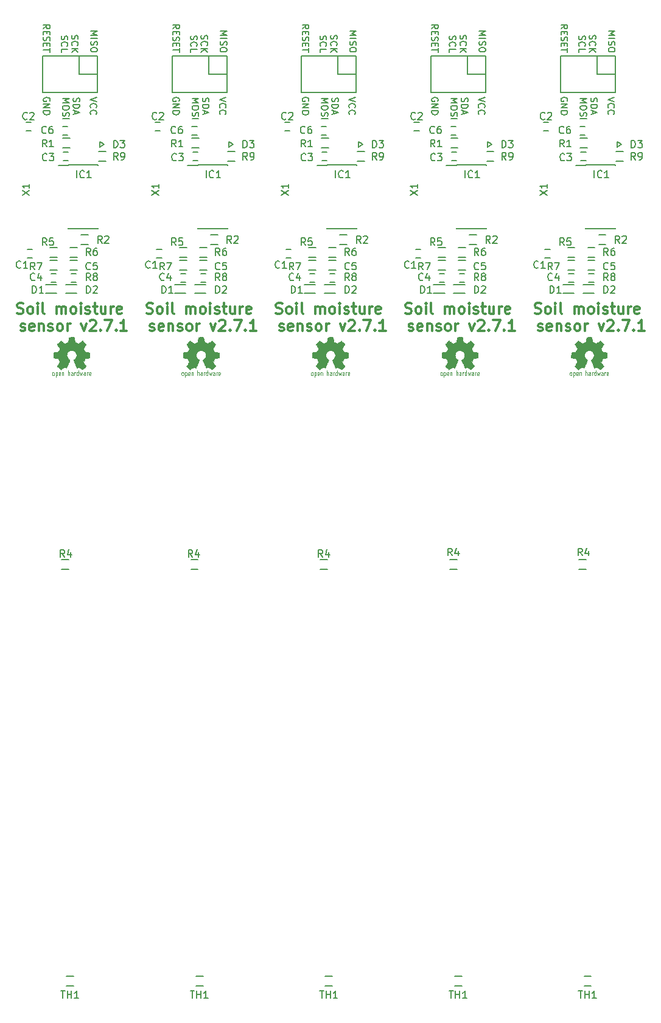
<source format=gbr>
G04 #@! TF.FileFunction,Legend,Top*
%FSLAX46Y46*%
G04 Gerber Fmt 4.6, Leading zero omitted, Abs format (unit mm)*
G04 Created by KiCad (PCBNEW (2015-05-18 BZR 5668)-product) date Fri 05 Jun 2015 08:01:52 AM EEST*
%MOMM*%
G01*
G04 APERTURE LIST*
%ADD10C,0.100000*%
%ADD11C,0.200000*%
%ADD12C,0.300000*%
%ADD13C,0.150000*%
%ADD14C,0.075000*%
%ADD15C,0.002540*%
%ADD16C,4.000000*%
%ADD17R,0.797560X0.797560*%
%ADD18R,2.100580X5.600700*%
%ADD19R,1.727200X1.727200*%
%ADD20C,1.727200*%
%ADD21R,0.600000X0.700000*%
%ADD22R,0.800000X0.750000*%
%ADD23R,0.500000X0.900000*%
%ADD24R,1.500000X0.600000*%
G04 APERTURE END LIST*
D10*
D11*
X163150000Y-39485714D02*
X163192857Y-39400000D01*
X163192857Y-39271429D01*
X163150000Y-39142857D01*
X163064286Y-39057143D01*
X162978571Y-39014286D01*
X162807143Y-38971429D01*
X162678571Y-38971429D01*
X162507143Y-39014286D01*
X162421429Y-39057143D01*
X162335714Y-39142857D01*
X162292857Y-39271429D01*
X162292857Y-39357143D01*
X162335714Y-39485714D01*
X162378571Y-39528571D01*
X162678571Y-39528571D01*
X162678571Y-39357143D01*
X162292857Y-39914286D02*
X163192857Y-39914286D01*
X162292857Y-40428571D01*
X163192857Y-40428571D01*
X162292857Y-40857143D02*
X163192857Y-40857143D01*
X163192857Y-41071428D01*
X163150000Y-41200000D01*
X163064286Y-41285714D01*
X162978571Y-41328571D01*
X162807143Y-41371428D01*
X162678571Y-41371428D01*
X162507143Y-41328571D01*
X162421429Y-41285714D01*
X162335714Y-41200000D01*
X162292857Y-41071428D01*
X162292857Y-40857143D01*
X166465714Y-39071429D02*
X166422857Y-39200000D01*
X166422857Y-39414286D01*
X166465714Y-39500000D01*
X166508571Y-39542857D01*
X166594286Y-39585714D01*
X166680000Y-39585714D01*
X166765714Y-39542857D01*
X166808571Y-39500000D01*
X166851429Y-39414286D01*
X166894286Y-39242857D01*
X166937143Y-39157143D01*
X166980000Y-39114286D01*
X167065714Y-39071429D01*
X167151429Y-39071429D01*
X167237143Y-39114286D01*
X167280000Y-39157143D01*
X167322857Y-39242857D01*
X167322857Y-39457143D01*
X167280000Y-39585714D01*
X166422857Y-39971429D02*
X167322857Y-39971429D01*
X167322857Y-40185714D01*
X167280000Y-40314286D01*
X167194286Y-40400000D01*
X167108571Y-40442857D01*
X166937143Y-40485714D01*
X166808571Y-40485714D01*
X166637143Y-40442857D01*
X166551429Y-40400000D01*
X166465714Y-40314286D01*
X166422857Y-40185714D01*
X166422857Y-39971429D01*
X166680000Y-40828572D02*
X166680000Y-41257143D01*
X166422857Y-40742857D02*
X167322857Y-41042857D01*
X166422857Y-41342857D01*
X164962857Y-39114286D02*
X165862857Y-39114286D01*
X165220000Y-39414286D01*
X165862857Y-39714286D01*
X164962857Y-39714286D01*
X165862857Y-40314285D02*
X165862857Y-40485714D01*
X165820000Y-40571428D01*
X165734286Y-40657142D01*
X165562857Y-40700000D01*
X165262857Y-40700000D01*
X165091429Y-40657142D01*
X165005714Y-40571428D01*
X164962857Y-40485714D01*
X164962857Y-40314285D01*
X165005714Y-40228571D01*
X165091429Y-40142857D01*
X165262857Y-40100000D01*
X165562857Y-40100000D01*
X165734286Y-40142857D01*
X165820000Y-40228571D01*
X165862857Y-40314285D01*
X165005714Y-41042857D02*
X164962857Y-41171428D01*
X164962857Y-41385714D01*
X165005714Y-41471428D01*
X165048571Y-41514285D01*
X165134286Y-41557142D01*
X165220000Y-41557142D01*
X165305714Y-41514285D01*
X165348571Y-41471428D01*
X165391429Y-41385714D01*
X165434286Y-41214285D01*
X165477143Y-41128571D01*
X165520000Y-41085714D01*
X165605714Y-41042857D01*
X165691429Y-41042857D01*
X165777143Y-41085714D01*
X165820000Y-41128571D01*
X165862857Y-41214285D01*
X165862857Y-41428571D01*
X165820000Y-41557142D01*
X164962857Y-41942857D02*
X165862857Y-41942857D01*
X169692857Y-38985714D02*
X168792857Y-39285714D01*
X169692857Y-39585714D01*
X168878571Y-40400000D02*
X168835714Y-40357143D01*
X168792857Y-40228572D01*
X168792857Y-40142858D01*
X168835714Y-40014286D01*
X168921429Y-39928572D01*
X169007143Y-39885715D01*
X169178571Y-39842858D01*
X169307143Y-39842858D01*
X169478571Y-39885715D01*
X169564286Y-39928572D01*
X169650000Y-40014286D01*
X169692857Y-40142858D01*
X169692857Y-40228572D01*
X169650000Y-40357143D01*
X169607143Y-40400000D01*
X168878571Y-41300000D02*
X168835714Y-41257143D01*
X168792857Y-41128572D01*
X168792857Y-41042858D01*
X168835714Y-40914286D01*
X168921429Y-40828572D01*
X169007143Y-40785715D01*
X169178571Y-40742858D01*
X169307143Y-40742858D01*
X169478571Y-40785715D01*
X169564286Y-40828572D01*
X169650000Y-40914286D01*
X169692857Y-41042858D01*
X169692857Y-41128572D01*
X169650000Y-41257143D01*
X169607143Y-41300000D01*
X162292857Y-29392857D02*
X162721429Y-29092857D01*
X162292857Y-28878572D02*
X163192857Y-28878572D01*
X163192857Y-29221429D01*
X163150000Y-29307143D01*
X163107143Y-29350000D01*
X163021429Y-29392857D01*
X162892857Y-29392857D01*
X162807143Y-29350000D01*
X162764286Y-29307143D01*
X162721429Y-29221429D01*
X162721429Y-28878572D01*
X162764286Y-29778572D02*
X162764286Y-30078572D01*
X162292857Y-30207143D02*
X162292857Y-29778572D01*
X163192857Y-29778572D01*
X163192857Y-30207143D01*
X162335714Y-30550001D02*
X162292857Y-30678572D01*
X162292857Y-30892858D01*
X162335714Y-30978572D01*
X162378571Y-31021429D01*
X162464286Y-31064286D01*
X162550000Y-31064286D01*
X162635714Y-31021429D01*
X162678571Y-30978572D01*
X162721429Y-30892858D01*
X162764286Y-30721429D01*
X162807143Y-30635715D01*
X162850000Y-30592858D01*
X162935714Y-30550001D01*
X163021429Y-30550001D01*
X163107143Y-30592858D01*
X163150000Y-30635715D01*
X163192857Y-30721429D01*
X163192857Y-30935715D01*
X163150000Y-31064286D01*
X162764286Y-31450001D02*
X162764286Y-31750001D01*
X162292857Y-31878572D02*
X162292857Y-31450001D01*
X163192857Y-31450001D01*
X163192857Y-31878572D01*
X163192857Y-32135715D02*
X163192857Y-32650001D01*
X162292857Y-32392858D02*
X163192857Y-32392858D01*
X166265714Y-30342858D02*
X166222857Y-30471429D01*
X166222857Y-30685715D01*
X166265714Y-30771429D01*
X166308571Y-30814286D01*
X166394286Y-30857143D01*
X166480000Y-30857143D01*
X166565714Y-30814286D01*
X166608571Y-30771429D01*
X166651429Y-30685715D01*
X166694286Y-30514286D01*
X166737143Y-30428572D01*
X166780000Y-30385715D01*
X166865714Y-30342858D01*
X166951429Y-30342858D01*
X167037143Y-30385715D01*
X167080000Y-30428572D01*
X167122857Y-30514286D01*
X167122857Y-30728572D01*
X167080000Y-30857143D01*
X166308571Y-31757143D02*
X166265714Y-31714286D01*
X166222857Y-31585715D01*
X166222857Y-31500001D01*
X166265714Y-31371429D01*
X166351429Y-31285715D01*
X166437143Y-31242858D01*
X166608571Y-31200001D01*
X166737143Y-31200001D01*
X166908571Y-31242858D01*
X166994286Y-31285715D01*
X167080000Y-31371429D01*
X167122857Y-31500001D01*
X167122857Y-31585715D01*
X167080000Y-31714286D01*
X167037143Y-31757143D01*
X166222857Y-32142858D02*
X167122857Y-32142858D01*
X166222857Y-32657143D02*
X166737143Y-32271429D01*
X167122857Y-32657143D02*
X166608571Y-32142858D01*
X164805714Y-30428572D02*
X164762857Y-30557143D01*
X164762857Y-30771429D01*
X164805714Y-30857143D01*
X164848571Y-30900000D01*
X164934286Y-30942857D01*
X165020000Y-30942857D01*
X165105714Y-30900000D01*
X165148571Y-30857143D01*
X165191429Y-30771429D01*
X165234286Y-30600000D01*
X165277143Y-30514286D01*
X165320000Y-30471429D01*
X165405714Y-30428572D01*
X165491429Y-30428572D01*
X165577143Y-30471429D01*
X165620000Y-30514286D01*
X165662857Y-30600000D01*
X165662857Y-30814286D01*
X165620000Y-30942857D01*
X164848571Y-31842857D02*
X164805714Y-31800000D01*
X164762857Y-31671429D01*
X164762857Y-31585715D01*
X164805714Y-31457143D01*
X164891429Y-31371429D01*
X164977143Y-31328572D01*
X165148571Y-31285715D01*
X165277143Y-31285715D01*
X165448571Y-31328572D01*
X165534286Y-31371429D01*
X165620000Y-31457143D01*
X165662857Y-31585715D01*
X165662857Y-31671429D01*
X165620000Y-31800000D01*
X165577143Y-31842857D01*
X164762857Y-32657143D02*
X164762857Y-32228572D01*
X165662857Y-32228572D01*
X168892857Y-29757144D02*
X169792857Y-29757144D01*
X169150000Y-30057144D01*
X169792857Y-30357144D01*
X168892857Y-30357144D01*
X168892857Y-30785715D02*
X169792857Y-30785715D01*
X168935714Y-31171429D02*
X168892857Y-31300000D01*
X168892857Y-31514286D01*
X168935714Y-31600000D01*
X168978571Y-31642857D01*
X169064286Y-31685714D01*
X169150000Y-31685714D01*
X169235714Y-31642857D01*
X169278571Y-31600000D01*
X169321429Y-31514286D01*
X169364286Y-31342857D01*
X169407143Y-31257143D01*
X169450000Y-31214286D01*
X169535714Y-31171429D01*
X169621429Y-31171429D01*
X169707143Y-31214286D01*
X169750000Y-31257143D01*
X169792857Y-31342857D01*
X169792857Y-31557143D01*
X169750000Y-31685714D01*
X169792857Y-32242857D02*
X169792857Y-32414286D01*
X169750000Y-32500000D01*
X169664286Y-32585714D01*
X169492857Y-32628572D01*
X169192857Y-32628572D01*
X169021429Y-32585714D01*
X168935714Y-32500000D01*
X168892857Y-32414286D01*
X168892857Y-32242857D01*
X168935714Y-32157143D01*
X169021429Y-32071429D01*
X169192857Y-32028572D01*
X169492857Y-32028572D01*
X169664286Y-32071429D01*
X169750000Y-32157143D01*
X169792857Y-32242857D01*
D12*
X158642857Y-69007143D02*
X158857143Y-69078571D01*
X159214286Y-69078571D01*
X159357143Y-69007143D01*
X159428572Y-68935714D01*
X159500000Y-68792857D01*
X159500000Y-68650000D01*
X159428572Y-68507143D01*
X159357143Y-68435714D01*
X159214286Y-68364286D01*
X158928572Y-68292857D01*
X158785714Y-68221429D01*
X158714286Y-68150000D01*
X158642857Y-68007143D01*
X158642857Y-67864286D01*
X158714286Y-67721429D01*
X158785714Y-67650000D01*
X158928572Y-67578571D01*
X159285714Y-67578571D01*
X159500000Y-67650000D01*
X160357143Y-69078571D02*
X160214285Y-69007143D01*
X160142857Y-68935714D01*
X160071428Y-68792857D01*
X160071428Y-68364286D01*
X160142857Y-68221429D01*
X160214285Y-68150000D01*
X160357143Y-68078571D01*
X160571428Y-68078571D01*
X160714285Y-68150000D01*
X160785714Y-68221429D01*
X160857143Y-68364286D01*
X160857143Y-68792857D01*
X160785714Y-68935714D01*
X160714285Y-69007143D01*
X160571428Y-69078571D01*
X160357143Y-69078571D01*
X161500000Y-69078571D02*
X161500000Y-68078571D01*
X161500000Y-67578571D02*
X161428571Y-67650000D01*
X161500000Y-67721429D01*
X161571428Y-67650000D01*
X161500000Y-67578571D01*
X161500000Y-67721429D01*
X162428572Y-69078571D02*
X162285714Y-69007143D01*
X162214286Y-68864286D01*
X162214286Y-67578571D01*
X164142857Y-69078571D02*
X164142857Y-68078571D01*
X164142857Y-68221429D02*
X164214285Y-68150000D01*
X164357143Y-68078571D01*
X164571428Y-68078571D01*
X164714285Y-68150000D01*
X164785714Y-68292857D01*
X164785714Y-69078571D01*
X164785714Y-68292857D02*
X164857143Y-68150000D01*
X165000000Y-68078571D01*
X165214285Y-68078571D01*
X165357143Y-68150000D01*
X165428571Y-68292857D01*
X165428571Y-69078571D01*
X166357143Y-69078571D02*
X166214285Y-69007143D01*
X166142857Y-68935714D01*
X166071428Y-68792857D01*
X166071428Y-68364286D01*
X166142857Y-68221429D01*
X166214285Y-68150000D01*
X166357143Y-68078571D01*
X166571428Y-68078571D01*
X166714285Y-68150000D01*
X166785714Y-68221429D01*
X166857143Y-68364286D01*
X166857143Y-68792857D01*
X166785714Y-68935714D01*
X166714285Y-69007143D01*
X166571428Y-69078571D01*
X166357143Y-69078571D01*
X167500000Y-69078571D02*
X167500000Y-68078571D01*
X167500000Y-67578571D02*
X167428571Y-67650000D01*
X167500000Y-67721429D01*
X167571428Y-67650000D01*
X167500000Y-67578571D01*
X167500000Y-67721429D01*
X168142857Y-69007143D02*
X168285714Y-69078571D01*
X168571429Y-69078571D01*
X168714286Y-69007143D01*
X168785714Y-68864286D01*
X168785714Y-68792857D01*
X168714286Y-68650000D01*
X168571429Y-68578571D01*
X168357143Y-68578571D01*
X168214286Y-68507143D01*
X168142857Y-68364286D01*
X168142857Y-68292857D01*
X168214286Y-68150000D01*
X168357143Y-68078571D01*
X168571429Y-68078571D01*
X168714286Y-68150000D01*
X169214286Y-68078571D02*
X169785715Y-68078571D01*
X169428572Y-67578571D02*
X169428572Y-68864286D01*
X169500000Y-69007143D01*
X169642858Y-69078571D01*
X169785715Y-69078571D01*
X170928572Y-68078571D02*
X170928572Y-69078571D01*
X170285715Y-68078571D02*
X170285715Y-68864286D01*
X170357143Y-69007143D01*
X170500001Y-69078571D01*
X170714286Y-69078571D01*
X170857143Y-69007143D01*
X170928572Y-68935714D01*
X171642858Y-69078571D02*
X171642858Y-68078571D01*
X171642858Y-68364286D02*
X171714286Y-68221429D01*
X171785715Y-68150000D01*
X171928572Y-68078571D01*
X172071429Y-68078571D01*
X173142857Y-69007143D02*
X173000000Y-69078571D01*
X172714286Y-69078571D01*
X172571429Y-69007143D01*
X172500000Y-68864286D01*
X172500000Y-68292857D01*
X172571429Y-68150000D01*
X172714286Y-68078571D01*
X173000000Y-68078571D01*
X173142857Y-68150000D01*
X173214286Y-68292857D01*
X173214286Y-68435714D01*
X172500000Y-68578571D01*
X159107143Y-71407143D02*
X159250000Y-71478571D01*
X159535715Y-71478571D01*
X159678572Y-71407143D01*
X159750000Y-71264286D01*
X159750000Y-71192857D01*
X159678572Y-71050000D01*
X159535715Y-70978571D01*
X159321429Y-70978571D01*
X159178572Y-70907143D01*
X159107143Y-70764286D01*
X159107143Y-70692857D01*
X159178572Y-70550000D01*
X159321429Y-70478571D01*
X159535715Y-70478571D01*
X159678572Y-70550000D01*
X160964286Y-71407143D02*
X160821429Y-71478571D01*
X160535715Y-71478571D01*
X160392858Y-71407143D01*
X160321429Y-71264286D01*
X160321429Y-70692857D01*
X160392858Y-70550000D01*
X160535715Y-70478571D01*
X160821429Y-70478571D01*
X160964286Y-70550000D01*
X161035715Y-70692857D01*
X161035715Y-70835714D01*
X160321429Y-70978571D01*
X161678572Y-70478571D02*
X161678572Y-71478571D01*
X161678572Y-70621429D02*
X161750000Y-70550000D01*
X161892858Y-70478571D01*
X162107143Y-70478571D01*
X162250000Y-70550000D01*
X162321429Y-70692857D01*
X162321429Y-71478571D01*
X162964286Y-71407143D02*
X163107143Y-71478571D01*
X163392858Y-71478571D01*
X163535715Y-71407143D01*
X163607143Y-71264286D01*
X163607143Y-71192857D01*
X163535715Y-71050000D01*
X163392858Y-70978571D01*
X163178572Y-70978571D01*
X163035715Y-70907143D01*
X162964286Y-70764286D01*
X162964286Y-70692857D01*
X163035715Y-70550000D01*
X163178572Y-70478571D01*
X163392858Y-70478571D01*
X163535715Y-70550000D01*
X164464287Y-71478571D02*
X164321429Y-71407143D01*
X164250001Y-71335714D01*
X164178572Y-71192857D01*
X164178572Y-70764286D01*
X164250001Y-70621429D01*
X164321429Y-70550000D01*
X164464287Y-70478571D01*
X164678572Y-70478571D01*
X164821429Y-70550000D01*
X164892858Y-70621429D01*
X164964287Y-70764286D01*
X164964287Y-71192857D01*
X164892858Y-71335714D01*
X164821429Y-71407143D01*
X164678572Y-71478571D01*
X164464287Y-71478571D01*
X165607144Y-71478571D02*
X165607144Y-70478571D01*
X165607144Y-70764286D02*
X165678572Y-70621429D01*
X165750001Y-70550000D01*
X165892858Y-70478571D01*
X166035715Y-70478571D01*
X167535715Y-70478571D02*
X167892858Y-71478571D01*
X168250000Y-70478571D01*
X168750000Y-70121429D02*
X168821429Y-70050000D01*
X168964286Y-69978571D01*
X169321429Y-69978571D01*
X169464286Y-70050000D01*
X169535715Y-70121429D01*
X169607143Y-70264286D01*
X169607143Y-70407143D01*
X169535715Y-70621429D01*
X168678572Y-71478571D01*
X169607143Y-71478571D01*
X170250000Y-71335714D02*
X170321428Y-71407143D01*
X170250000Y-71478571D01*
X170178571Y-71407143D01*
X170250000Y-71335714D01*
X170250000Y-71478571D01*
X170821429Y-69978571D02*
X171821429Y-69978571D01*
X171178572Y-71478571D01*
X172392857Y-71335714D02*
X172464285Y-71407143D01*
X172392857Y-71478571D01*
X172321428Y-71407143D01*
X172392857Y-71335714D01*
X172392857Y-71478571D01*
X173892857Y-71478571D02*
X173035714Y-71478571D01*
X173464286Y-71478571D02*
X173464286Y-69978571D01*
X173321429Y-70192857D01*
X173178571Y-70335714D01*
X173035714Y-70407143D01*
D11*
X163150000Y-39485714D02*
X163192857Y-39400000D01*
X163192857Y-39271429D01*
X163150000Y-39142857D01*
X163064286Y-39057143D01*
X162978571Y-39014286D01*
X162807143Y-38971429D01*
X162678571Y-38971429D01*
X162507143Y-39014286D01*
X162421429Y-39057143D01*
X162335714Y-39142857D01*
X162292857Y-39271429D01*
X162292857Y-39357143D01*
X162335714Y-39485714D01*
X162378571Y-39528571D01*
X162678571Y-39528571D01*
X162678571Y-39357143D01*
X162292857Y-39914286D02*
X163192857Y-39914286D01*
X162292857Y-40428571D01*
X163192857Y-40428571D01*
X162292857Y-40857143D02*
X163192857Y-40857143D01*
X163192857Y-41071428D01*
X163150000Y-41200000D01*
X163064286Y-41285714D01*
X162978571Y-41328571D01*
X162807143Y-41371428D01*
X162678571Y-41371428D01*
X162507143Y-41328571D01*
X162421429Y-41285714D01*
X162335714Y-41200000D01*
X162292857Y-41071428D01*
X162292857Y-40857143D01*
X166465714Y-39071429D02*
X166422857Y-39200000D01*
X166422857Y-39414286D01*
X166465714Y-39500000D01*
X166508571Y-39542857D01*
X166594286Y-39585714D01*
X166680000Y-39585714D01*
X166765714Y-39542857D01*
X166808571Y-39500000D01*
X166851429Y-39414286D01*
X166894286Y-39242857D01*
X166937143Y-39157143D01*
X166980000Y-39114286D01*
X167065714Y-39071429D01*
X167151429Y-39071429D01*
X167237143Y-39114286D01*
X167280000Y-39157143D01*
X167322857Y-39242857D01*
X167322857Y-39457143D01*
X167280000Y-39585714D01*
X166422857Y-39971429D02*
X167322857Y-39971429D01*
X167322857Y-40185714D01*
X167280000Y-40314286D01*
X167194286Y-40400000D01*
X167108571Y-40442857D01*
X166937143Y-40485714D01*
X166808571Y-40485714D01*
X166637143Y-40442857D01*
X166551429Y-40400000D01*
X166465714Y-40314286D01*
X166422857Y-40185714D01*
X166422857Y-39971429D01*
X166680000Y-40828572D02*
X166680000Y-41257143D01*
X166422857Y-40742857D02*
X167322857Y-41042857D01*
X166422857Y-41342857D01*
X164962857Y-39114286D02*
X165862857Y-39114286D01*
X165220000Y-39414286D01*
X165862857Y-39714286D01*
X164962857Y-39714286D01*
X165862857Y-40314285D02*
X165862857Y-40485714D01*
X165820000Y-40571428D01*
X165734286Y-40657142D01*
X165562857Y-40700000D01*
X165262857Y-40700000D01*
X165091429Y-40657142D01*
X165005714Y-40571428D01*
X164962857Y-40485714D01*
X164962857Y-40314285D01*
X165005714Y-40228571D01*
X165091429Y-40142857D01*
X165262857Y-40100000D01*
X165562857Y-40100000D01*
X165734286Y-40142857D01*
X165820000Y-40228571D01*
X165862857Y-40314285D01*
X165005714Y-41042857D02*
X164962857Y-41171428D01*
X164962857Y-41385714D01*
X165005714Y-41471428D01*
X165048571Y-41514285D01*
X165134286Y-41557142D01*
X165220000Y-41557142D01*
X165305714Y-41514285D01*
X165348571Y-41471428D01*
X165391429Y-41385714D01*
X165434286Y-41214285D01*
X165477143Y-41128571D01*
X165520000Y-41085714D01*
X165605714Y-41042857D01*
X165691429Y-41042857D01*
X165777143Y-41085714D01*
X165820000Y-41128571D01*
X165862857Y-41214285D01*
X165862857Y-41428571D01*
X165820000Y-41557142D01*
X164962857Y-41942857D02*
X165862857Y-41942857D01*
X169692857Y-38985714D02*
X168792857Y-39285714D01*
X169692857Y-39585714D01*
X168878571Y-40400000D02*
X168835714Y-40357143D01*
X168792857Y-40228572D01*
X168792857Y-40142858D01*
X168835714Y-40014286D01*
X168921429Y-39928572D01*
X169007143Y-39885715D01*
X169178571Y-39842858D01*
X169307143Y-39842858D01*
X169478571Y-39885715D01*
X169564286Y-39928572D01*
X169650000Y-40014286D01*
X169692857Y-40142858D01*
X169692857Y-40228572D01*
X169650000Y-40357143D01*
X169607143Y-40400000D01*
X168878571Y-41300000D02*
X168835714Y-41257143D01*
X168792857Y-41128572D01*
X168792857Y-41042858D01*
X168835714Y-40914286D01*
X168921429Y-40828572D01*
X169007143Y-40785715D01*
X169178571Y-40742858D01*
X169307143Y-40742858D01*
X169478571Y-40785715D01*
X169564286Y-40828572D01*
X169650000Y-40914286D01*
X169692857Y-41042858D01*
X169692857Y-41128572D01*
X169650000Y-41257143D01*
X169607143Y-41300000D01*
X162292857Y-29392857D02*
X162721429Y-29092857D01*
X162292857Y-28878572D02*
X163192857Y-28878572D01*
X163192857Y-29221429D01*
X163150000Y-29307143D01*
X163107143Y-29350000D01*
X163021429Y-29392857D01*
X162892857Y-29392857D01*
X162807143Y-29350000D01*
X162764286Y-29307143D01*
X162721429Y-29221429D01*
X162721429Y-28878572D01*
X162764286Y-29778572D02*
X162764286Y-30078572D01*
X162292857Y-30207143D02*
X162292857Y-29778572D01*
X163192857Y-29778572D01*
X163192857Y-30207143D01*
X162335714Y-30550001D02*
X162292857Y-30678572D01*
X162292857Y-30892858D01*
X162335714Y-30978572D01*
X162378571Y-31021429D01*
X162464286Y-31064286D01*
X162550000Y-31064286D01*
X162635714Y-31021429D01*
X162678571Y-30978572D01*
X162721429Y-30892858D01*
X162764286Y-30721429D01*
X162807143Y-30635715D01*
X162850000Y-30592858D01*
X162935714Y-30550001D01*
X163021429Y-30550001D01*
X163107143Y-30592858D01*
X163150000Y-30635715D01*
X163192857Y-30721429D01*
X163192857Y-30935715D01*
X163150000Y-31064286D01*
X162764286Y-31450001D02*
X162764286Y-31750001D01*
X162292857Y-31878572D02*
X162292857Y-31450001D01*
X163192857Y-31450001D01*
X163192857Y-31878572D01*
X163192857Y-32135715D02*
X163192857Y-32650001D01*
X162292857Y-32392858D02*
X163192857Y-32392858D01*
X166265714Y-30342858D02*
X166222857Y-30471429D01*
X166222857Y-30685715D01*
X166265714Y-30771429D01*
X166308571Y-30814286D01*
X166394286Y-30857143D01*
X166480000Y-30857143D01*
X166565714Y-30814286D01*
X166608571Y-30771429D01*
X166651429Y-30685715D01*
X166694286Y-30514286D01*
X166737143Y-30428572D01*
X166780000Y-30385715D01*
X166865714Y-30342858D01*
X166951429Y-30342858D01*
X167037143Y-30385715D01*
X167080000Y-30428572D01*
X167122857Y-30514286D01*
X167122857Y-30728572D01*
X167080000Y-30857143D01*
X166308571Y-31757143D02*
X166265714Y-31714286D01*
X166222857Y-31585715D01*
X166222857Y-31500001D01*
X166265714Y-31371429D01*
X166351429Y-31285715D01*
X166437143Y-31242858D01*
X166608571Y-31200001D01*
X166737143Y-31200001D01*
X166908571Y-31242858D01*
X166994286Y-31285715D01*
X167080000Y-31371429D01*
X167122857Y-31500001D01*
X167122857Y-31585715D01*
X167080000Y-31714286D01*
X167037143Y-31757143D01*
X166222857Y-32142858D02*
X167122857Y-32142858D01*
X166222857Y-32657143D02*
X166737143Y-32271429D01*
X167122857Y-32657143D02*
X166608571Y-32142858D01*
X164805714Y-30428572D02*
X164762857Y-30557143D01*
X164762857Y-30771429D01*
X164805714Y-30857143D01*
X164848571Y-30900000D01*
X164934286Y-30942857D01*
X165020000Y-30942857D01*
X165105714Y-30900000D01*
X165148571Y-30857143D01*
X165191429Y-30771429D01*
X165234286Y-30600000D01*
X165277143Y-30514286D01*
X165320000Y-30471429D01*
X165405714Y-30428572D01*
X165491429Y-30428572D01*
X165577143Y-30471429D01*
X165620000Y-30514286D01*
X165662857Y-30600000D01*
X165662857Y-30814286D01*
X165620000Y-30942857D01*
X164848571Y-31842857D02*
X164805714Y-31800000D01*
X164762857Y-31671429D01*
X164762857Y-31585715D01*
X164805714Y-31457143D01*
X164891429Y-31371429D01*
X164977143Y-31328572D01*
X165148571Y-31285715D01*
X165277143Y-31285715D01*
X165448571Y-31328572D01*
X165534286Y-31371429D01*
X165620000Y-31457143D01*
X165662857Y-31585715D01*
X165662857Y-31671429D01*
X165620000Y-31800000D01*
X165577143Y-31842857D01*
X164762857Y-32657143D02*
X164762857Y-32228572D01*
X165662857Y-32228572D01*
X168892857Y-29757144D02*
X169792857Y-29757144D01*
X169150000Y-30057144D01*
X169792857Y-30357144D01*
X168892857Y-30357144D01*
X168892857Y-30785715D02*
X169792857Y-30785715D01*
X168935714Y-31171429D02*
X168892857Y-31300000D01*
X168892857Y-31514286D01*
X168935714Y-31600000D01*
X168978571Y-31642857D01*
X169064286Y-31685714D01*
X169150000Y-31685714D01*
X169235714Y-31642857D01*
X169278571Y-31600000D01*
X169321429Y-31514286D01*
X169364286Y-31342857D01*
X169407143Y-31257143D01*
X169450000Y-31214286D01*
X169535714Y-31171429D01*
X169621429Y-31171429D01*
X169707143Y-31214286D01*
X169750000Y-31257143D01*
X169792857Y-31342857D01*
X169792857Y-31557143D01*
X169750000Y-31685714D01*
X169792857Y-32242857D02*
X169792857Y-32414286D01*
X169750000Y-32500000D01*
X169664286Y-32585714D01*
X169492857Y-32628572D01*
X169192857Y-32628572D01*
X169021429Y-32585714D01*
X168935714Y-32500000D01*
X168892857Y-32414286D01*
X168892857Y-32242857D01*
X168935714Y-32157143D01*
X169021429Y-32071429D01*
X169192857Y-32028572D01*
X169492857Y-32028572D01*
X169664286Y-32071429D01*
X169750000Y-32157143D01*
X169792857Y-32242857D01*
D12*
X158642857Y-69007143D02*
X158857143Y-69078571D01*
X159214286Y-69078571D01*
X159357143Y-69007143D01*
X159428572Y-68935714D01*
X159500000Y-68792857D01*
X159500000Y-68650000D01*
X159428572Y-68507143D01*
X159357143Y-68435714D01*
X159214286Y-68364286D01*
X158928572Y-68292857D01*
X158785714Y-68221429D01*
X158714286Y-68150000D01*
X158642857Y-68007143D01*
X158642857Y-67864286D01*
X158714286Y-67721429D01*
X158785714Y-67650000D01*
X158928572Y-67578571D01*
X159285714Y-67578571D01*
X159500000Y-67650000D01*
X160357143Y-69078571D02*
X160214285Y-69007143D01*
X160142857Y-68935714D01*
X160071428Y-68792857D01*
X160071428Y-68364286D01*
X160142857Y-68221429D01*
X160214285Y-68150000D01*
X160357143Y-68078571D01*
X160571428Y-68078571D01*
X160714285Y-68150000D01*
X160785714Y-68221429D01*
X160857143Y-68364286D01*
X160857143Y-68792857D01*
X160785714Y-68935714D01*
X160714285Y-69007143D01*
X160571428Y-69078571D01*
X160357143Y-69078571D01*
X161500000Y-69078571D02*
X161500000Y-68078571D01*
X161500000Y-67578571D02*
X161428571Y-67650000D01*
X161500000Y-67721429D01*
X161571428Y-67650000D01*
X161500000Y-67578571D01*
X161500000Y-67721429D01*
X162428572Y-69078571D02*
X162285714Y-69007143D01*
X162214286Y-68864286D01*
X162214286Y-67578571D01*
X164142857Y-69078571D02*
X164142857Y-68078571D01*
X164142857Y-68221429D02*
X164214285Y-68150000D01*
X164357143Y-68078571D01*
X164571428Y-68078571D01*
X164714285Y-68150000D01*
X164785714Y-68292857D01*
X164785714Y-69078571D01*
X164785714Y-68292857D02*
X164857143Y-68150000D01*
X165000000Y-68078571D01*
X165214285Y-68078571D01*
X165357143Y-68150000D01*
X165428571Y-68292857D01*
X165428571Y-69078571D01*
X166357143Y-69078571D02*
X166214285Y-69007143D01*
X166142857Y-68935714D01*
X166071428Y-68792857D01*
X166071428Y-68364286D01*
X166142857Y-68221429D01*
X166214285Y-68150000D01*
X166357143Y-68078571D01*
X166571428Y-68078571D01*
X166714285Y-68150000D01*
X166785714Y-68221429D01*
X166857143Y-68364286D01*
X166857143Y-68792857D01*
X166785714Y-68935714D01*
X166714285Y-69007143D01*
X166571428Y-69078571D01*
X166357143Y-69078571D01*
X167500000Y-69078571D02*
X167500000Y-68078571D01*
X167500000Y-67578571D02*
X167428571Y-67650000D01*
X167500000Y-67721429D01*
X167571428Y-67650000D01*
X167500000Y-67578571D01*
X167500000Y-67721429D01*
X168142857Y-69007143D02*
X168285714Y-69078571D01*
X168571429Y-69078571D01*
X168714286Y-69007143D01*
X168785714Y-68864286D01*
X168785714Y-68792857D01*
X168714286Y-68650000D01*
X168571429Y-68578571D01*
X168357143Y-68578571D01*
X168214286Y-68507143D01*
X168142857Y-68364286D01*
X168142857Y-68292857D01*
X168214286Y-68150000D01*
X168357143Y-68078571D01*
X168571429Y-68078571D01*
X168714286Y-68150000D01*
X169214286Y-68078571D02*
X169785715Y-68078571D01*
X169428572Y-67578571D02*
X169428572Y-68864286D01*
X169500000Y-69007143D01*
X169642858Y-69078571D01*
X169785715Y-69078571D01*
X170928572Y-68078571D02*
X170928572Y-69078571D01*
X170285715Y-68078571D02*
X170285715Y-68864286D01*
X170357143Y-69007143D01*
X170500001Y-69078571D01*
X170714286Y-69078571D01*
X170857143Y-69007143D01*
X170928572Y-68935714D01*
X171642858Y-69078571D02*
X171642858Y-68078571D01*
X171642858Y-68364286D02*
X171714286Y-68221429D01*
X171785715Y-68150000D01*
X171928572Y-68078571D01*
X172071429Y-68078571D01*
X173142857Y-69007143D02*
X173000000Y-69078571D01*
X172714286Y-69078571D01*
X172571429Y-69007143D01*
X172500000Y-68864286D01*
X172500000Y-68292857D01*
X172571429Y-68150000D01*
X172714286Y-68078571D01*
X173000000Y-68078571D01*
X173142857Y-68150000D01*
X173214286Y-68292857D01*
X173214286Y-68435714D01*
X172500000Y-68578571D01*
X159107143Y-71407143D02*
X159250000Y-71478571D01*
X159535715Y-71478571D01*
X159678572Y-71407143D01*
X159750000Y-71264286D01*
X159750000Y-71192857D01*
X159678572Y-71050000D01*
X159535715Y-70978571D01*
X159321429Y-70978571D01*
X159178572Y-70907143D01*
X159107143Y-70764286D01*
X159107143Y-70692857D01*
X159178572Y-70550000D01*
X159321429Y-70478571D01*
X159535715Y-70478571D01*
X159678572Y-70550000D01*
X160964286Y-71407143D02*
X160821429Y-71478571D01*
X160535715Y-71478571D01*
X160392858Y-71407143D01*
X160321429Y-71264286D01*
X160321429Y-70692857D01*
X160392858Y-70550000D01*
X160535715Y-70478571D01*
X160821429Y-70478571D01*
X160964286Y-70550000D01*
X161035715Y-70692857D01*
X161035715Y-70835714D01*
X160321429Y-70978571D01*
X161678572Y-70478571D02*
X161678572Y-71478571D01*
X161678572Y-70621429D02*
X161750000Y-70550000D01*
X161892858Y-70478571D01*
X162107143Y-70478571D01*
X162250000Y-70550000D01*
X162321429Y-70692857D01*
X162321429Y-71478571D01*
X162964286Y-71407143D02*
X163107143Y-71478571D01*
X163392858Y-71478571D01*
X163535715Y-71407143D01*
X163607143Y-71264286D01*
X163607143Y-71192857D01*
X163535715Y-71050000D01*
X163392858Y-70978571D01*
X163178572Y-70978571D01*
X163035715Y-70907143D01*
X162964286Y-70764286D01*
X162964286Y-70692857D01*
X163035715Y-70550000D01*
X163178572Y-70478571D01*
X163392858Y-70478571D01*
X163535715Y-70550000D01*
X164464287Y-71478571D02*
X164321429Y-71407143D01*
X164250001Y-71335714D01*
X164178572Y-71192857D01*
X164178572Y-70764286D01*
X164250001Y-70621429D01*
X164321429Y-70550000D01*
X164464287Y-70478571D01*
X164678572Y-70478571D01*
X164821429Y-70550000D01*
X164892858Y-70621429D01*
X164964287Y-70764286D01*
X164964287Y-71192857D01*
X164892858Y-71335714D01*
X164821429Y-71407143D01*
X164678572Y-71478571D01*
X164464287Y-71478571D01*
X165607144Y-71478571D02*
X165607144Y-70478571D01*
X165607144Y-70764286D02*
X165678572Y-70621429D01*
X165750001Y-70550000D01*
X165892858Y-70478571D01*
X166035715Y-70478571D01*
X167535715Y-70478571D02*
X167892858Y-71478571D01*
X168250000Y-70478571D01*
X168750000Y-70121429D02*
X168821429Y-70050000D01*
X168964286Y-69978571D01*
X169321429Y-69978571D01*
X169464286Y-70050000D01*
X169535715Y-70121429D01*
X169607143Y-70264286D01*
X169607143Y-70407143D01*
X169535715Y-70621429D01*
X168678572Y-71478571D01*
X169607143Y-71478571D01*
X170250000Y-71335714D02*
X170321428Y-71407143D01*
X170250000Y-71478571D01*
X170178571Y-71407143D01*
X170250000Y-71335714D01*
X170250000Y-71478571D01*
X170821429Y-69978571D02*
X171821429Y-69978571D01*
X171178572Y-71478571D01*
X172392857Y-71335714D02*
X172464285Y-71407143D01*
X172392857Y-71478571D01*
X172321428Y-71407143D01*
X172392857Y-71335714D01*
X172392857Y-71478571D01*
X173892857Y-71478571D02*
X173035714Y-71478571D01*
X173464286Y-71478571D02*
X173464286Y-69978571D01*
X173321429Y-70192857D01*
X173178571Y-70335714D01*
X173035714Y-70407143D01*
D11*
X145150000Y-39485714D02*
X145192857Y-39400000D01*
X145192857Y-39271429D01*
X145150000Y-39142857D01*
X145064286Y-39057143D01*
X144978571Y-39014286D01*
X144807143Y-38971429D01*
X144678571Y-38971429D01*
X144507143Y-39014286D01*
X144421429Y-39057143D01*
X144335714Y-39142857D01*
X144292857Y-39271429D01*
X144292857Y-39357143D01*
X144335714Y-39485714D01*
X144378571Y-39528571D01*
X144678571Y-39528571D01*
X144678571Y-39357143D01*
X144292857Y-39914286D02*
X145192857Y-39914286D01*
X144292857Y-40428571D01*
X145192857Y-40428571D01*
X144292857Y-40857143D02*
X145192857Y-40857143D01*
X145192857Y-41071428D01*
X145150000Y-41200000D01*
X145064286Y-41285714D01*
X144978571Y-41328571D01*
X144807143Y-41371428D01*
X144678571Y-41371428D01*
X144507143Y-41328571D01*
X144421429Y-41285714D01*
X144335714Y-41200000D01*
X144292857Y-41071428D01*
X144292857Y-40857143D01*
X148465714Y-39071429D02*
X148422857Y-39200000D01*
X148422857Y-39414286D01*
X148465714Y-39500000D01*
X148508571Y-39542857D01*
X148594286Y-39585714D01*
X148680000Y-39585714D01*
X148765714Y-39542857D01*
X148808571Y-39500000D01*
X148851429Y-39414286D01*
X148894286Y-39242857D01*
X148937143Y-39157143D01*
X148980000Y-39114286D01*
X149065714Y-39071429D01*
X149151429Y-39071429D01*
X149237143Y-39114286D01*
X149280000Y-39157143D01*
X149322857Y-39242857D01*
X149322857Y-39457143D01*
X149280000Y-39585714D01*
X148422857Y-39971429D02*
X149322857Y-39971429D01*
X149322857Y-40185714D01*
X149280000Y-40314286D01*
X149194286Y-40400000D01*
X149108571Y-40442857D01*
X148937143Y-40485714D01*
X148808571Y-40485714D01*
X148637143Y-40442857D01*
X148551429Y-40400000D01*
X148465714Y-40314286D01*
X148422857Y-40185714D01*
X148422857Y-39971429D01*
X148680000Y-40828572D02*
X148680000Y-41257143D01*
X148422857Y-40742857D02*
X149322857Y-41042857D01*
X148422857Y-41342857D01*
X146962857Y-39114286D02*
X147862857Y-39114286D01*
X147220000Y-39414286D01*
X147862857Y-39714286D01*
X146962857Y-39714286D01*
X147862857Y-40314285D02*
X147862857Y-40485714D01*
X147820000Y-40571428D01*
X147734286Y-40657142D01*
X147562857Y-40700000D01*
X147262857Y-40700000D01*
X147091429Y-40657142D01*
X147005714Y-40571428D01*
X146962857Y-40485714D01*
X146962857Y-40314285D01*
X147005714Y-40228571D01*
X147091429Y-40142857D01*
X147262857Y-40100000D01*
X147562857Y-40100000D01*
X147734286Y-40142857D01*
X147820000Y-40228571D01*
X147862857Y-40314285D01*
X147005714Y-41042857D02*
X146962857Y-41171428D01*
X146962857Y-41385714D01*
X147005714Y-41471428D01*
X147048571Y-41514285D01*
X147134286Y-41557142D01*
X147220000Y-41557142D01*
X147305714Y-41514285D01*
X147348571Y-41471428D01*
X147391429Y-41385714D01*
X147434286Y-41214285D01*
X147477143Y-41128571D01*
X147520000Y-41085714D01*
X147605714Y-41042857D01*
X147691429Y-41042857D01*
X147777143Y-41085714D01*
X147820000Y-41128571D01*
X147862857Y-41214285D01*
X147862857Y-41428571D01*
X147820000Y-41557142D01*
X146962857Y-41942857D02*
X147862857Y-41942857D01*
X151692857Y-38985714D02*
X150792857Y-39285714D01*
X151692857Y-39585714D01*
X150878571Y-40400000D02*
X150835714Y-40357143D01*
X150792857Y-40228572D01*
X150792857Y-40142858D01*
X150835714Y-40014286D01*
X150921429Y-39928572D01*
X151007143Y-39885715D01*
X151178571Y-39842858D01*
X151307143Y-39842858D01*
X151478571Y-39885715D01*
X151564286Y-39928572D01*
X151650000Y-40014286D01*
X151692857Y-40142858D01*
X151692857Y-40228572D01*
X151650000Y-40357143D01*
X151607143Y-40400000D01*
X150878571Y-41300000D02*
X150835714Y-41257143D01*
X150792857Y-41128572D01*
X150792857Y-41042858D01*
X150835714Y-40914286D01*
X150921429Y-40828572D01*
X151007143Y-40785715D01*
X151178571Y-40742858D01*
X151307143Y-40742858D01*
X151478571Y-40785715D01*
X151564286Y-40828572D01*
X151650000Y-40914286D01*
X151692857Y-41042858D01*
X151692857Y-41128572D01*
X151650000Y-41257143D01*
X151607143Y-41300000D01*
X144292857Y-29392857D02*
X144721429Y-29092857D01*
X144292857Y-28878572D02*
X145192857Y-28878572D01*
X145192857Y-29221429D01*
X145150000Y-29307143D01*
X145107143Y-29350000D01*
X145021429Y-29392857D01*
X144892857Y-29392857D01*
X144807143Y-29350000D01*
X144764286Y-29307143D01*
X144721429Y-29221429D01*
X144721429Y-28878572D01*
X144764286Y-29778572D02*
X144764286Y-30078572D01*
X144292857Y-30207143D02*
X144292857Y-29778572D01*
X145192857Y-29778572D01*
X145192857Y-30207143D01*
X144335714Y-30550001D02*
X144292857Y-30678572D01*
X144292857Y-30892858D01*
X144335714Y-30978572D01*
X144378571Y-31021429D01*
X144464286Y-31064286D01*
X144550000Y-31064286D01*
X144635714Y-31021429D01*
X144678571Y-30978572D01*
X144721429Y-30892858D01*
X144764286Y-30721429D01*
X144807143Y-30635715D01*
X144850000Y-30592858D01*
X144935714Y-30550001D01*
X145021429Y-30550001D01*
X145107143Y-30592858D01*
X145150000Y-30635715D01*
X145192857Y-30721429D01*
X145192857Y-30935715D01*
X145150000Y-31064286D01*
X144764286Y-31450001D02*
X144764286Y-31750001D01*
X144292857Y-31878572D02*
X144292857Y-31450001D01*
X145192857Y-31450001D01*
X145192857Y-31878572D01*
X145192857Y-32135715D02*
X145192857Y-32650001D01*
X144292857Y-32392858D02*
X145192857Y-32392858D01*
X148265714Y-30342858D02*
X148222857Y-30471429D01*
X148222857Y-30685715D01*
X148265714Y-30771429D01*
X148308571Y-30814286D01*
X148394286Y-30857143D01*
X148480000Y-30857143D01*
X148565714Y-30814286D01*
X148608571Y-30771429D01*
X148651429Y-30685715D01*
X148694286Y-30514286D01*
X148737143Y-30428572D01*
X148780000Y-30385715D01*
X148865714Y-30342858D01*
X148951429Y-30342858D01*
X149037143Y-30385715D01*
X149080000Y-30428572D01*
X149122857Y-30514286D01*
X149122857Y-30728572D01*
X149080000Y-30857143D01*
X148308571Y-31757143D02*
X148265714Y-31714286D01*
X148222857Y-31585715D01*
X148222857Y-31500001D01*
X148265714Y-31371429D01*
X148351429Y-31285715D01*
X148437143Y-31242858D01*
X148608571Y-31200001D01*
X148737143Y-31200001D01*
X148908571Y-31242858D01*
X148994286Y-31285715D01*
X149080000Y-31371429D01*
X149122857Y-31500001D01*
X149122857Y-31585715D01*
X149080000Y-31714286D01*
X149037143Y-31757143D01*
X148222857Y-32142858D02*
X149122857Y-32142858D01*
X148222857Y-32657143D02*
X148737143Y-32271429D01*
X149122857Y-32657143D02*
X148608571Y-32142858D01*
X146805714Y-30428572D02*
X146762857Y-30557143D01*
X146762857Y-30771429D01*
X146805714Y-30857143D01*
X146848571Y-30900000D01*
X146934286Y-30942857D01*
X147020000Y-30942857D01*
X147105714Y-30900000D01*
X147148571Y-30857143D01*
X147191429Y-30771429D01*
X147234286Y-30600000D01*
X147277143Y-30514286D01*
X147320000Y-30471429D01*
X147405714Y-30428572D01*
X147491429Y-30428572D01*
X147577143Y-30471429D01*
X147620000Y-30514286D01*
X147662857Y-30600000D01*
X147662857Y-30814286D01*
X147620000Y-30942857D01*
X146848571Y-31842857D02*
X146805714Y-31800000D01*
X146762857Y-31671429D01*
X146762857Y-31585715D01*
X146805714Y-31457143D01*
X146891429Y-31371429D01*
X146977143Y-31328572D01*
X147148571Y-31285715D01*
X147277143Y-31285715D01*
X147448571Y-31328572D01*
X147534286Y-31371429D01*
X147620000Y-31457143D01*
X147662857Y-31585715D01*
X147662857Y-31671429D01*
X147620000Y-31800000D01*
X147577143Y-31842857D01*
X146762857Y-32657143D02*
X146762857Y-32228572D01*
X147662857Y-32228572D01*
X150892857Y-29757144D02*
X151792857Y-29757144D01*
X151150000Y-30057144D01*
X151792857Y-30357144D01*
X150892857Y-30357144D01*
X150892857Y-30785715D02*
X151792857Y-30785715D01*
X150935714Y-31171429D02*
X150892857Y-31300000D01*
X150892857Y-31514286D01*
X150935714Y-31600000D01*
X150978571Y-31642857D01*
X151064286Y-31685714D01*
X151150000Y-31685714D01*
X151235714Y-31642857D01*
X151278571Y-31600000D01*
X151321429Y-31514286D01*
X151364286Y-31342857D01*
X151407143Y-31257143D01*
X151450000Y-31214286D01*
X151535714Y-31171429D01*
X151621429Y-31171429D01*
X151707143Y-31214286D01*
X151750000Y-31257143D01*
X151792857Y-31342857D01*
X151792857Y-31557143D01*
X151750000Y-31685714D01*
X151792857Y-32242857D02*
X151792857Y-32414286D01*
X151750000Y-32500000D01*
X151664286Y-32585714D01*
X151492857Y-32628572D01*
X151192857Y-32628572D01*
X151021429Y-32585714D01*
X150935714Y-32500000D01*
X150892857Y-32414286D01*
X150892857Y-32242857D01*
X150935714Y-32157143D01*
X151021429Y-32071429D01*
X151192857Y-32028572D01*
X151492857Y-32028572D01*
X151664286Y-32071429D01*
X151750000Y-32157143D01*
X151792857Y-32242857D01*
D12*
X140642857Y-69007143D02*
X140857143Y-69078571D01*
X141214286Y-69078571D01*
X141357143Y-69007143D01*
X141428572Y-68935714D01*
X141500000Y-68792857D01*
X141500000Y-68650000D01*
X141428572Y-68507143D01*
X141357143Y-68435714D01*
X141214286Y-68364286D01*
X140928572Y-68292857D01*
X140785714Y-68221429D01*
X140714286Y-68150000D01*
X140642857Y-68007143D01*
X140642857Y-67864286D01*
X140714286Y-67721429D01*
X140785714Y-67650000D01*
X140928572Y-67578571D01*
X141285714Y-67578571D01*
X141500000Y-67650000D01*
X142357143Y-69078571D02*
X142214285Y-69007143D01*
X142142857Y-68935714D01*
X142071428Y-68792857D01*
X142071428Y-68364286D01*
X142142857Y-68221429D01*
X142214285Y-68150000D01*
X142357143Y-68078571D01*
X142571428Y-68078571D01*
X142714285Y-68150000D01*
X142785714Y-68221429D01*
X142857143Y-68364286D01*
X142857143Y-68792857D01*
X142785714Y-68935714D01*
X142714285Y-69007143D01*
X142571428Y-69078571D01*
X142357143Y-69078571D01*
X143500000Y-69078571D02*
X143500000Y-68078571D01*
X143500000Y-67578571D02*
X143428571Y-67650000D01*
X143500000Y-67721429D01*
X143571428Y-67650000D01*
X143500000Y-67578571D01*
X143500000Y-67721429D01*
X144428572Y-69078571D02*
X144285714Y-69007143D01*
X144214286Y-68864286D01*
X144214286Y-67578571D01*
X146142857Y-69078571D02*
X146142857Y-68078571D01*
X146142857Y-68221429D02*
X146214285Y-68150000D01*
X146357143Y-68078571D01*
X146571428Y-68078571D01*
X146714285Y-68150000D01*
X146785714Y-68292857D01*
X146785714Y-69078571D01*
X146785714Y-68292857D02*
X146857143Y-68150000D01*
X147000000Y-68078571D01*
X147214285Y-68078571D01*
X147357143Y-68150000D01*
X147428571Y-68292857D01*
X147428571Y-69078571D01*
X148357143Y-69078571D02*
X148214285Y-69007143D01*
X148142857Y-68935714D01*
X148071428Y-68792857D01*
X148071428Y-68364286D01*
X148142857Y-68221429D01*
X148214285Y-68150000D01*
X148357143Y-68078571D01*
X148571428Y-68078571D01*
X148714285Y-68150000D01*
X148785714Y-68221429D01*
X148857143Y-68364286D01*
X148857143Y-68792857D01*
X148785714Y-68935714D01*
X148714285Y-69007143D01*
X148571428Y-69078571D01*
X148357143Y-69078571D01*
X149500000Y-69078571D02*
X149500000Y-68078571D01*
X149500000Y-67578571D02*
X149428571Y-67650000D01*
X149500000Y-67721429D01*
X149571428Y-67650000D01*
X149500000Y-67578571D01*
X149500000Y-67721429D01*
X150142857Y-69007143D02*
X150285714Y-69078571D01*
X150571429Y-69078571D01*
X150714286Y-69007143D01*
X150785714Y-68864286D01*
X150785714Y-68792857D01*
X150714286Y-68650000D01*
X150571429Y-68578571D01*
X150357143Y-68578571D01*
X150214286Y-68507143D01*
X150142857Y-68364286D01*
X150142857Y-68292857D01*
X150214286Y-68150000D01*
X150357143Y-68078571D01*
X150571429Y-68078571D01*
X150714286Y-68150000D01*
X151214286Y-68078571D02*
X151785715Y-68078571D01*
X151428572Y-67578571D02*
X151428572Y-68864286D01*
X151500000Y-69007143D01*
X151642858Y-69078571D01*
X151785715Y-69078571D01*
X152928572Y-68078571D02*
X152928572Y-69078571D01*
X152285715Y-68078571D02*
X152285715Y-68864286D01*
X152357143Y-69007143D01*
X152500001Y-69078571D01*
X152714286Y-69078571D01*
X152857143Y-69007143D01*
X152928572Y-68935714D01*
X153642858Y-69078571D02*
X153642858Y-68078571D01*
X153642858Y-68364286D02*
X153714286Y-68221429D01*
X153785715Y-68150000D01*
X153928572Y-68078571D01*
X154071429Y-68078571D01*
X155142857Y-69007143D02*
X155000000Y-69078571D01*
X154714286Y-69078571D01*
X154571429Y-69007143D01*
X154500000Y-68864286D01*
X154500000Y-68292857D01*
X154571429Y-68150000D01*
X154714286Y-68078571D01*
X155000000Y-68078571D01*
X155142857Y-68150000D01*
X155214286Y-68292857D01*
X155214286Y-68435714D01*
X154500000Y-68578571D01*
X141107143Y-71407143D02*
X141250000Y-71478571D01*
X141535715Y-71478571D01*
X141678572Y-71407143D01*
X141750000Y-71264286D01*
X141750000Y-71192857D01*
X141678572Y-71050000D01*
X141535715Y-70978571D01*
X141321429Y-70978571D01*
X141178572Y-70907143D01*
X141107143Y-70764286D01*
X141107143Y-70692857D01*
X141178572Y-70550000D01*
X141321429Y-70478571D01*
X141535715Y-70478571D01*
X141678572Y-70550000D01*
X142964286Y-71407143D02*
X142821429Y-71478571D01*
X142535715Y-71478571D01*
X142392858Y-71407143D01*
X142321429Y-71264286D01*
X142321429Y-70692857D01*
X142392858Y-70550000D01*
X142535715Y-70478571D01*
X142821429Y-70478571D01*
X142964286Y-70550000D01*
X143035715Y-70692857D01*
X143035715Y-70835714D01*
X142321429Y-70978571D01*
X143678572Y-70478571D02*
X143678572Y-71478571D01*
X143678572Y-70621429D02*
X143750000Y-70550000D01*
X143892858Y-70478571D01*
X144107143Y-70478571D01*
X144250000Y-70550000D01*
X144321429Y-70692857D01*
X144321429Y-71478571D01*
X144964286Y-71407143D02*
X145107143Y-71478571D01*
X145392858Y-71478571D01*
X145535715Y-71407143D01*
X145607143Y-71264286D01*
X145607143Y-71192857D01*
X145535715Y-71050000D01*
X145392858Y-70978571D01*
X145178572Y-70978571D01*
X145035715Y-70907143D01*
X144964286Y-70764286D01*
X144964286Y-70692857D01*
X145035715Y-70550000D01*
X145178572Y-70478571D01*
X145392858Y-70478571D01*
X145535715Y-70550000D01*
X146464287Y-71478571D02*
X146321429Y-71407143D01*
X146250001Y-71335714D01*
X146178572Y-71192857D01*
X146178572Y-70764286D01*
X146250001Y-70621429D01*
X146321429Y-70550000D01*
X146464287Y-70478571D01*
X146678572Y-70478571D01*
X146821429Y-70550000D01*
X146892858Y-70621429D01*
X146964287Y-70764286D01*
X146964287Y-71192857D01*
X146892858Y-71335714D01*
X146821429Y-71407143D01*
X146678572Y-71478571D01*
X146464287Y-71478571D01*
X147607144Y-71478571D02*
X147607144Y-70478571D01*
X147607144Y-70764286D02*
X147678572Y-70621429D01*
X147750001Y-70550000D01*
X147892858Y-70478571D01*
X148035715Y-70478571D01*
X149535715Y-70478571D02*
X149892858Y-71478571D01*
X150250000Y-70478571D01*
X150750000Y-70121429D02*
X150821429Y-70050000D01*
X150964286Y-69978571D01*
X151321429Y-69978571D01*
X151464286Y-70050000D01*
X151535715Y-70121429D01*
X151607143Y-70264286D01*
X151607143Y-70407143D01*
X151535715Y-70621429D01*
X150678572Y-71478571D01*
X151607143Y-71478571D01*
X152250000Y-71335714D02*
X152321428Y-71407143D01*
X152250000Y-71478571D01*
X152178571Y-71407143D01*
X152250000Y-71335714D01*
X152250000Y-71478571D01*
X152821429Y-69978571D02*
X153821429Y-69978571D01*
X153178572Y-71478571D01*
X154392857Y-71335714D02*
X154464285Y-71407143D01*
X154392857Y-71478571D01*
X154321428Y-71407143D01*
X154392857Y-71335714D01*
X154392857Y-71478571D01*
X155892857Y-71478571D02*
X155035714Y-71478571D01*
X155464286Y-71478571D02*
X155464286Y-69978571D01*
X155321429Y-70192857D01*
X155178571Y-70335714D01*
X155035714Y-70407143D01*
D11*
X109150000Y-39485714D02*
X109192857Y-39400000D01*
X109192857Y-39271429D01*
X109150000Y-39142857D01*
X109064286Y-39057143D01*
X108978571Y-39014286D01*
X108807143Y-38971429D01*
X108678571Y-38971429D01*
X108507143Y-39014286D01*
X108421429Y-39057143D01*
X108335714Y-39142857D01*
X108292857Y-39271429D01*
X108292857Y-39357143D01*
X108335714Y-39485714D01*
X108378571Y-39528571D01*
X108678571Y-39528571D01*
X108678571Y-39357143D01*
X108292857Y-39914286D02*
X109192857Y-39914286D01*
X108292857Y-40428571D01*
X109192857Y-40428571D01*
X108292857Y-40857143D02*
X109192857Y-40857143D01*
X109192857Y-41071428D01*
X109150000Y-41200000D01*
X109064286Y-41285714D01*
X108978571Y-41328571D01*
X108807143Y-41371428D01*
X108678571Y-41371428D01*
X108507143Y-41328571D01*
X108421429Y-41285714D01*
X108335714Y-41200000D01*
X108292857Y-41071428D01*
X108292857Y-40857143D01*
X112465714Y-39071429D02*
X112422857Y-39200000D01*
X112422857Y-39414286D01*
X112465714Y-39500000D01*
X112508571Y-39542857D01*
X112594286Y-39585714D01*
X112680000Y-39585714D01*
X112765714Y-39542857D01*
X112808571Y-39500000D01*
X112851429Y-39414286D01*
X112894286Y-39242857D01*
X112937143Y-39157143D01*
X112980000Y-39114286D01*
X113065714Y-39071429D01*
X113151429Y-39071429D01*
X113237143Y-39114286D01*
X113280000Y-39157143D01*
X113322857Y-39242857D01*
X113322857Y-39457143D01*
X113280000Y-39585714D01*
X112422857Y-39971429D02*
X113322857Y-39971429D01*
X113322857Y-40185714D01*
X113280000Y-40314286D01*
X113194286Y-40400000D01*
X113108571Y-40442857D01*
X112937143Y-40485714D01*
X112808571Y-40485714D01*
X112637143Y-40442857D01*
X112551429Y-40400000D01*
X112465714Y-40314286D01*
X112422857Y-40185714D01*
X112422857Y-39971429D01*
X112680000Y-40828572D02*
X112680000Y-41257143D01*
X112422857Y-40742857D02*
X113322857Y-41042857D01*
X112422857Y-41342857D01*
X110962857Y-39114286D02*
X111862857Y-39114286D01*
X111220000Y-39414286D01*
X111862857Y-39714286D01*
X110962857Y-39714286D01*
X111862857Y-40314285D02*
X111862857Y-40485714D01*
X111820000Y-40571428D01*
X111734286Y-40657142D01*
X111562857Y-40700000D01*
X111262857Y-40700000D01*
X111091429Y-40657142D01*
X111005714Y-40571428D01*
X110962857Y-40485714D01*
X110962857Y-40314285D01*
X111005714Y-40228571D01*
X111091429Y-40142857D01*
X111262857Y-40100000D01*
X111562857Y-40100000D01*
X111734286Y-40142857D01*
X111820000Y-40228571D01*
X111862857Y-40314285D01*
X111005714Y-41042857D02*
X110962857Y-41171428D01*
X110962857Y-41385714D01*
X111005714Y-41471428D01*
X111048571Y-41514285D01*
X111134286Y-41557142D01*
X111220000Y-41557142D01*
X111305714Y-41514285D01*
X111348571Y-41471428D01*
X111391429Y-41385714D01*
X111434286Y-41214285D01*
X111477143Y-41128571D01*
X111520000Y-41085714D01*
X111605714Y-41042857D01*
X111691429Y-41042857D01*
X111777143Y-41085714D01*
X111820000Y-41128571D01*
X111862857Y-41214285D01*
X111862857Y-41428571D01*
X111820000Y-41557142D01*
X110962857Y-41942857D02*
X111862857Y-41942857D01*
X115692857Y-38985714D02*
X114792857Y-39285714D01*
X115692857Y-39585714D01*
X114878571Y-40400000D02*
X114835714Y-40357143D01*
X114792857Y-40228572D01*
X114792857Y-40142858D01*
X114835714Y-40014286D01*
X114921429Y-39928572D01*
X115007143Y-39885715D01*
X115178571Y-39842858D01*
X115307143Y-39842858D01*
X115478571Y-39885715D01*
X115564286Y-39928572D01*
X115650000Y-40014286D01*
X115692857Y-40142858D01*
X115692857Y-40228572D01*
X115650000Y-40357143D01*
X115607143Y-40400000D01*
X114878571Y-41300000D02*
X114835714Y-41257143D01*
X114792857Y-41128572D01*
X114792857Y-41042858D01*
X114835714Y-40914286D01*
X114921429Y-40828572D01*
X115007143Y-40785715D01*
X115178571Y-40742858D01*
X115307143Y-40742858D01*
X115478571Y-40785715D01*
X115564286Y-40828572D01*
X115650000Y-40914286D01*
X115692857Y-41042858D01*
X115692857Y-41128572D01*
X115650000Y-41257143D01*
X115607143Y-41300000D01*
X108292857Y-29392857D02*
X108721429Y-29092857D01*
X108292857Y-28878572D02*
X109192857Y-28878572D01*
X109192857Y-29221429D01*
X109150000Y-29307143D01*
X109107143Y-29350000D01*
X109021429Y-29392857D01*
X108892857Y-29392857D01*
X108807143Y-29350000D01*
X108764286Y-29307143D01*
X108721429Y-29221429D01*
X108721429Y-28878572D01*
X108764286Y-29778572D02*
X108764286Y-30078572D01*
X108292857Y-30207143D02*
X108292857Y-29778572D01*
X109192857Y-29778572D01*
X109192857Y-30207143D01*
X108335714Y-30550001D02*
X108292857Y-30678572D01*
X108292857Y-30892858D01*
X108335714Y-30978572D01*
X108378571Y-31021429D01*
X108464286Y-31064286D01*
X108550000Y-31064286D01*
X108635714Y-31021429D01*
X108678571Y-30978572D01*
X108721429Y-30892858D01*
X108764286Y-30721429D01*
X108807143Y-30635715D01*
X108850000Y-30592858D01*
X108935714Y-30550001D01*
X109021429Y-30550001D01*
X109107143Y-30592858D01*
X109150000Y-30635715D01*
X109192857Y-30721429D01*
X109192857Y-30935715D01*
X109150000Y-31064286D01*
X108764286Y-31450001D02*
X108764286Y-31750001D01*
X108292857Y-31878572D02*
X108292857Y-31450001D01*
X109192857Y-31450001D01*
X109192857Y-31878572D01*
X109192857Y-32135715D02*
X109192857Y-32650001D01*
X108292857Y-32392858D02*
X109192857Y-32392858D01*
X112265714Y-30342858D02*
X112222857Y-30471429D01*
X112222857Y-30685715D01*
X112265714Y-30771429D01*
X112308571Y-30814286D01*
X112394286Y-30857143D01*
X112480000Y-30857143D01*
X112565714Y-30814286D01*
X112608571Y-30771429D01*
X112651429Y-30685715D01*
X112694286Y-30514286D01*
X112737143Y-30428572D01*
X112780000Y-30385715D01*
X112865714Y-30342858D01*
X112951429Y-30342858D01*
X113037143Y-30385715D01*
X113080000Y-30428572D01*
X113122857Y-30514286D01*
X113122857Y-30728572D01*
X113080000Y-30857143D01*
X112308571Y-31757143D02*
X112265714Y-31714286D01*
X112222857Y-31585715D01*
X112222857Y-31500001D01*
X112265714Y-31371429D01*
X112351429Y-31285715D01*
X112437143Y-31242858D01*
X112608571Y-31200001D01*
X112737143Y-31200001D01*
X112908571Y-31242858D01*
X112994286Y-31285715D01*
X113080000Y-31371429D01*
X113122857Y-31500001D01*
X113122857Y-31585715D01*
X113080000Y-31714286D01*
X113037143Y-31757143D01*
X112222857Y-32142858D02*
X113122857Y-32142858D01*
X112222857Y-32657143D02*
X112737143Y-32271429D01*
X113122857Y-32657143D02*
X112608571Y-32142858D01*
X110805714Y-30428572D02*
X110762857Y-30557143D01*
X110762857Y-30771429D01*
X110805714Y-30857143D01*
X110848571Y-30900000D01*
X110934286Y-30942857D01*
X111020000Y-30942857D01*
X111105714Y-30900000D01*
X111148571Y-30857143D01*
X111191429Y-30771429D01*
X111234286Y-30600000D01*
X111277143Y-30514286D01*
X111320000Y-30471429D01*
X111405714Y-30428572D01*
X111491429Y-30428572D01*
X111577143Y-30471429D01*
X111620000Y-30514286D01*
X111662857Y-30600000D01*
X111662857Y-30814286D01*
X111620000Y-30942857D01*
X110848571Y-31842857D02*
X110805714Y-31800000D01*
X110762857Y-31671429D01*
X110762857Y-31585715D01*
X110805714Y-31457143D01*
X110891429Y-31371429D01*
X110977143Y-31328572D01*
X111148571Y-31285715D01*
X111277143Y-31285715D01*
X111448571Y-31328572D01*
X111534286Y-31371429D01*
X111620000Y-31457143D01*
X111662857Y-31585715D01*
X111662857Y-31671429D01*
X111620000Y-31800000D01*
X111577143Y-31842857D01*
X110762857Y-32657143D02*
X110762857Y-32228572D01*
X111662857Y-32228572D01*
X114892857Y-29757144D02*
X115792857Y-29757144D01*
X115150000Y-30057144D01*
X115792857Y-30357144D01*
X114892857Y-30357144D01*
X114892857Y-30785715D02*
X115792857Y-30785715D01*
X114935714Y-31171429D02*
X114892857Y-31300000D01*
X114892857Y-31514286D01*
X114935714Y-31600000D01*
X114978571Y-31642857D01*
X115064286Y-31685714D01*
X115150000Y-31685714D01*
X115235714Y-31642857D01*
X115278571Y-31600000D01*
X115321429Y-31514286D01*
X115364286Y-31342857D01*
X115407143Y-31257143D01*
X115450000Y-31214286D01*
X115535714Y-31171429D01*
X115621429Y-31171429D01*
X115707143Y-31214286D01*
X115750000Y-31257143D01*
X115792857Y-31342857D01*
X115792857Y-31557143D01*
X115750000Y-31685714D01*
X115792857Y-32242857D02*
X115792857Y-32414286D01*
X115750000Y-32500000D01*
X115664286Y-32585714D01*
X115492857Y-32628572D01*
X115192857Y-32628572D01*
X115021429Y-32585714D01*
X114935714Y-32500000D01*
X114892857Y-32414286D01*
X114892857Y-32242857D01*
X114935714Y-32157143D01*
X115021429Y-32071429D01*
X115192857Y-32028572D01*
X115492857Y-32028572D01*
X115664286Y-32071429D01*
X115750000Y-32157143D01*
X115792857Y-32242857D01*
D12*
X104642857Y-69007143D02*
X104857143Y-69078571D01*
X105214286Y-69078571D01*
X105357143Y-69007143D01*
X105428572Y-68935714D01*
X105500000Y-68792857D01*
X105500000Y-68650000D01*
X105428572Y-68507143D01*
X105357143Y-68435714D01*
X105214286Y-68364286D01*
X104928572Y-68292857D01*
X104785714Y-68221429D01*
X104714286Y-68150000D01*
X104642857Y-68007143D01*
X104642857Y-67864286D01*
X104714286Y-67721429D01*
X104785714Y-67650000D01*
X104928572Y-67578571D01*
X105285714Y-67578571D01*
X105500000Y-67650000D01*
X106357143Y-69078571D02*
X106214285Y-69007143D01*
X106142857Y-68935714D01*
X106071428Y-68792857D01*
X106071428Y-68364286D01*
X106142857Y-68221429D01*
X106214285Y-68150000D01*
X106357143Y-68078571D01*
X106571428Y-68078571D01*
X106714285Y-68150000D01*
X106785714Y-68221429D01*
X106857143Y-68364286D01*
X106857143Y-68792857D01*
X106785714Y-68935714D01*
X106714285Y-69007143D01*
X106571428Y-69078571D01*
X106357143Y-69078571D01*
X107500000Y-69078571D02*
X107500000Y-68078571D01*
X107500000Y-67578571D02*
X107428571Y-67650000D01*
X107500000Y-67721429D01*
X107571428Y-67650000D01*
X107500000Y-67578571D01*
X107500000Y-67721429D01*
X108428572Y-69078571D02*
X108285714Y-69007143D01*
X108214286Y-68864286D01*
X108214286Y-67578571D01*
X110142857Y-69078571D02*
X110142857Y-68078571D01*
X110142857Y-68221429D02*
X110214285Y-68150000D01*
X110357143Y-68078571D01*
X110571428Y-68078571D01*
X110714285Y-68150000D01*
X110785714Y-68292857D01*
X110785714Y-69078571D01*
X110785714Y-68292857D02*
X110857143Y-68150000D01*
X111000000Y-68078571D01*
X111214285Y-68078571D01*
X111357143Y-68150000D01*
X111428571Y-68292857D01*
X111428571Y-69078571D01*
X112357143Y-69078571D02*
X112214285Y-69007143D01*
X112142857Y-68935714D01*
X112071428Y-68792857D01*
X112071428Y-68364286D01*
X112142857Y-68221429D01*
X112214285Y-68150000D01*
X112357143Y-68078571D01*
X112571428Y-68078571D01*
X112714285Y-68150000D01*
X112785714Y-68221429D01*
X112857143Y-68364286D01*
X112857143Y-68792857D01*
X112785714Y-68935714D01*
X112714285Y-69007143D01*
X112571428Y-69078571D01*
X112357143Y-69078571D01*
X113500000Y-69078571D02*
X113500000Y-68078571D01*
X113500000Y-67578571D02*
X113428571Y-67650000D01*
X113500000Y-67721429D01*
X113571428Y-67650000D01*
X113500000Y-67578571D01*
X113500000Y-67721429D01*
X114142857Y-69007143D02*
X114285714Y-69078571D01*
X114571429Y-69078571D01*
X114714286Y-69007143D01*
X114785714Y-68864286D01*
X114785714Y-68792857D01*
X114714286Y-68650000D01*
X114571429Y-68578571D01*
X114357143Y-68578571D01*
X114214286Y-68507143D01*
X114142857Y-68364286D01*
X114142857Y-68292857D01*
X114214286Y-68150000D01*
X114357143Y-68078571D01*
X114571429Y-68078571D01*
X114714286Y-68150000D01*
X115214286Y-68078571D02*
X115785715Y-68078571D01*
X115428572Y-67578571D02*
X115428572Y-68864286D01*
X115500000Y-69007143D01*
X115642858Y-69078571D01*
X115785715Y-69078571D01*
X116928572Y-68078571D02*
X116928572Y-69078571D01*
X116285715Y-68078571D02*
X116285715Y-68864286D01*
X116357143Y-69007143D01*
X116500001Y-69078571D01*
X116714286Y-69078571D01*
X116857143Y-69007143D01*
X116928572Y-68935714D01*
X117642858Y-69078571D02*
X117642858Y-68078571D01*
X117642858Y-68364286D02*
X117714286Y-68221429D01*
X117785715Y-68150000D01*
X117928572Y-68078571D01*
X118071429Y-68078571D01*
X119142857Y-69007143D02*
X119000000Y-69078571D01*
X118714286Y-69078571D01*
X118571429Y-69007143D01*
X118500000Y-68864286D01*
X118500000Y-68292857D01*
X118571429Y-68150000D01*
X118714286Y-68078571D01*
X119000000Y-68078571D01*
X119142857Y-68150000D01*
X119214286Y-68292857D01*
X119214286Y-68435714D01*
X118500000Y-68578571D01*
X105107143Y-71407143D02*
X105250000Y-71478571D01*
X105535715Y-71478571D01*
X105678572Y-71407143D01*
X105750000Y-71264286D01*
X105750000Y-71192857D01*
X105678572Y-71050000D01*
X105535715Y-70978571D01*
X105321429Y-70978571D01*
X105178572Y-70907143D01*
X105107143Y-70764286D01*
X105107143Y-70692857D01*
X105178572Y-70550000D01*
X105321429Y-70478571D01*
X105535715Y-70478571D01*
X105678572Y-70550000D01*
X106964286Y-71407143D02*
X106821429Y-71478571D01*
X106535715Y-71478571D01*
X106392858Y-71407143D01*
X106321429Y-71264286D01*
X106321429Y-70692857D01*
X106392858Y-70550000D01*
X106535715Y-70478571D01*
X106821429Y-70478571D01*
X106964286Y-70550000D01*
X107035715Y-70692857D01*
X107035715Y-70835714D01*
X106321429Y-70978571D01*
X107678572Y-70478571D02*
X107678572Y-71478571D01*
X107678572Y-70621429D02*
X107750000Y-70550000D01*
X107892858Y-70478571D01*
X108107143Y-70478571D01*
X108250000Y-70550000D01*
X108321429Y-70692857D01*
X108321429Y-71478571D01*
X108964286Y-71407143D02*
X109107143Y-71478571D01*
X109392858Y-71478571D01*
X109535715Y-71407143D01*
X109607143Y-71264286D01*
X109607143Y-71192857D01*
X109535715Y-71050000D01*
X109392858Y-70978571D01*
X109178572Y-70978571D01*
X109035715Y-70907143D01*
X108964286Y-70764286D01*
X108964286Y-70692857D01*
X109035715Y-70550000D01*
X109178572Y-70478571D01*
X109392858Y-70478571D01*
X109535715Y-70550000D01*
X110464287Y-71478571D02*
X110321429Y-71407143D01*
X110250001Y-71335714D01*
X110178572Y-71192857D01*
X110178572Y-70764286D01*
X110250001Y-70621429D01*
X110321429Y-70550000D01*
X110464287Y-70478571D01*
X110678572Y-70478571D01*
X110821429Y-70550000D01*
X110892858Y-70621429D01*
X110964287Y-70764286D01*
X110964287Y-71192857D01*
X110892858Y-71335714D01*
X110821429Y-71407143D01*
X110678572Y-71478571D01*
X110464287Y-71478571D01*
X111607144Y-71478571D02*
X111607144Y-70478571D01*
X111607144Y-70764286D02*
X111678572Y-70621429D01*
X111750001Y-70550000D01*
X111892858Y-70478571D01*
X112035715Y-70478571D01*
X113535715Y-70478571D02*
X113892858Y-71478571D01*
X114250000Y-70478571D01*
X114750000Y-70121429D02*
X114821429Y-70050000D01*
X114964286Y-69978571D01*
X115321429Y-69978571D01*
X115464286Y-70050000D01*
X115535715Y-70121429D01*
X115607143Y-70264286D01*
X115607143Y-70407143D01*
X115535715Y-70621429D01*
X114678572Y-71478571D01*
X115607143Y-71478571D01*
X116250000Y-71335714D02*
X116321428Y-71407143D01*
X116250000Y-71478571D01*
X116178571Y-71407143D01*
X116250000Y-71335714D01*
X116250000Y-71478571D01*
X116821429Y-69978571D02*
X117821429Y-69978571D01*
X117178572Y-71478571D01*
X118392857Y-71335714D02*
X118464285Y-71407143D01*
X118392857Y-71478571D01*
X118321428Y-71407143D01*
X118392857Y-71335714D01*
X118392857Y-71478571D01*
X119892857Y-71478571D02*
X119035714Y-71478571D01*
X119464286Y-71478571D02*
X119464286Y-69978571D01*
X119321429Y-70192857D01*
X119178571Y-70335714D01*
X119035714Y-70407143D01*
D11*
X91150000Y-39485714D02*
X91192857Y-39400000D01*
X91192857Y-39271429D01*
X91150000Y-39142857D01*
X91064286Y-39057143D01*
X90978571Y-39014286D01*
X90807143Y-38971429D01*
X90678571Y-38971429D01*
X90507143Y-39014286D01*
X90421429Y-39057143D01*
X90335714Y-39142857D01*
X90292857Y-39271429D01*
X90292857Y-39357143D01*
X90335714Y-39485714D01*
X90378571Y-39528571D01*
X90678571Y-39528571D01*
X90678571Y-39357143D01*
X90292857Y-39914286D02*
X91192857Y-39914286D01*
X90292857Y-40428571D01*
X91192857Y-40428571D01*
X90292857Y-40857143D02*
X91192857Y-40857143D01*
X91192857Y-41071428D01*
X91150000Y-41200000D01*
X91064286Y-41285714D01*
X90978571Y-41328571D01*
X90807143Y-41371428D01*
X90678571Y-41371428D01*
X90507143Y-41328571D01*
X90421429Y-41285714D01*
X90335714Y-41200000D01*
X90292857Y-41071428D01*
X90292857Y-40857143D01*
X94465714Y-39071429D02*
X94422857Y-39200000D01*
X94422857Y-39414286D01*
X94465714Y-39500000D01*
X94508571Y-39542857D01*
X94594286Y-39585714D01*
X94680000Y-39585714D01*
X94765714Y-39542857D01*
X94808571Y-39500000D01*
X94851429Y-39414286D01*
X94894286Y-39242857D01*
X94937143Y-39157143D01*
X94980000Y-39114286D01*
X95065714Y-39071429D01*
X95151429Y-39071429D01*
X95237143Y-39114286D01*
X95280000Y-39157143D01*
X95322857Y-39242857D01*
X95322857Y-39457143D01*
X95280000Y-39585714D01*
X94422857Y-39971429D02*
X95322857Y-39971429D01*
X95322857Y-40185714D01*
X95280000Y-40314286D01*
X95194286Y-40400000D01*
X95108571Y-40442857D01*
X94937143Y-40485714D01*
X94808571Y-40485714D01*
X94637143Y-40442857D01*
X94551429Y-40400000D01*
X94465714Y-40314286D01*
X94422857Y-40185714D01*
X94422857Y-39971429D01*
X94680000Y-40828572D02*
X94680000Y-41257143D01*
X94422857Y-40742857D02*
X95322857Y-41042857D01*
X94422857Y-41342857D01*
X92962857Y-39114286D02*
X93862857Y-39114286D01*
X93220000Y-39414286D01*
X93862857Y-39714286D01*
X92962857Y-39714286D01*
X93862857Y-40314285D02*
X93862857Y-40485714D01*
X93820000Y-40571428D01*
X93734286Y-40657142D01*
X93562857Y-40700000D01*
X93262857Y-40700000D01*
X93091429Y-40657142D01*
X93005714Y-40571428D01*
X92962857Y-40485714D01*
X92962857Y-40314285D01*
X93005714Y-40228571D01*
X93091429Y-40142857D01*
X93262857Y-40100000D01*
X93562857Y-40100000D01*
X93734286Y-40142857D01*
X93820000Y-40228571D01*
X93862857Y-40314285D01*
X93005714Y-41042857D02*
X92962857Y-41171428D01*
X92962857Y-41385714D01*
X93005714Y-41471428D01*
X93048571Y-41514285D01*
X93134286Y-41557142D01*
X93220000Y-41557142D01*
X93305714Y-41514285D01*
X93348571Y-41471428D01*
X93391429Y-41385714D01*
X93434286Y-41214285D01*
X93477143Y-41128571D01*
X93520000Y-41085714D01*
X93605714Y-41042857D01*
X93691429Y-41042857D01*
X93777143Y-41085714D01*
X93820000Y-41128571D01*
X93862857Y-41214285D01*
X93862857Y-41428571D01*
X93820000Y-41557142D01*
X92962857Y-41942857D02*
X93862857Y-41942857D01*
X97692857Y-38985714D02*
X96792857Y-39285714D01*
X97692857Y-39585714D01*
X96878571Y-40400000D02*
X96835714Y-40357143D01*
X96792857Y-40228572D01*
X96792857Y-40142858D01*
X96835714Y-40014286D01*
X96921429Y-39928572D01*
X97007143Y-39885715D01*
X97178571Y-39842858D01*
X97307143Y-39842858D01*
X97478571Y-39885715D01*
X97564286Y-39928572D01*
X97650000Y-40014286D01*
X97692857Y-40142858D01*
X97692857Y-40228572D01*
X97650000Y-40357143D01*
X97607143Y-40400000D01*
X96878571Y-41300000D02*
X96835714Y-41257143D01*
X96792857Y-41128572D01*
X96792857Y-41042858D01*
X96835714Y-40914286D01*
X96921429Y-40828572D01*
X97007143Y-40785715D01*
X97178571Y-40742858D01*
X97307143Y-40742858D01*
X97478571Y-40785715D01*
X97564286Y-40828572D01*
X97650000Y-40914286D01*
X97692857Y-41042858D01*
X97692857Y-41128572D01*
X97650000Y-41257143D01*
X97607143Y-41300000D01*
X90292857Y-29392857D02*
X90721429Y-29092857D01*
X90292857Y-28878572D02*
X91192857Y-28878572D01*
X91192857Y-29221429D01*
X91150000Y-29307143D01*
X91107143Y-29350000D01*
X91021429Y-29392857D01*
X90892857Y-29392857D01*
X90807143Y-29350000D01*
X90764286Y-29307143D01*
X90721429Y-29221429D01*
X90721429Y-28878572D01*
X90764286Y-29778572D02*
X90764286Y-30078572D01*
X90292857Y-30207143D02*
X90292857Y-29778572D01*
X91192857Y-29778572D01*
X91192857Y-30207143D01*
X90335714Y-30550001D02*
X90292857Y-30678572D01*
X90292857Y-30892858D01*
X90335714Y-30978572D01*
X90378571Y-31021429D01*
X90464286Y-31064286D01*
X90550000Y-31064286D01*
X90635714Y-31021429D01*
X90678571Y-30978572D01*
X90721429Y-30892858D01*
X90764286Y-30721429D01*
X90807143Y-30635715D01*
X90850000Y-30592858D01*
X90935714Y-30550001D01*
X91021429Y-30550001D01*
X91107143Y-30592858D01*
X91150000Y-30635715D01*
X91192857Y-30721429D01*
X91192857Y-30935715D01*
X91150000Y-31064286D01*
X90764286Y-31450001D02*
X90764286Y-31750001D01*
X90292857Y-31878572D02*
X90292857Y-31450001D01*
X91192857Y-31450001D01*
X91192857Y-31878572D01*
X91192857Y-32135715D02*
X91192857Y-32650001D01*
X90292857Y-32392858D02*
X91192857Y-32392858D01*
X94265714Y-30342858D02*
X94222857Y-30471429D01*
X94222857Y-30685715D01*
X94265714Y-30771429D01*
X94308571Y-30814286D01*
X94394286Y-30857143D01*
X94480000Y-30857143D01*
X94565714Y-30814286D01*
X94608571Y-30771429D01*
X94651429Y-30685715D01*
X94694286Y-30514286D01*
X94737143Y-30428572D01*
X94780000Y-30385715D01*
X94865714Y-30342858D01*
X94951429Y-30342858D01*
X95037143Y-30385715D01*
X95080000Y-30428572D01*
X95122857Y-30514286D01*
X95122857Y-30728572D01*
X95080000Y-30857143D01*
X94308571Y-31757143D02*
X94265714Y-31714286D01*
X94222857Y-31585715D01*
X94222857Y-31500001D01*
X94265714Y-31371429D01*
X94351429Y-31285715D01*
X94437143Y-31242858D01*
X94608571Y-31200001D01*
X94737143Y-31200001D01*
X94908571Y-31242858D01*
X94994286Y-31285715D01*
X95080000Y-31371429D01*
X95122857Y-31500001D01*
X95122857Y-31585715D01*
X95080000Y-31714286D01*
X95037143Y-31757143D01*
X94222857Y-32142858D02*
X95122857Y-32142858D01*
X94222857Y-32657143D02*
X94737143Y-32271429D01*
X95122857Y-32657143D02*
X94608571Y-32142858D01*
X92805714Y-30428572D02*
X92762857Y-30557143D01*
X92762857Y-30771429D01*
X92805714Y-30857143D01*
X92848571Y-30900000D01*
X92934286Y-30942857D01*
X93020000Y-30942857D01*
X93105714Y-30900000D01*
X93148571Y-30857143D01*
X93191429Y-30771429D01*
X93234286Y-30600000D01*
X93277143Y-30514286D01*
X93320000Y-30471429D01*
X93405714Y-30428572D01*
X93491429Y-30428572D01*
X93577143Y-30471429D01*
X93620000Y-30514286D01*
X93662857Y-30600000D01*
X93662857Y-30814286D01*
X93620000Y-30942857D01*
X92848571Y-31842857D02*
X92805714Y-31800000D01*
X92762857Y-31671429D01*
X92762857Y-31585715D01*
X92805714Y-31457143D01*
X92891429Y-31371429D01*
X92977143Y-31328572D01*
X93148571Y-31285715D01*
X93277143Y-31285715D01*
X93448571Y-31328572D01*
X93534286Y-31371429D01*
X93620000Y-31457143D01*
X93662857Y-31585715D01*
X93662857Y-31671429D01*
X93620000Y-31800000D01*
X93577143Y-31842857D01*
X92762857Y-32657143D02*
X92762857Y-32228572D01*
X93662857Y-32228572D01*
X96892857Y-29757144D02*
X97792857Y-29757144D01*
X97150000Y-30057144D01*
X97792857Y-30357144D01*
X96892857Y-30357144D01*
X96892857Y-30785715D02*
X97792857Y-30785715D01*
X96935714Y-31171429D02*
X96892857Y-31300000D01*
X96892857Y-31514286D01*
X96935714Y-31600000D01*
X96978571Y-31642857D01*
X97064286Y-31685714D01*
X97150000Y-31685714D01*
X97235714Y-31642857D01*
X97278571Y-31600000D01*
X97321429Y-31514286D01*
X97364286Y-31342857D01*
X97407143Y-31257143D01*
X97450000Y-31214286D01*
X97535714Y-31171429D01*
X97621429Y-31171429D01*
X97707143Y-31214286D01*
X97750000Y-31257143D01*
X97792857Y-31342857D01*
X97792857Y-31557143D01*
X97750000Y-31685714D01*
X97792857Y-32242857D02*
X97792857Y-32414286D01*
X97750000Y-32500000D01*
X97664286Y-32585714D01*
X97492857Y-32628572D01*
X97192857Y-32628572D01*
X97021429Y-32585714D01*
X96935714Y-32500000D01*
X96892857Y-32414286D01*
X96892857Y-32242857D01*
X96935714Y-32157143D01*
X97021429Y-32071429D01*
X97192857Y-32028572D01*
X97492857Y-32028572D01*
X97664286Y-32071429D01*
X97750000Y-32157143D01*
X97792857Y-32242857D01*
D12*
X86642857Y-69007143D02*
X86857143Y-69078571D01*
X87214286Y-69078571D01*
X87357143Y-69007143D01*
X87428572Y-68935714D01*
X87500000Y-68792857D01*
X87500000Y-68650000D01*
X87428572Y-68507143D01*
X87357143Y-68435714D01*
X87214286Y-68364286D01*
X86928572Y-68292857D01*
X86785714Y-68221429D01*
X86714286Y-68150000D01*
X86642857Y-68007143D01*
X86642857Y-67864286D01*
X86714286Y-67721429D01*
X86785714Y-67650000D01*
X86928572Y-67578571D01*
X87285714Y-67578571D01*
X87500000Y-67650000D01*
X88357143Y-69078571D02*
X88214285Y-69007143D01*
X88142857Y-68935714D01*
X88071428Y-68792857D01*
X88071428Y-68364286D01*
X88142857Y-68221429D01*
X88214285Y-68150000D01*
X88357143Y-68078571D01*
X88571428Y-68078571D01*
X88714285Y-68150000D01*
X88785714Y-68221429D01*
X88857143Y-68364286D01*
X88857143Y-68792857D01*
X88785714Y-68935714D01*
X88714285Y-69007143D01*
X88571428Y-69078571D01*
X88357143Y-69078571D01*
X89500000Y-69078571D02*
X89500000Y-68078571D01*
X89500000Y-67578571D02*
X89428571Y-67650000D01*
X89500000Y-67721429D01*
X89571428Y-67650000D01*
X89500000Y-67578571D01*
X89500000Y-67721429D01*
X90428572Y-69078571D02*
X90285714Y-69007143D01*
X90214286Y-68864286D01*
X90214286Y-67578571D01*
X92142857Y-69078571D02*
X92142857Y-68078571D01*
X92142857Y-68221429D02*
X92214285Y-68150000D01*
X92357143Y-68078571D01*
X92571428Y-68078571D01*
X92714285Y-68150000D01*
X92785714Y-68292857D01*
X92785714Y-69078571D01*
X92785714Y-68292857D02*
X92857143Y-68150000D01*
X93000000Y-68078571D01*
X93214285Y-68078571D01*
X93357143Y-68150000D01*
X93428571Y-68292857D01*
X93428571Y-69078571D01*
X94357143Y-69078571D02*
X94214285Y-69007143D01*
X94142857Y-68935714D01*
X94071428Y-68792857D01*
X94071428Y-68364286D01*
X94142857Y-68221429D01*
X94214285Y-68150000D01*
X94357143Y-68078571D01*
X94571428Y-68078571D01*
X94714285Y-68150000D01*
X94785714Y-68221429D01*
X94857143Y-68364286D01*
X94857143Y-68792857D01*
X94785714Y-68935714D01*
X94714285Y-69007143D01*
X94571428Y-69078571D01*
X94357143Y-69078571D01*
X95500000Y-69078571D02*
X95500000Y-68078571D01*
X95500000Y-67578571D02*
X95428571Y-67650000D01*
X95500000Y-67721429D01*
X95571428Y-67650000D01*
X95500000Y-67578571D01*
X95500000Y-67721429D01*
X96142857Y-69007143D02*
X96285714Y-69078571D01*
X96571429Y-69078571D01*
X96714286Y-69007143D01*
X96785714Y-68864286D01*
X96785714Y-68792857D01*
X96714286Y-68650000D01*
X96571429Y-68578571D01*
X96357143Y-68578571D01*
X96214286Y-68507143D01*
X96142857Y-68364286D01*
X96142857Y-68292857D01*
X96214286Y-68150000D01*
X96357143Y-68078571D01*
X96571429Y-68078571D01*
X96714286Y-68150000D01*
X97214286Y-68078571D02*
X97785715Y-68078571D01*
X97428572Y-67578571D02*
X97428572Y-68864286D01*
X97500000Y-69007143D01*
X97642858Y-69078571D01*
X97785715Y-69078571D01*
X98928572Y-68078571D02*
X98928572Y-69078571D01*
X98285715Y-68078571D02*
X98285715Y-68864286D01*
X98357143Y-69007143D01*
X98500001Y-69078571D01*
X98714286Y-69078571D01*
X98857143Y-69007143D01*
X98928572Y-68935714D01*
X99642858Y-69078571D02*
X99642858Y-68078571D01*
X99642858Y-68364286D02*
X99714286Y-68221429D01*
X99785715Y-68150000D01*
X99928572Y-68078571D01*
X100071429Y-68078571D01*
X101142857Y-69007143D02*
X101000000Y-69078571D01*
X100714286Y-69078571D01*
X100571429Y-69007143D01*
X100500000Y-68864286D01*
X100500000Y-68292857D01*
X100571429Y-68150000D01*
X100714286Y-68078571D01*
X101000000Y-68078571D01*
X101142857Y-68150000D01*
X101214286Y-68292857D01*
X101214286Y-68435714D01*
X100500000Y-68578571D01*
X87107143Y-71407143D02*
X87250000Y-71478571D01*
X87535715Y-71478571D01*
X87678572Y-71407143D01*
X87750000Y-71264286D01*
X87750000Y-71192857D01*
X87678572Y-71050000D01*
X87535715Y-70978571D01*
X87321429Y-70978571D01*
X87178572Y-70907143D01*
X87107143Y-70764286D01*
X87107143Y-70692857D01*
X87178572Y-70550000D01*
X87321429Y-70478571D01*
X87535715Y-70478571D01*
X87678572Y-70550000D01*
X88964286Y-71407143D02*
X88821429Y-71478571D01*
X88535715Y-71478571D01*
X88392858Y-71407143D01*
X88321429Y-71264286D01*
X88321429Y-70692857D01*
X88392858Y-70550000D01*
X88535715Y-70478571D01*
X88821429Y-70478571D01*
X88964286Y-70550000D01*
X89035715Y-70692857D01*
X89035715Y-70835714D01*
X88321429Y-70978571D01*
X89678572Y-70478571D02*
X89678572Y-71478571D01*
X89678572Y-70621429D02*
X89750000Y-70550000D01*
X89892858Y-70478571D01*
X90107143Y-70478571D01*
X90250000Y-70550000D01*
X90321429Y-70692857D01*
X90321429Y-71478571D01*
X90964286Y-71407143D02*
X91107143Y-71478571D01*
X91392858Y-71478571D01*
X91535715Y-71407143D01*
X91607143Y-71264286D01*
X91607143Y-71192857D01*
X91535715Y-71050000D01*
X91392858Y-70978571D01*
X91178572Y-70978571D01*
X91035715Y-70907143D01*
X90964286Y-70764286D01*
X90964286Y-70692857D01*
X91035715Y-70550000D01*
X91178572Y-70478571D01*
X91392858Y-70478571D01*
X91535715Y-70550000D01*
X92464287Y-71478571D02*
X92321429Y-71407143D01*
X92250001Y-71335714D01*
X92178572Y-71192857D01*
X92178572Y-70764286D01*
X92250001Y-70621429D01*
X92321429Y-70550000D01*
X92464287Y-70478571D01*
X92678572Y-70478571D01*
X92821429Y-70550000D01*
X92892858Y-70621429D01*
X92964287Y-70764286D01*
X92964287Y-71192857D01*
X92892858Y-71335714D01*
X92821429Y-71407143D01*
X92678572Y-71478571D01*
X92464287Y-71478571D01*
X93607144Y-71478571D02*
X93607144Y-70478571D01*
X93607144Y-70764286D02*
X93678572Y-70621429D01*
X93750001Y-70550000D01*
X93892858Y-70478571D01*
X94035715Y-70478571D01*
X95535715Y-70478571D02*
X95892858Y-71478571D01*
X96250000Y-70478571D01*
X96750000Y-70121429D02*
X96821429Y-70050000D01*
X96964286Y-69978571D01*
X97321429Y-69978571D01*
X97464286Y-70050000D01*
X97535715Y-70121429D01*
X97607143Y-70264286D01*
X97607143Y-70407143D01*
X97535715Y-70621429D01*
X96678572Y-71478571D01*
X97607143Y-71478571D01*
X98250000Y-71335714D02*
X98321428Y-71407143D01*
X98250000Y-71478571D01*
X98178571Y-71407143D01*
X98250000Y-71335714D01*
X98250000Y-71478571D01*
X98821429Y-69978571D02*
X99821429Y-69978571D01*
X99178572Y-71478571D01*
X100392857Y-71335714D02*
X100464285Y-71407143D01*
X100392857Y-71478571D01*
X100321428Y-71407143D01*
X100392857Y-71335714D01*
X100392857Y-71478571D01*
X101892857Y-71478571D02*
X101035714Y-71478571D01*
X101464286Y-71478571D02*
X101464286Y-69978571D01*
X101321429Y-70192857D01*
X101178571Y-70335714D01*
X101035714Y-70407143D01*
D11*
X127150000Y-39485714D02*
X127192857Y-39400000D01*
X127192857Y-39271429D01*
X127150000Y-39142857D01*
X127064286Y-39057143D01*
X126978571Y-39014286D01*
X126807143Y-38971429D01*
X126678571Y-38971429D01*
X126507143Y-39014286D01*
X126421429Y-39057143D01*
X126335714Y-39142857D01*
X126292857Y-39271429D01*
X126292857Y-39357143D01*
X126335714Y-39485714D01*
X126378571Y-39528571D01*
X126678571Y-39528571D01*
X126678571Y-39357143D01*
X126292857Y-39914286D02*
X127192857Y-39914286D01*
X126292857Y-40428571D01*
X127192857Y-40428571D01*
X126292857Y-40857143D02*
X127192857Y-40857143D01*
X127192857Y-41071428D01*
X127150000Y-41200000D01*
X127064286Y-41285714D01*
X126978571Y-41328571D01*
X126807143Y-41371428D01*
X126678571Y-41371428D01*
X126507143Y-41328571D01*
X126421429Y-41285714D01*
X126335714Y-41200000D01*
X126292857Y-41071428D01*
X126292857Y-40857143D01*
X130465714Y-39071429D02*
X130422857Y-39200000D01*
X130422857Y-39414286D01*
X130465714Y-39500000D01*
X130508571Y-39542857D01*
X130594286Y-39585714D01*
X130680000Y-39585714D01*
X130765714Y-39542857D01*
X130808571Y-39500000D01*
X130851429Y-39414286D01*
X130894286Y-39242857D01*
X130937143Y-39157143D01*
X130980000Y-39114286D01*
X131065714Y-39071429D01*
X131151429Y-39071429D01*
X131237143Y-39114286D01*
X131280000Y-39157143D01*
X131322857Y-39242857D01*
X131322857Y-39457143D01*
X131280000Y-39585714D01*
X130422857Y-39971429D02*
X131322857Y-39971429D01*
X131322857Y-40185714D01*
X131280000Y-40314286D01*
X131194286Y-40400000D01*
X131108571Y-40442857D01*
X130937143Y-40485714D01*
X130808571Y-40485714D01*
X130637143Y-40442857D01*
X130551429Y-40400000D01*
X130465714Y-40314286D01*
X130422857Y-40185714D01*
X130422857Y-39971429D01*
X130680000Y-40828572D02*
X130680000Y-41257143D01*
X130422857Y-40742857D02*
X131322857Y-41042857D01*
X130422857Y-41342857D01*
X128962857Y-39114286D02*
X129862857Y-39114286D01*
X129220000Y-39414286D01*
X129862857Y-39714286D01*
X128962857Y-39714286D01*
X129862857Y-40314285D02*
X129862857Y-40485714D01*
X129820000Y-40571428D01*
X129734286Y-40657142D01*
X129562857Y-40700000D01*
X129262857Y-40700000D01*
X129091429Y-40657142D01*
X129005714Y-40571428D01*
X128962857Y-40485714D01*
X128962857Y-40314285D01*
X129005714Y-40228571D01*
X129091429Y-40142857D01*
X129262857Y-40100000D01*
X129562857Y-40100000D01*
X129734286Y-40142857D01*
X129820000Y-40228571D01*
X129862857Y-40314285D01*
X129005714Y-41042857D02*
X128962857Y-41171428D01*
X128962857Y-41385714D01*
X129005714Y-41471428D01*
X129048571Y-41514285D01*
X129134286Y-41557142D01*
X129220000Y-41557142D01*
X129305714Y-41514285D01*
X129348571Y-41471428D01*
X129391429Y-41385714D01*
X129434286Y-41214285D01*
X129477143Y-41128571D01*
X129520000Y-41085714D01*
X129605714Y-41042857D01*
X129691429Y-41042857D01*
X129777143Y-41085714D01*
X129820000Y-41128571D01*
X129862857Y-41214285D01*
X129862857Y-41428571D01*
X129820000Y-41557142D01*
X128962857Y-41942857D02*
X129862857Y-41942857D01*
X133692857Y-38985714D02*
X132792857Y-39285714D01*
X133692857Y-39585714D01*
X132878571Y-40400000D02*
X132835714Y-40357143D01*
X132792857Y-40228572D01*
X132792857Y-40142858D01*
X132835714Y-40014286D01*
X132921429Y-39928572D01*
X133007143Y-39885715D01*
X133178571Y-39842858D01*
X133307143Y-39842858D01*
X133478571Y-39885715D01*
X133564286Y-39928572D01*
X133650000Y-40014286D01*
X133692857Y-40142858D01*
X133692857Y-40228572D01*
X133650000Y-40357143D01*
X133607143Y-40400000D01*
X132878571Y-41300000D02*
X132835714Y-41257143D01*
X132792857Y-41128572D01*
X132792857Y-41042858D01*
X132835714Y-40914286D01*
X132921429Y-40828572D01*
X133007143Y-40785715D01*
X133178571Y-40742858D01*
X133307143Y-40742858D01*
X133478571Y-40785715D01*
X133564286Y-40828572D01*
X133650000Y-40914286D01*
X133692857Y-41042858D01*
X133692857Y-41128572D01*
X133650000Y-41257143D01*
X133607143Y-41300000D01*
X126292857Y-29392857D02*
X126721429Y-29092857D01*
X126292857Y-28878572D02*
X127192857Y-28878572D01*
X127192857Y-29221429D01*
X127150000Y-29307143D01*
X127107143Y-29350000D01*
X127021429Y-29392857D01*
X126892857Y-29392857D01*
X126807143Y-29350000D01*
X126764286Y-29307143D01*
X126721429Y-29221429D01*
X126721429Y-28878572D01*
X126764286Y-29778572D02*
X126764286Y-30078572D01*
X126292857Y-30207143D02*
X126292857Y-29778572D01*
X127192857Y-29778572D01*
X127192857Y-30207143D01*
X126335714Y-30550001D02*
X126292857Y-30678572D01*
X126292857Y-30892858D01*
X126335714Y-30978572D01*
X126378571Y-31021429D01*
X126464286Y-31064286D01*
X126550000Y-31064286D01*
X126635714Y-31021429D01*
X126678571Y-30978572D01*
X126721429Y-30892858D01*
X126764286Y-30721429D01*
X126807143Y-30635715D01*
X126850000Y-30592858D01*
X126935714Y-30550001D01*
X127021429Y-30550001D01*
X127107143Y-30592858D01*
X127150000Y-30635715D01*
X127192857Y-30721429D01*
X127192857Y-30935715D01*
X127150000Y-31064286D01*
X126764286Y-31450001D02*
X126764286Y-31750001D01*
X126292857Y-31878572D02*
X126292857Y-31450001D01*
X127192857Y-31450001D01*
X127192857Y-31878572D01*
X127192857Y-32135715D02*
X127192857Y-32650001D01*
X126292857Y-32392858D02*
X127192857Y-32392858D01*
X130265714Y-30342858D02*
X130222857Y-30471429D01*
X130222857Y-30685715D01*
X130265714Y-30771429D01*
X130308571Y-30814286D01*
X130394286Y-30857143D01*
X130480000Y-30857143D01*
X130565714Y-30814286D01*
X130608571Y-30771429D01*
X130651429Y-30685715D01*
X130694286Y-30514286D01*
X130737143Y-30428572D01*
X130780000Y-30385715D01*
X130865714Y-30342858D01*
X130951429Y-30342858D01*
X131037143Y-30385715D01*
X131080000Y-30428572D01*
X131122857Y-30514286D01*
X131122857Y-30728572D01*
X131080000Y-30857143D01*
X130308571Y-31757143D02*
X130265714Y-31714286D01*
X130222857Y-31585715D01*
X130222857Y-31500001D01*
X130265714Y-31371429D01*
X130351429Y-31285715D01*
X130437143Y-31242858D01*
X130608571Y-31200001D01*
X130737143Y-31200001D01*
X130908571Y-31242858D01*
X130994286Y-31285715D01*
X131080000Y-31371429D01*
X131122857Y-31500001D01*
X131122857Y-31585715D01*
X131080000Y-31714286D01*
X131037143Y-31757143D01*
X130222857Y-32142858D02*
X131122857Y-32142858D01*
X130222857Y-32657143D02*
X130737143Y-32271429D01*
X131122857Y-32657143D02*
X130608571Y-32142858D01*
X128805714Y-30428572D02*
X128762857Y-30557143D01*
X128762857Y-30771429D01*
X128805714Y-30857143D01*
X128848571Y-30900000D01*
X128934286Y-30942857D01*
X129020000Y-30942857D01*
X129105714Y-30900000D01*
X129148571Y-30857143D01*
X129191429Y-30771429D01*
X129234286Y-30600000D01*
X129277143Y-30514286D01*
X129320000Y-30471429D01*
X129405714Y-30428572D01*
X129491429Y-30428572D01*
X129577143Y-30471429D01*
X129620000Y-30514286D01*
X129662857Y-30600000D01*
X129662857Y-30814286D01*
X129620000Y-30942857D01*
X128848571Y-31842857D02*
X128805714Y-31800000D01*
X128762857Y-31671429D01*
X128762857Y-31585715D01*
X128805714Y-31457143D01*
X128891429Y-31371429D01*
X128977143Y-31328572D01*
X129148571Y-31285715D01*
X129277143Y-31285715D01*
X129448571Y-31328572D01*
X129534286Y-31371429D01*
X129620000Y-31457143D01*
X129662857Y-31585715D01*
X129662857Y-31671429D01*
X129620000Y-31800000D01*
X129577143Y-31842857D01*
X128762857Y-32657143D02*
X128762857Y-32228572D01*
X129662857Y-32228572D01*
X132892857Y-29757144D02*
X133792857Y-29757144D01*
X133150000Y-30057144D01*
X133792857Y-30357144D01*
X132892857Y-30357144D01*
X132892857Y-30785715D02*
X133792857Y-30785715D01*
X132935714Y-31171429D02*
X132892857Y-31300000D01*
X132892857Y-31514286D01*
X132935714Y-31600000D01*
X132978571Y-31642857D01*
X133064286Y-31685714D01*
X133150000Y-31685714D01*
X133235714Y-31642857D01*
X133278571Y-31600000D01*
X133321429Y-31514286D01*
X133364286Y-31342857D01*
X133407143Y-31257143D01*
X133450000Y-31214286D01*
X133535714Y-31171429D01*
X133621429Y-31171429D01*
X133707143Y-31214286D01*
X133750000Y-31257143D01*
X133792857Y-31342857D01*
X133792857Y-31557143D01*
X133750000Y-31685714D01*
X133792857Y-32242857D02*
X133792857Y-32414286D01*
X133750000Y-32500000D01*
X133664286Y-32585714D01*
X133492857Y-32628572D01*
X133192857Y-32628572D01*
X133021429Y-32585714D01*
X132935714Y-32500000D01*
X132892857Y-32414286D01*
X132892857Y-32242857D01*
X132935714Y-32157143D01*
X133021429Y-32071429D01*
X133192857Y-32028572D01*
X133492857Y-32028572D01*
X133664286Y-32071429D01*
X133750000Y-32157143D01*
X133792857Y-32242857D01*
D12*
X122642857Y-69007143D02*
X122857143Y-69078571D01*
X123214286Y-69078571D01*
X123357143Y-69007143D01*
X123428572Y-68935714D01*
X123500000Y-68792857D01*
X123500000Y-68650000D01*
X123428572Y-68507143D01*
X123357143Y-68435714D01*
X123214286Y-68364286D01*
X122928572Y-68292857D01*
X122785714Y-68221429D01*
X122714286Y-68150000D01*
X122642857Y-68007143D01*
X122642857Y-67864286D01*
X122714286Y-67721429D01*
X122785714Y-67650000D01*
X122928572Y-67578571D01*
X123285714Y-67578571D01*
X123500000Y-67650000D01*
X124357143Y-69078571D02*
X124214285Y-69007143D01*
X124142857Y-68935714D01*
X124071428Y-68792857D01*
X124071428Y-68364286D01*
X124142857Y-68221429D01*
X124214285Y-68150000D01*
X124357143Y-68078571D01*
X124571428Y-68078571D01*
X124714285Y-68150000D01*
X124785714Y-68221429D01*
X124857143Y-68364286D01*
X124857143Y-68792857D01*
X124785714Y-68935714D01*
X124714285Y-69007143D01*
X124571428Y-69078571D01*
X124357143Y-69078571D01*
X125500000Y-69078571D02*
X125500000Y-68078571D01*
X125500000Y-67578571D02*
X125428571Y-67650000D01*
X125500000Y-67721429D01*
X125571428Y-67650000D01*
X125500000Y-67578571D01*
X125500000Y-67721429D01*
X126428572Y-69078571D02*
X126285714Y-69007143D01*
X126214286Y-68864286D01*
X126214286Y-67578571D01*
X128142857Y-69078571D02*
X128142857Y-68078571D01*
X128142857Y-68221429D02*
X128214285Y-68150000D01*
X128357143Y-68078571D01*
X128571428Y-68078571D01*
X128714285Y-68150000D01*
X128785714Y-68292857D01*
X128785714Y-69078571D01*
X128785714Y-68292857D02*
X128857143Y-68150000D01*
X129000000Y-68078571D01*
X129214285Y-68078571D01*
X129357143Y-68150000D01*
X129428571Y-68292857D01*
X129428571Y-69078571D01*
X130357143Y-69078571D02*
X130214285Y-69007143D01*
X130142857Y-68935714D01*
X130071428Y-68792857D01*
X130071428Y-68364286D01*
X130142857Y-68221429D01*
X130214285Y-68150000D01*
X130357143Y-68078571D01*
X130571428Y-68078571D01*
X130714285Y-68150000D01*
X130785714Y-68221429D01*
X130857143Y-68364286D01*
X130857143Y-68792857D01*
X130785714Y-68935714D01*
X130714285Y-69007143D01*
X130571428Y-69078571D01*
X130357143Y-69078571D01*
X131500000Y-69078571D02*
X131500000Y-68078571D01*
X131500000Y-67578571D02*
X131428571Y-67650000D01*
X131500000Y-67721429D01*
X131571428Y-67650000D01*
X131500000Y-67578571D01*
X131500000Y-67721429D01*
X132142857Y-69007143D02*
X132285714Y-69078571D01*
X132571429Y-69078571D01*
X132714286Y-69007143D01*
X132785714Y-68864286D01*
X132785714Y-68792857D01*
X132714286Y-68650000D01*
X132571429Y-68578571D01*
X132357143Y-68578571D01*
X132214286Y-68507143D01*
X132142857Y-68364286D01*
X132142857Y-68292857D01*
X132214286Y-68150000D01*
X132357143Y-68078571D01*
X132571429Y-68078571D01*
X132714286Y-68150000D01*
X133214286Y-68078571D02*
X133785715Y-68078571D01*
X133428572Y-67578571D02*
X133428572Y-68864286D01*
X133500000Y-69007143D01*
X133642858Y-69078571D01*
X133785715Y-69078571D01*
X134928572Y-68078571D02*
X134928572Y-69078571D01*
X134285715Y-68078571D02*
X134285715Y-68864286D01*
X134357143Y-69007143D01*
X134500001Y-69078571D01*
X134714286Y-69078571D01*
X134857143Y-69007143D01*
X134928572Y-68935714D01*
X135642858Y-69078571D02*
X135642858Y-68078571D01*
X135642858Y-68364286D02*
X135714286Y-68221429D01*
X135785715Y-68150000D01*
X135928572Y-68078571D01*
X136071429Y-68078571D01*
X137142857Y-69007143D02*
X137000000Y-69078571D01*
X136714286Y-69078571D01*
X136571429Y-69007143D01*
X136500000Y-68864286D01*
X136500000Y-68292857D01*
X136571429Y-68150000D01*
X136714286Y-68078571D01*
X137000000Y-68078571D01*
X137142857Y-68150000D01*
X137214286Y-68292857D01*
X137214286Y-68435714D01*
X136500000Y-68578571D01*
X123107143Y-71407143D02*
X123250000Y-71478571D01*
X123535715Y-71478571D01*
X123678572Y-71407143D01*
X123750000Y-71264286D01*
X123750000Y-71192857D01*
X123678572Y-71050000D01*
X123535715Y-70978571D01*
X123321429Y-70978571D01*
X123178572Y-70907143D01*
X123107143Y-70764286D01*
X123107143Y-70692857D01*
X123178572Y-70550000D01*
X123321429Y-70478571D01*
X123535715Y-70478571D01*
X123678572Y-70550000D01*
X124964286Y-71407143D02*
X124821429Y-71478571D01*
X124535715Y-71478571D01*
X124392858Y-71407143D01*
X124321429Y-71264286D01*
X124321429Y-70692857D01*
X124392858Y-70550000D01*
X124535715Y-70478571D01*
X124821429Y-70478571D01*
X124964286Y-70550000D01*
X125035715Y-70692857D01*
X125035715Y-70835714D01*
X124321429Y-70978571D01*
X125678572Y-70478571D02*
X125678572Y-71478571D01*
X125678572Y-70621429D02*
X125750000Y-70550000D01*
X125892858Y-70478571D01*
X126107143Y-70478571D01*
X126250000Y-70550000D01*
X126321429Y-70692857D01*
X126321429Y-71478571D01*
X126964286Y-71407143D02*
X127107143Y-71478571D01*
X127392858Y-71478571D01*
X127535715Y-71407143D01*
X127607143Y-71264286D01*
X127607143Y-71192857D01*
X127535715Y-71050000D01*
X127392858Y-70978571D01*
X127178572Y-70978571D01*
X127035715Y-70907143D01*
X126964286Y-70764286D01*
X126964286Y-70692857D01*
X127035715Y-70550000D01*
X127178572Y-70478571D01*
X127392858Y-70478571D01*
X127535715Y-70550000D01*
X128464287Y-71478571D02*
X128321429Y-71407143D01*
X128250001Y-71335714D01*
X128178572Y-71192857D01*
X128178572Y-70764286D01*
X128250001Y-70621429D01*
X128321429Y-70550000D01*
X128464287Y-70478571D01*
X128678572Y-70478571D01*
X128821429Y-70550000D01*
X128892858Y-70621429D01*
X128964287Y-70764286D01*
X128964287Y-71192857D01*
X128892858Y-71335714D01*
X128821429Y-71407143D01*
X128678572Y-71478571D01*
X128464287Y-71478571D01*
X129607144Y-71478571D02*
X129607144Y-70478571D01*
X129607144Y-70764286D02*
X129678572Y-70621429D01*
X129750001Y-70550000D01*
X129892858Y-70478571D01*
X130035715Y-70478571D01*
X131535715Y-70478571D02*
X131892858Y-71478571D01*
X132250000Y-70478571D01*
X132750000Y-70121429D02*
X132821429Y-70050000D01*
X132964286Y-69978571D01*
X133321429Y-69978571D01*
X133464286Y-70050000D01*
X133535715Y-70121429D01*
X133607143Y-70264286D01*
X133607143Y-70407143D01*
X133535715Y-70621429D01*
X132678572Y-71478571D01*
X133607143Y-71478571D01*
X134250000Y-71335714D02*
X134321428Y-71407143D01*
X134250000Y-71478571D01*
X134178571Y-71407143D01*
X134250000Y-71335714D01*
X134250000Y-71478571D01*
X134821429Y-69978571D02*
X135821429Y-69978571D01*
X135178572Y-71478571D01*
X136392857Y-71335714D02*
X136464285Y-71407143D01*
X136392857Y-71478571D01*
X136321428Y-71407143D01*
X136392857Y-71335714D01*
X136392857Y-71478571D01*
X137892857Y-71478571D02*
X137035714Y-71478571D01*
X137464286Y-71478571D02*
X137464286Y-69978571D01*
X137321429Y-70192857D01*
X137178571Y-70335714D01*
X137035714Y-70407143D01*
D13*
X170100000Y-45100000D02*
X170100000Y-45900000D01*
X170100000Y-45900000D02*
X170700000Y-45500000D01*
X170700000Y-45500000D02*
X170100000Y-45100000D01*
X169810000Y-35730000D02*
X167270000Y-35730000D01*
X167270000Y-35730000D02*
X167270000Y-33190000D01*
X169810000Y-33190000D02*
X162190000Y-33190000D01*
X162190000Y-33190000D02*
X162190000Y-38270000D01*
X162190000Y-38270000D02*
X167270000Y-38270000D01*
X169810000Y-33190000D02*
X169810000Y-35730000D01*
X169810000Y-38270000D02*
X169810000Y-35730000D01*
X167270000Y-38270000D02*
X169810000Y-38270000D01*
X164110000Y-65042000D02*
X162560000Y-65042000D01*
X164110000Y-66242000D02*
X162560000Y-66242000D01*
X166904000Y-65042000D02*
X165354000Y-65042000D01*
X166904000Y-66242000D02*
X165354000Y-66242000D01*
X160050000Y-60100000D02*
X160750000Y-60100000D01*
X160750000Y-61300000D02*
X160050000Y-61300000D01*
X159850000Y-42400000D02*
X160550000Y-42400000D01*
X160550000Y-43600000D02*
X159850000Y-43600000D01*
X165050000Y-46600000D02*
X165750000Y-46600000D01*
X165750000Y-47800000D02*
X165050000Y-47800000D01*
X164060000Y-64718000D02*
X163360000Y-64718000D01*
X163360000Y-63518000D02*
X164060000Y-63518000D01*
X166154000Y-63518000D02*
X166854000Y-63518000D01*
X166854000Y-64718000D02*
X166154000Y-64718000D01*
X165650000Y-44200000D02*
X164950000Y-44200000D01*
X164950000Y-43000000D02*
X165650000Y-43000000D01*
X164950000Y-44625000D02*
X165950000Y-44625000D01*
X165950000Y-45975000D02*
X164950000Y-45975000D01*
X168528000Y-59459000D02*
X167528000Y-59459000D01*
X167528000Y-58109000D02*
X168528000Y-58109000D01*
X164800000Y-103325000D02*
X165800000Y-103325000D01*
X165800000Y-104675000D02*
X164800000Y-104675000D01*
X163210000Y-59887000D02*
X164210000Y-59887000D01*
X164210000Y-61237000D02*
X163210000Y-61237000D01*
X167004000Y-61237000D02*
X166004000Y-61237000D01*
X166004000Y-59887000D02*
X167004000Y-59887000D01*
X164210000Y-63015000D02*
X163210000Y-63015000D01*
X163210000Y-61665000D02*
X164210000Y-61665000D01*
X166004000Y-61665000D02*
X167004000Y-61665000D01*
X167004000Y-63015000D02*
X166004000Y-63015000D01*
X169950000Y-46525000D02*
X170950000Y-46525000D01*
X170950000Y-47875000D02*
X169950000Y-47875000D01*
X165500000Y-161325000D02*
X166500000Y-161325000D01*
X166500000Y-162675000D02*
X165500000Y-162675000D01*
D14*
X168360000Y-77220000D02*
X168360000Y-77680000D01*
X168450000Y-77220000D02*
X168500000Y-77220000D01*
X168400000Y-77250000D02*
X168450000Y-77220000D01*
X168380000Y-77270000D02*
X168400000Y-77250000D01*
X168360000Y-77340000D02*
X168380000Y-77270000D01*
X168800000Y-77680000D02*
X168850000Y-77650000D01*
X168700000Y-77680000D02*
X168800000Y-77680000D01*
X168660000Y-77650000D02*
X168700000Y-77680000D01*
X168640000Y-77580000D02*
X168660000Y-77650000D01*
X168640000Y-77310000D02*
X168640000Y-77580000D01*
X168670000Y-77250000D02*
X168640000Y-77310000D01*
X168710000Y-77220000D02*
X168670000Y-77250000D01*
X168810000Y-77220000D02*
X168710000Y-77220000D01*
X168850000Y-77260000D02*
X168810000Y-77220000D01*
X168870000Y-77330000D02*
X168850000Y-77260000D01*
X168870000Y-77450000D02*
X168870000Y-77330000D01*
X168870000Y-77450000D02*
X168640000Y-77450000D01*
X168120000Y-77310000D02*
X168120000Y-77680000D01*
X168090000Y-77250000D02*
X168120000Y-77310000D01*
X168050000Y-77220000D02*
X168090000Y-77250000D01*
X167950000Y-77220000D02*
X168050000Y-77220000D01*
X167900000Y-77250000D02*
X167950000Y-77220000D01*
X167960000Y-77410000D02*
X167910000Y-77440000D01*
X168080000Y-77410000D02*
X167960000Y-77410000D01*
X168120000Y-77380000D02*
X168080000Y-77410000D01*
X168070000Y-77680000D02*
X168120000Y-77640000D01*
X167950000Y-77680000D02*
X168070000Y-77680000D01*
X167900000Y-77640000D02*
X167950000Y-77680000D01*
X167880000Y-77580000D02*
X167900000Y-77640000D01*
X167880000Y-77510000D02*
X167880000Y-77580000D01*
X167910000Y-77440000D02*
X167880000Y-77510000D01*
X167330000Y-77220000D02*
X167430000Y-77680000D01*
X167430000Y-77680000D02*
X167520000Y-77340000D01*
X167520000Y-77340000D02*
X167620000Y-77680000D01*
X167620000Y-77680000D02*
X167720000Y-77220000D01*
X167140000Y-77650000D02*
X167100000Y-77680000D01*
X167100000Y-77680000D02*
X166990000Y-77680000D01*
X166990000Y-77680000D02*
X166950000Y-77650000D01*
X166950000Y-77650000D02*
X166930000Y-77620000D01*
X166930000Y-77620000D02*
X166900000Y-77550000D01*
X166900000Y-77550000D02*
X166900000Y-77350000D01*
X166900000Y-77350000D02*
X166930000Y-77280000D01*
X166930000Y-77280000D02*
X166950000Y-77250000D01*
X166950000Y-77250000D02*
X167010000Y-77210000D01*
X167010000Y-77210000D02*
X167080000Y-77210000D01*
X167080000Y-77210000D02*
X167140000Y-77250000D01*
X167140000Y-76980000D02*
X167140000Y-77680000D01*
X166620000Y-77340000D02*
X166640000Y-77270000D01*
X166640000Y-77270000D02*
X166660000Y-77250000D01*
X166660000Y-77250000D02*
X166710000Y-77220000D01*
X166710000Y-77220000D02*
X166760000Y-77220000D01*
X166620000Y-77220000D02*
X166620000Y-77680000D01*
X166170000Y-77440000D02*
X166140000Y-77510000D01*
X166140000Y-77510000D02*
X166140000Y-77580000D01*
X166140000Y-77580000D02*
X166160000Y-77640000D01*
X166160000Y-77640000D02*
X166210000Y-77680000D01*
X166210000Y-77680000D02*
X166330000Y-77680000D01*
X166330000Y-77680000D02*
X166380000Y-77640000D01*
X166380000Y-77380000D02*
X166340000Y-77410000D01*
X166340000Y-77410000D02*
X166220000Y-77410000D01*
X166220000Y-77410000D02*
X166170000Y-77440000D01*
X166160000Y-77250000D02*
X166210000Y-77220000D01*
X166210000Y-77220000D02*
X166310000Y-77220000D01*
X166310000Y-77220000D02*
X166350000Y-77250000D01*
X166350000Y-77250000D02*
X166380000Y-77310000D01*
X166380000Y-77310000D02*
X166380000Y-77680000D01*
X165710000Y-77290000D02*
X165730000Y-77250000D01*
X165730000Y-77250000D02*
X165780000Y-77220000D01*
X165780000Y-77220000D02*
X165860000Y-77220000D01*
X165860000Y-77220000D02*
X165900000Y-77250000D01*
X165900000Y-77250000D02*
X165920000Y-77310000D01*
X165920000Y-77310000D02*
X165920000Y-77680000D01*
X165710000Y-76980000D02*
X165710000Y-77680000D01*
X164660000Y-77450000D02*
X164430000Y-77450000D01*
X164880000Y-77280000D02*
X164900000Y-77250000D01*
X164900000Y-77250000D02*
X164940000Y-77220000D01*
X164940000Y-77220000D02*
X165030000Y-77220000D01*
X165030000Y-77220000D02*
X165070000Y-77250000D01*
X165070000Y-77250000D02*
X165090000Y-77310000D01*
X165090000Y-77310000D02*
X165090000Y-77680000D01*
X164880000Y-77220000D02*
X164880000Y-77680000D01*
X164660000Y-77450000D02*
X164660000Y-77330000D01*
X164660000Y-77330000D02*
X164640000Y-77260000D01*
X164640000Y-77260000D02*
X164600000Y-77220000D01*
X164600000Y-77220000D02*
X164500000Y-77220000D01*
X164500000Y-77220000D02*
X164460000Y-77250000D01*
X164460000Y-77250000D02*
X164430000Y-77310000D01*
X164430000Y-77310000D02*
X164430000Y-77580000D01*
X164430000Y-77580000D02*
X164450000Y-77650000D01*
X164450000Y-77650000D02*
X164490000Y-77680000D01*
X164490000Y-77680000D02*
X164590000Y-77680000D01*
X164590000Y-77680000D02*
X164640000Y-77650000D01*
X164000000Y-77250000D02*
X164040000Y-77220000D01*
X164040000Y-77220000D02*
X164140000Y-77220000D01*
X164140000Y-77220000D02*
X164180000Y-77250000D01*
X164180000Y-77250000D02*
X164210000Y-77280000D01*
X164210000Y-77280000D02*
X164230000Y-77340000D01*
X164230000Y-77340000D02*
X164230000Y-77560000D01*
X164230000Y-77560000D02*
X164210000Y-77620000D01*
X164210000Y-77620000D02*
X164190000Y-77650000D01*
X164190000Y-77650000D02*
X164150000Y-77680000D01*
X164150000Y-77680000D02*
X164050000Y-77680000D01*
X164050000Y-77680000D02*
X164000000Y-77650000D01*
X164000000Y-77920000D02*
X164000000Y-77220000D01*
X163690000Y-77220000D02*
X163610000Y-77220000D01*
X163610000Y-77220000D02*
X163570000Y-77250000D01*
X163570000Y-77250000D02*
X163550000Y-77280000D01*
X163550000Y-77280000D02*
X163520000Y-77350000D01*
X163610000Y-77680000D02*
X163690000Y-77680000D01*
X163690000Y-77680000D02*
X163740000Y-77650000D01*
X163740000Y-77650000D02*
X163760000Y-77620000D01*
X163760000Y-77620000D02*
X163780000Y-77550000D01*
X163780000Y-77550000D02*
X163780000Y-77350000D01*
X163780000Y-77350000D02*
X163760000Y-77290000D01*
X163760000Y-77290000D02*
X163740000Y-77260000D01*
X163740000Y-77260000D02*
X163690000Y-77220000D01*
X163520000Y-77350000D02*
X163520000Y-77550000D01*
X163520000Y-77550000D02*
X163540000Y-77610000D01*
X163540000Y-77610000D02*
X163560000Y-77640000D01*
X163560000Y-77640000D02*
X163610000Y-77680000D01*
D15*
G36*
X164686160Y-76845360D02*
X164711560Y-76830120D01*
X164769980Y-76794560D01*
X164853800Y-76738680D01*
X164952860Y-76672640D01*
X165051920Y-76606600D01*
X165133200Y-76553260D01*
X165189080Y-76515160D01*
X165214480Y-76502460D01*
X165227180Y-76507540D01*
X165272900Y-76530400D01*
X165341480Y-76565960D01*
X165382120Y-76586280D01*
X165443080Y-76611680D01*
X165476100Y-76619300D01*
X165481180Y-76609140D01*
X165504040Y-76560880D01*
X165539600Y-76479600D01*
X165585320Y-76370380D01*
X165641200Y-76243380D01*
X165697080Y-76108760D01*
X165755500Y-75969060D01*
X165811380Y-75834440D01*
X165859640Y-75715060D01*
X165900280Y-75618540D01*
X165925680Y-75549960D01*
X165935840Y-75522020D01*
X165933300Y-75514400D01*
X165900280Y-75483920D01*
X165846940Y-75443280D01*
X165727560Y-75346760D01*
X165610720Y-75201980D01*
X165539600Y-75036880D01*
X165516740Y-74851460D01*
X165537060Y-74681280D01*
X165603100Y-74518720D01*
X165717400Y-74371400D01*
X165857100Y-74262180D01*
X166019660Y-74193600D01*
X166200000Y-74170740D01*
X166372720Y-74191060D01*
X166540360Y-74257100D01*
X166687680Y-74368860D01*
X166751180Y-74439980D01*
X166837540Y-74589840D01*
X166885800Y-74747320D01*
X166890880Y-74787960D01*
X166883260Y-74963220D01*
X166832460Y-75133400D01*
X166738480Y-75283260D01*
X166608940Y-75407720D01*
X166593700Y-75417880D01*
X166535280Y-75463600D01*
X166494640Y-75494080D01*
X166464160Y-75519480D01*
X166687680Y-76057960D01*
X166723240Y-76141780D01*
X166784200Y-76289100D01*
X166837540Y-76416100D01*
X166880720Y-76517700D01*
X166911200Y-76583740D01*
X166923900Y-76611680D01*
X166923900Y-76614220D01*
X166944220Y-76616760D01*
X166984860Y-76601520D01*
X167061060Y-76565960D01*
X167109320Y-76540560D01*
X167167740Y-76512620D01*
X167193140Y-76502460D01*
X167216000Y-76515160D01*
X167269340Y-76550720D01*
X167350620Y-76604060D01*
X167447140Y-76667560D01*
X167538580Y-76731060D01*
X167622400Y-76786940D01*
X167683360Y-76825040D01*
X167713840Y-76842820D01*
X167718920Y-76842820D01*
X167744320Y-76827580D01*
X167792580Y-76786940D01*
X167866240Y-76718360D01*
X167970380Y-76614220D01*
X167985620Y-76598980D01*
X168071980Y-76512620D01*
X168140560Y-76438960D01*
X168186280Y-76388160D01*
X168204060Y-76365300D01*
X168204060Y-76365300D01*
X168188820Y-76334820D01*
X168150720Y-76273860D01*
X168094840Y-76187500D01*
X168026260Y-76088440D01*
X167848460Y-75829360D01*
X167944980Y-75585520D01*
X167975460Y-75509320D01*
X168013560Y-75420420D01*
X168041500Y-75354380D01*
X168056740Y-75326440D01*
X168082140Y-75316280D01*
X168150720Y-75301040D01*
X168247240Y-75280720D01*
X168361540Y-75260400D01*
X168473300Y-75240080D01*
X168572360Y-75219760D01*
X168643480Y-75207060D01*
X168676500Y-75199440D01*
X168684120Y-75194360D01*
X168691740Y-75179120D01*
X168694280Y-75146100D01*
X168696820Y-75085140D01*
X168699360Y-74991160D01*
X168699360Y-74851460D01*
X168699360Y-74836220D01*
X168696820Y-74706680D01*
X168694280Y-74600000D01*
X168691740Y-74533960D01*
X168686660Y-74506020D01*
X168686660Y-74506020D01*
X168656180Y-74498400D01*
X168585060Y-74483160D01*
X168486000Y-74465380D01*
X168366620Y-74442520D01*
X168359000Y-74439980D01*
X168242160Y-74417120D01*
X168143100Y-74396800D01*
X168071980Y-74381560D01*
X168044040Y-74371400D01*
X168036420Y-74363780D01*
X168013560Y-74318060D01*
X167980540Y-74244400D01*
X167939900Y-74155500D01*
X167901800Y-74061520D01*
X167868780Y-73977700D01*
X167845920Y-73916740D01*
X167838300Y-73888800D01*
X167840840Y-73886260D01*
X167858620Y-73858320D01*
X167899260Y-73797360D01*
X167955140Y-73713540D01*
X168023720Y-73611940D01*
X168028800Y-73604320D01*
X168097380Y-73505260D01*
X168153260Y-73418900D01*
X168188820Y-73360480D01*
X168204060Y-73332540D01*
X168204060Y-73330000D01*
X168181200Y-73299520D01*
X168130400Y-73243640D01*
X168056740Y-73167440D01*
X167970380Y-73078540D01*
X167942440Y-73053140D01*
X167843380Y-72956620D01*
X167777340Y-72895660D01*
X167734160Y-72862640D01*
X167713840Y-72855020D01*
X167713840Y-72855020D01*
X167683360Y-72872800D01*
X167619860Y-72913440D01*
X167536040Y-72971860D01*
X167434440Y-73040440D01*
X167426820Y-73045520D01*
X167327760Y-73114100D01*
X167243940Y-73169980D01*
X167185520Y-73210620D01*
X167157580Y-73225860D01*
X167155040Y-73225860D01*
X167114400Y-73213160D01*
X167043280Y-73187760D01*
X166954380Y-73154740D01*
X166862940Y-73116640D01*
X166779120Y-73081080D01*
X166715620Y-73053140D01*
X166685140Y-73035360D01*
X166685140Y-73035360D01*
X166674980Y-72999800D01*
X166657200Y-72923600D01*
X166636880Y-72822000D01*
X166611480Y-72700080D01*
X166608940Y-72679760D01*
X166586080Y-72560380D01*
X166568300Y-72461320D01*
X166553060Y-72392740D01*
X166545440Y-72364800D01*
X166530200Y-72362260D01*
X166471780Y-72357180D01*
X166382880Y-72354640D01*
X166273660Y-72354640D01*
X166161900Y-72354640D01*
X166052680Y-72357180D01*
X165958700Y-72359720D01*
X165890120Y-72364800D01*
X165862180Y-72369880D01*
X165862180Y-72372420D01*
X165852020Y-72410520D01*
X165834240Y-72484180D01*
X165813920Y-72588320D01*
X165791060Y-72710240D01*
X165785980Y-72733100D01*
X165763120Y-72849940D01*
X165742800Y-72949000D01*
X165730100Y-73015040D01*
X165722480Y-73042980D01*
X165709780Y-73048060D01*
X165661520Y-73068380D01*
X165582780Y-73101400D01*
X165483720Y-73142040D01*
X165255120Y-73233480D01*
X164973180Y-73042980D01*
X164947780Y-73025200D01*
X164846180Y-72956620D01*
X164764900Y-72900740D01*
X164706480Y-72862640D01*
X164683620Y-72849940D01*
X164681080Y-72849940D01*
X164653140Y-72875340D01*
X164597260Y-72928680D01*
X164521060Y-73002340D01*
X164432160Y-73088700D01*
X164368660Y-73154740D01*
X164289920Y-73233480D01*
X164241660Y-73286820D01*
X164213720Y-73319840D01*
X164206100Y-73340160D01*
X164208640Y-73355400D01*
X164226420Y-73383340D01*
X164267060Y-73444300D01*
X164325480Y-73530660D01*
X164394060Y-73629720D01*
X164449940Y-73713540D01*
X164510900Y-73807520D01*
X164549000Y-73873560D01*
X164564240Y-73906580D01*
X164559160Y-73919280D01*
X164541380Y-73975160D01*
X164505820Y-74058980D01*
X164465180Y-74158040D01*
X164366120Y-74379020D01*
X164221340Y-74406960D01*
X164132440Y-74424740D01*
X164010520Y-74447600D01*
X163891140Y-74470460D01*
X163708260Y-74506020D01*
X163700640Y-75181660D01*
X163728580Y-75194360D01*
X163756520Y-75201980D01*
X163825100Y-75217220D01*
X163921620Y-75237540D01*
X164038460Y-75257860D01*
X164134980Y-75275640D01*
X164234040Y-75295960D01*
X164305160Y-75308660D01*
X164335640Y-75316280D01*
X164345800Y-75326440D01*
X164368660Y-75374700D01*
X164404220Y-75450900D01*
X164444860Y-75542340D01*
X164482960Y-75636320D01*
X164518520Y-75725220D01*
X164541380Y-75791260D01*
X164551540Y-75824280D01*
X164538840Y-75852220D01*
X164500740Y-75910640D01*
X164447400Y-75991920D01*
X164378820Y-76090980D01*
X164312780Y-76187500D01*
X164254360Y-76271320D01*
X164216260Y-76332280D01*
X164198480Y-76360220D01*
X164208640Y-76378000D01*
X164246740Y-76426260D01*
X164320400Y-76502460D01*
X164432160Y-76611680D01*
X164449940Y-76629460D01*
X164536300Y-76713280D01*
X164609960Y-76781860D01*
X164663300Y-76827580D01*
X164686160Y-76845360D01*
X164686160Y-76845360D01*
G37*
X164686160Y-76845360D02*
X164711560Y-76830120D01*
X164769980Y-76794560D01*
X164853800Y-76738680D01*
X164952860Y-76672640D01*
X165051920Y-76606600D01*
X165133200Y-76553260D01*
X165189080Y-76515160D01*
X165214480Y-76502460D01*
X165227180Y-76507540D01*
X165272900Y-76530400D01*
X165341480Y-76565960D01*
X165382120Y-76586280D01*
X165443080Y-76611680D01*
X165476100Y-76619300D01*
X165481180Y-76609140D01*
X165504040Y-76560880D01*
X165539600Y-76479600D01*
X165585320Y-76370380D01*
X165641200Y-76243380D01*
X165697080Y-76108760D01*
X165755500Y-75969060D01*
X165811380Y-75834440D01*
X165859640Y-75715060D01*
X165900280Y-75618540D01*
X165925680Y-75549960D01*
X165935840Y-75522020D01*
X165933300Y-75514400D01*
X165900280Y-75483920D01*
X165846940Y-75443280D01*
X165727560Y-75346760D01*
X165610720Y-75201980D01*
X165539600Y-75036880D01*
X165516740Y-74851460D01*
X165537060Y-74681280D01*
X165603100Y-74518720D01*
X165717400Y-74371400D01*
X165857100Y-74262180D01*
X166019660Y-74193600D01*
X166200000Y-74170740D01*
X166372720Y-74191060D01*
X166540360Y-74257100D01*
X166687680Y-74368860D01*
X166751180Y-74439980D01*
X166837540Y-74589840D01*
X166885800Y-74747320D01*
X166890880Y-74787960D01*
X166883260Y-74963220D01*
X166832460Y-75133400D01*
X166738480Y-75283260D01*
X166608940Y-75407720D01*
X166593700Y-75417880D01*
X166535280Y-75463600D01*
X166494640Y-75494080D01*
X166464160Y-75519480D01*
X166687680Y-76057960D01*
X166723240Y-76141780D01*
X166784200Y-76289100D01*
X166837540Y-76416100D01*
X166880720Y-76517700D01*
X166911200Y-76583740D01*
X166923900Y-76611680D01*
X166923900Y-76614220D01*
X166944220Y-76616760D01*
X166984860Y-76601520D01*
X167061060Y-76565960D01*
X167109320Y-76540560D01*
X167167740Y-76512620D01*
X167193140Y-76502460D01*
X167216000Y-76515160D01*
X167269340Y-76550720D01*
X167350620Y-76604060D01*
X167447140Y-76667560D01*
X167538580Y-76731060D01*
X167622400Y-76786940D01*
X167683360Y-76825040D01*
X167713840Y-76842820D01*
X167718920Y-76842820D01*
X167744320Y-76827580D01*
X167792580Y-76786940D01*
X167866240Y-76718360D01*
X167970380Y-76614220D01*
X167985620Y-76598980D01*
X168071980Y-76512620D01*
X168140560Y-76438960D01*
X168186280Y-76388160D01*
X168204060Y-76365300D01*
X168204060Y-76365300D01*
X168188820Y-76334820D01*
X168150720Y-76273860D01*
X168094840Y-76187500D01*
X168026260Y-76088440D01*
X167848460Y-75829360D01*
X167944980Y-75585520D01*
X167975460Y-75509320D01*
X168013560Y-75420420D01*
X168041500Y-75354380D01*
X168056740Y-75326440D01*
X168082140Y-75316280D01*
X168150720Y-75301040D01*
X168247240Y-75280720D01*
X168361540Y-75260400D01*
X168473300Y-75240080D01*
X168572360Y-75219760D01*
X168643480Y-75207060D01*
X168676500Y-75199440D01*
X168684120Y-75194360D01*
X168691740Y-75179120D01*
X168694280Y-75146100D01*
X168696820Y-75085140D01*
X168699360Y-74991160D01*
X168699360Y-74851460D01*
X168699360Y-74836220D01*
X168696820Y-74706680D01*
X168694280Y-74600000D01*
X168691740Y-74533960D01*
X168686660Y-74506020D01*
X168686660Y-74506020D01*
X168656180Y-74498400D01*
X168585060Y-74483160D01*
X168486000Y-74465380D01*
X168366620Y-74442520D01*
X168359000Y-74439980D01*
X168242160Y-74417120D01*
X168143100Y-74396800D01*
X168071980Y-74381560D01*
X168044040Y-74371400D01*
X168036420Y-74363780D01*
X168013560Y-74318060D01*
X167980540Y-74244400D01*
X167939900Y-74155500D01*
X167901800Y-74061520D01*
X167868780Y-73977700D01*
X167845920Y-73916740D01*
X167838300Y-73888800D01*
X167840840Y-73886260D01*
X167858620Y-73858320D01*
X167899260Y-73797360D01*
X167955140Y-73713540D01*
X168023720Y-73611940D01*
X168028800Y-73604320D01*
X168097380Y-73505260D01*
X168153260Y-73418900D01*
X168188820Y-73360480D01*
X168204060Y-73332540D01*
X168204060Y-73330000D01*
X168181200Y-73299520D01*
X168130400Y-73243640D01*
X168056740Y-73167440D01*
X167970380Y-73078540D01*
X167942440Y-73053140D01*
X167843380Y-72956620D01*
X167777340Y-72895660D01*
X167734160Y-72862640D01*
X167713840Y-72855020D01*
X167713840Y-72855020D01*
X167683360Y-72872800D01*
X167619860Y-72913440D01*
X167536040Y-72971860D01*
X167434440Y-73040440D01*
X167426820Y-73045520D01*
X167327760Y-73114100D01*
X167243940Y-73169980D01*
X167185520Y-73210620D01*
X167157580Y-73225860D01*
X167155040Y-73225860D01*
X167114400Y-73213160D01*
X167043280Y-73187760D01*
X166954380Y-73154740D01*
X166862940Y-73116640D01*
X166779120Y-73081080D01*
X166715620Y-73053140D01*
X166685140Y-73035360D01*
X166685140Y-73035360D01*
X166674980Y-72999800D01*
X166657200Y-72923600D01*
X166636880Y-72822000D01*
X166611480Y-72700080D01*
X166608940Y-72679760D01*
X166586080Y-72560380D01*
X166568300Y-72461320D01*
X166553060Y-72392740D01*
X166545440Y-72364800D01*
X166530200Y-72362260D01*
X166471780Y-72357180D01*
X166382880Y-72354640D01*
X166273660Y-72354640D01*
X166161900Y-72354640D01*
X166052680Y-72357180D01*
X165958700Y-72359720D01*
X165890120Y-72364800D01*
X165862180Y-72369880D01*
X165862180Y-72372420D01*
X165852020Y-72410520D01*
X165834240Y-72484180D01*
X165813920Y-72588320D01*
X165791060Y-72710240D01*
X165785980Y-72733100D01*
X165763120Y-72849940D01*
X165742800Y-72949000D01*
X165730100Y-73015040D01*
X165722480Y-73042980D01*
X165709780Y-73048060D01*
X165661520Y-73068380D01*
X165582780Y-73101400D01*
X165483720Y-73142040D01*
X165255120Y-73233480D01*
X164973180Y-73042980D01*
X164947780Y-73025200D01*
X164846180Y-72956620D01*
X164764900Y-72900740D01*
X164706480Y-72862640D01*
X164683620Y-72849940D01*
X164681080Y-72849940D01*
X164653140Y-72875340D01*
X164597260Y-72928680D01*
X164521060Y-73002340D01*
X164432160Y-73088700D01*
X164368660Y-73154740D01*
X164289920Y-73233480D01*
X164241660Y-73286820D01*
X164213720Y-73319840D01*
X164206100Y-73340160D01*
X164208640Y-73355400D01*
X164226420Y-73383340D01*
X164267060Y-73444300D01*
X164325480Y-73530660D01*
X164394060Y-73629720D01*
X164449940Y-73713540D01*
X164510900Y-73807520D01*
X164549000Y-73873560D01*
X164564240Y-73906580D01*
X164559160Y-73919280D01*
X164541380Y-73975160D01*
X164505820Y-74058980D01*
X164465180Y-74158040D01*
X164366120Y-74379020D01*
X164221340Y-74406960D01*
X164132440Y-74424740D01*
X164010520Y-74447600D01*
X163891140Y-74470460D01*
X163708260Y-74506020D01*
X163700640Y-75181660D01*
X163728580Y-75194360D01*
X163756520Y-75201980D01*
X163825100Y-75217220D01*
X163921620Y-75237540D01*
X164038460Y-75257860D01*
X164134980Y-75275640D01*
X164234040Y-75295960D01*
X164305160Y-75308660D01*
X164335640Y-75316280D01*
X164345800Y-75326440D01*
X164368660Y-75374700D01*
X164404220Y-75450900D01*
X164444860Y-75542340D01*
X164482960Y-75636320D01*
X164518520Y-75725220D01*
X164541380Y-75791260D01*
X164551540Y-75824280D01*
X164538840Y-75852220D01*
X164500740Y-75910640D01*
X164447400Y-75991920D01*
X164378820Y-76090980D01*
X164312780Y-76187500D01*
X164254360Y-76271320D01*
X164216260Y-76332280D01*
X164198480Y-76360220D01*
X164208640Y-76378000D01*
X164246740Y-76426260D01*
X164320400Y-76502460D01*
X164432160Y-76611680D01*
X164449940Y-76629460D01*
X164536300Y-76713280D01*
X164609960Y-76781860D01*
X164663300Y-76827580D01*
X164686160Y-76845360D01*
D13*
X165725000Y-48350000D02*
X165725000Y-48465000D01*
X169875000Y-48350000D02*
X169875000Y-48465000D01*
X169875000Y-57250000D02*
X169875000Y-57135000D01*
X165725000Y-57250000D02*
X165725000Y-57135000D01*
X165725000Y-48350000D02*
X169875000Y-48350000D01*
X165725000Y-57250000D02*
X169875000Y-57250000D01*
X165725000Y-48465000D02*
X164350000Y-48465000D01*
X170100000Y-45100000D02*
X170100000Y-45900000D01*
X170100000Y-45900000D02*
X170700000Y-45500000D01*
X170700000Y-45500000D02*
X170100000Y-45100000D01*
X169810000Y-35730000D02*
X167270000Y-35730000D01*
X167270000Y-35730000D02*
X167270000Y-33190000D01*
X169810000Y-33190000D02*
X162190000Y-33190000D01*
X162190000Y-33190000D02*
X162190000Y-38270000D01*
X162190000Y-38270000D02*
X167270000Y-38270000D01*
X169810000Y-33190000D02*
X169810000Y-35730000D01*
X169810000Y-38270000D02*
X169810000Y-35730000D01*
X167270000Y-38270000D02*
X169810000Y-38270000D01*
X164110000Y-65042000D02*
X162560000Y-65042000D01*
X164110000Y-66242000D02*
X162560000Y-66242000D01*
X166904000Y-65042000D02*
X165354000Y-65042000D01*
X166904000Y-66242000D02*
X165354000Y-66242000D01*
X160050000Y-60100000D02*
X160750000Y-60100000D01*
X160750000Y-61300000D02*
X160050000Y-61300000D01*
X159850000Y-42400000D02*
X160550000Y-42400000D01*
X160550000Y-43600000D02*
X159850000Y-43600000D01*
X165050000Y-46600000D02*
X165750000Y-46600000D01*
X165750000Y-47800000D02*
X165050000Y-47800000D01*
X164060000Y-64718000D02*
X163360000Y-64718000D01*
X163360000Y-63518000D02*
X164060000Y-63518000D01*
X166154000Y-63518000D02*
X166854000Y-63518000D01*
X166854000Y-64718000D02*
X166154000Y-64718000D01*
X165650000Y-44200000D02*
X164950000Y-44200000D01*
X164950000Y-43000000D02*
X165650000Y-43000000D01*
X164950000Y-44625000D02*
X165950000Y-44625000D01*
X165950000Y-45975000D02*
X164950000Y-45975000D01*
X168528000Y-59459000D02*
X167528000Y-59459000D01*
X167528000Y-58109000D02*
X168528000Y-58109000D01*
X164800000Y-103325000D02*
X165800000Y-103325000D01*
X165800000Y-104675000D02*
X164800000Y-104675000D01*
X163210000Y-59887000D02*
X164210000Y-59887000D01*
X164210000Y-61237000D02*
X163210000Y-61237000D01*
X167004000Y-61237000D02*
X166004000Y-61237000D01*
X166004000Y-59887000D02*
X167004000Y-59887000D01*
X164210000Y-63015000D02*
X163210000Y-63015000D01*
X163210000Y-61665000D02*
X164210000Y-61665000D01*
X166004000Y-61665000D02*
X167004000Y-61665000D01*
X167004000Y-63015000D02*
X166004000Y-63015000D01*
X169950000Y-46525000D02*
X170950000Y-46525000D01*
X170950000Y-47875000D02*
X169950000Y-47875000D01*
X165500000Y-161325000D02*
X166500000Y-161325000D01*
X166500000Y-162675000D02*
X165500000Y-162675000D01*
D14*
X168360000Y-77220000D02*
X168360000Y-77680000D01*
X168450000Y-77220000D02*
X168500000Y-77220000D01*
X168400000Y-77250000D02*
X168450000Y-77220000D01*
X168380000Y-77270000D02*
X168400000Y-77250000D01*
X168360000Y-77340000D02*
X168380000Y-77270000D01*
X168800000Y-77680000D02*
X168850000Y-77650000D01*
X168700000Y-77680000D02*
X168800000Y-77680000D01*
X168660000Y-77650000D02*
X168700000Y-77680000D01*
X168640000Y-77580000D02*
X168660000Y-77650000D01*
X168640000Y-77310000D02*
X168640000Y-77580000D01*
X168670000Y-77250000D02*
X168640000Y-77310000D01*
X168710000Y-77220000D02*
X168670000Y-77250000D01*
X168810000Y-77220000D02*
X168710000Y-77220000D01*
X168850000Y-77260000D02*
X168810000Y-77220000D01*
X168870000Y-77330000D02*
X168850000Y-77260000D01*
X168870000Y-77450000D02*
X168870000Y-77330000D01*
X168870000Y-77450000D02*
X168640000Y-77450000D01*
X168120000Y-77310000D02*
X168120000Y-77680000D01*
X168090000Y-77250000D02*
X168120000Y-77310000D01*
X168050000Y-77220000D02*
X168090000Y-77250000D01*
X167950000Y-77220000D02*
X168050000Y-77220000D01*
X167900000Y-77250000D02*
X167950000Y-77220000D01*
X167960000Y-77410000D02*
X167910000Y-77440000D01*
X168080000Y-77410000D02*
X167960000Y-77410000D01*
X168120000Y-77380000D02*
X168080000Y-77410000D01*
X168070000Y-77680000D02*
X168120000Y-77640000D01*
X167950000Y-77680000D02*
X168070000Y-77680000D01*
X167900000Y-77640000D02*
X167950000Y-77680000D01*
X167880000Y-77580000D02*
X167900000Y-77640000D01*
X167880000Y-77510000D02*
X167880000Y-77580000D01*
X167910000Y-77440000D02*
X167880000Y-77510000D01*
X167330000Y-77220000D02*
X167430000Y-77680000D01*
X167430000Y-77680000D02*
X167520000Y-77340000D01*
X167520000Y-77340000D02*
X167620000Y-77680000D01*
X167620000Y-77680000D02*
X167720000Y-77220000D01*
X167140000Y-77650000D02*
X167100000Y-77680000D01*
X167100000Y-77680000D02*
X166990000Y-77680000D01*
X166990000Y-77680000D02*
X166950000Y-77650000D01*
X166950000Y-77650000D02*
X166930000Y-77620000D01*
X166930000Y-77620000D02*
X166900000Y-77550000D01*
X166900000Y-77550000D02*
X166900000Y-77350000D01*
X166900000Y-77350000D02*
X166930000Y-77280000D01*
X166930000Y-77280000D02*
X166950000Y-77250000D01*
X166950000Y-77250000D02*
X167010000Y-77210000D01*
X167010000Y-77210000D02*
X167080000Y-77210000D01*
X167080000Y-77210000D02*
X167140000Y-77250000D01*
X167140000Y-76980000D02*
X167140000Y-77680000D01*
X166620000Y-77340000D02*
X166640000Y-77270000D01*
X166640000Y-77270000D02*
X166660000Y-77250000D01*
X166660000Y-77250000D02*
X166710000Y-77220000D01*
X166710000Y-77220000D02*
X166760000Y-77220000D01*
X166620000Y-77220000D02*
X166620000Y-77680000D01*
X166170000Y-77440000D02*
X166140000Y-77510000D01*
X166140000Y-77510000D02*
X166140000Y-77580000D01*
X166140000Y-77580000D02*
X166160000Y-77640000D01*
X166160000Y-77640000D02*
X166210000Y-77680000D01*
X166210000Y-77680000D02*
X166330000Y-77680000D01*
X166330000Y-77680000D02*
X166380000Y-77640000D01*
X166380000Y-77380000D02*
X166340000Y-77410000D01*
X166340000Y-77410000D02*
X166220000Y-77410000D01*
X166220000Y-77410000D02*
X166170000Y-77440000D01*
X166160000Y-77250000D02*
X166210000Y-77220000D01*
X166210000Y-77220000D02*
X166310000Y-77220000D01*
X166310000Y-77220000D02*
X166350000Y-77250000D01*
X166350000Y-77250000D02*
X166380000Y-77310000D01*
X166380000Y-77310000D02*
X166380000Y-77680000D01*
X165710000Y-77290000D02*
X165730000Y-77250000D01*
X165730000Y-77250000D02*
X165780000Y-77220000D01*
X165780000Y-77220000D02*
X165860000Y-77220000D01*
X165860000Y-77220000D02*
X165900000Y-77250000D01*
X165900000Y-77250000D02*
X165920000Y-77310000D01*
X165920000Y-77310000D02*
X165920000Y-77680000D01*
X165710000Y-76980000D02*
X165710000Y-77680000D01*
X164660000Y-77450000D02*
X164430000Y-77450000D01*
X164880000Y-77280000D02*
X164900000Y-77250000D01*
X164900000Y-77250000D02*
X164940000Y-77220000D01*
X164940000Y-77220000D02*
X165030000Y-77220000D01*
X165030000Y-77220000D02*
X165070000Y-77250000D01*
X165070000Y-77250000D02*
X165090000Y-77310000D01*
X165090000Y-77310000D02*
X165090000Y-77680000D01*
X164880000Y-77220000D02*
X164880000Y-77680000D01*
X164660000Y-77450000D02*
X164660000Y-77330000D01*
X164660000Y-77330000D02*
X164640000Y-77260000D01*
X164640000Y-77260000D02*
X164600000Y-77220000D01*
X164600000Y-77220000D02*
X164500000Y-77220000D01*
X164500000Y-77220000D02*
X164460000Y-77250000D01*
X164460000Y-77250000D02*
X164430000Y-77310000D01*
X164430000Y-77310000D02*
X164430000Y-77580000D01*
X164430000Y-77580000D02*
X164450000Y-77650000D01*
X164450000Y-77650000D02*
X164490000Y-77680000D01*
X164490000Y-77680000D02*
X164590000Y-77680000D01*
X164590000Y-77680000D02*
X164640000Y-77650000D01*
X164000000Y-77250000D02*
X164040000Y-77220000D01*
X164040000Y-77220000D02*
X164140000Y-77220000D01*
X164140000Y-77220000D02*
X164180000Y-77250000D01*
X164180000Y-77250000D02*
X164210000Y-77280000D01*
X164210000Y-77280000D02*
X164230000Y-77340000D01*
X164230000Y-77340000D02*
X164230000Y-77560000D01*
X164230000Y-77560000D02*
X164210000Y-77620000D01*
X164210000Y-77620000D02*
X164190000Y-77650000D01*
X164190000Y-77650000D02*
X164150000Y-77680000D01*
X164150000Y-77680000D02*
X164050000Y-77680000D01*
X164050000Y-77680000D02*
X164000000Y-77650000D01*
X164000000Y-77920000D02*
X164000000Y-77220000D01*
X163690000Y-77220000D02*
X163610000Y-77220000D01*
X163610000Y-77220000D02*
X163570000Y-77250000D01*
X163570000Y-77250000D02*
X163550000Y-77280000D01*
X163550000Y-77280000D02*
X163520000Y-77350000D01*
X163610000Y-77680000D02*
X163690000Y-77680000D01*
X163690000Y-77680000D02*
X163740000Y-77650000D01*
X163740000Y-77650000D02*
X163760000Y-77620000D01*
X163760000Y-77620000D02*
X163780000Y-77550000D01*
X163780000Y-77550000D02*
X163780000Y-77350000D01*
X163780000Y-77350000D02*
X163760000Y-77290000D01*
X163760000Y-77290000D02*
X163740000Y-77260000D01*
X163740000Y-77260000D02*
X163690000Y-77220000D01*
X163520000Y-77350000D02*
X163520000Y-77550000D01*
X163520000Y-77550000D02*
X163540000Y-77610000D01*
X163540000Y-77610000D02*
X163560000Y-77640000D01*
X163560000Y-77640000D02*
X163610000Y-77680000D01*
D15*
G36*
X164686160Y-76845360D02*
X164711560Y-76830120D01*
X164769980Y-76794560D01*
X164853800Y-76738680D01*
X164952860Y-76672640D01*
X165051920Y-76606600D01*
X165133200Y-76553260D01*
X165189080Y-76515160D01*
X165214480Y-76502460D01*
X165227180Y-76507540D01*
X165272900Y-76530400D01*
X165341480Y-76565960D01*
X165382120Y-76586280D01*
X165443080Y-76611680D01*
X165476100Y-76619300D01*
X165481180Y-76609140D01*
X165504040Y-76560880D01*
X165539600Y-76479600D01*
X165585320Y-76370380D01*
X165641200Y-76243380D01*
X165697080Y-76108760D01*
X165755500Y-75969060D01*
X165811380Y-75834440D01*
X165859640Y-75715060D01*
X165900280Y-75618540D01*
X165925680Y-75549960D01*
X165935840Y-75522020D01*
X165933300Y-75514400D01*
X165900280Y-75483920D01*
X165846940Y-75443280D01*
X165727560Y-75346760D01*
X165610720Y-75201980D01*
X165539600Y-75036880D01*
X165516740Y-74851460D01*
X165537060Y-74681280D01*
X165603100Y-74518720D01*
X165717400Y-74371400D01*
X165857100Y-74262180D01*
X166019660Y-74193600D01*
X166200000Y-74170740D01*
X166372720Y-74191060D01*
X166540360Y-74257100D01*
X166687680Y-74368860D01*
X166751180Y-74439980D01*
X166837540Y-74589840D01*
X166885800Y-74747320D01*
X166890880Y-74787960D01*
X166883260Y-74963220D01*
X166832460Y-75133400D01*
X166738480Y-75283260D01*
X166608940Y-75407720D01*
X166593700Y-75417880D01*
X166535280Y-75463600D01*
X166494640Y-75494080D01*
X166464160Y-75519480D01*
X166687680Y-76057960D01*
X166723240Y-76141780D01*
X166784200Y-76289100D01*
X166837540Y-76416100D01*
X166880720Y-76517700D01*
X166911200Y-76583740D01*
X166923900Y-76611680D01*
X166923900Y-76614220D01*
X166944220Y-76616760D01*
X166984860Y-76601520D01*
X167061060Y-76565960D01*
X167109320Y-76540560D01*
X167167740Y-76512620D01*
X167193140Y-76502460D01*
X167216000Y-76515160D01*
X167269340Y-76550720D01*
X167350620Y-76604060D01*
X167447140Y-76667560D01*
X167538580Y-76731060D01*
X167622400Y-76786940D01*
X167683360Y-76825040D01*
X167713840Y-76842820D01*
X167718920Y-76842820D01*
X167744320Y-76827580D01*
X167792580Y-76786940D01*
X167866240Y-76718360D01*
X167970380Y-76614220D01*
X167985620Y-76598980D01*
X168071980Y-76512620D01*
X168140560Y-76438960D01*
X168186280Y-76388160D01*
X168204060Y-76365300D01*
X168204060Y-76365300D01*
X168188820Y-76334820D01*
X168150720Y-76273860D01*
X168094840Y-76187500D01*
X168026260Y-76088440D01*
X167848460Y-75829360D01*
X167944980Y-75585520D01*
X167975460Y-75509320D01*
X168013560Y-75420420D01*
X168041500Y-75354380D01*
X168056740Y-75326440D01*
X168082140Y-75316280D01*
X168150720Y-75301040D01*
X168247240Y-75280720D01*
X168361540Y-75260400D01*
X168473300Y-75240080D01*
X168572360Y-75219760D01*
X168643480Y-75207060D01*
X168676500Y-75199440D01*
X168684120Y-75194360D01*
X168691740Y-75179120D01*
X168694280Y-75146100D01*
X168696820Y-75085140D01*
X168699360Y-74991160D01*
X168699360Y-74851460D01*
X168699360Y-74836220D01*
X168696820Y-74706680D01*
X168694280Y-74600000D01*
X168691740Y-74533960D01*
X168686660Y-74506020D01*
X168686660Y-74506020D01*
X168656180Y-74498400D01*
X168585060Y-74483160D01*
X168486000Y-74465380D01*
X168366620Y-74442520D01*
X168359000Y-74439980D01*
X168242160Y-74417120D01*
X168143100Y-74396800D01*
X168071980Y-74381560D01*
X168044040Y-74371400D01*
X168036420Y-74363780D01*
X168013560Y-74318060D01*
X167980540Y-74244400D01*
X167939900Y-74155500D01*
X167901800Y-74061520D01*
X167868780Y-73977700D01*
X167845920Y-73916740D01*
X167838300Y-73888800D01*
X167840840Y-73886260D01*
X167858620Y-73858320D01*
X167899260Y-73797360D01*
X167955140Y-73713540D01*
X168023720Y-73611940D01*
X168028800Y-73604320D01*
X168097380Y-73505260D01*
X168153260Y-73418900D01*
X168188820Y-73360480D01*
X168204060Y-73332540D01*
X168204060Y-73330000D01*
X168181200Y-73299520D01*
X168130400Y-73243640D01*
X168056740Y-73167440D01*
X167970380Y-73078540D01*
X167942440Y-73053140D01*
X167843380Y-72956620D01*
X167777340Y-72895660D01*
X167734160Y-72862640D01*
X167713840Y-72855020D01*
X167713840Y-72855020D01*
X167683360Y-72872800D01*
X167619860Y-72913440D01*
X167536040Y-72971860D01*
X167434440Y-73040440D01*
X167426820Y-73045520D01*
X167327760Y-73114100D01*
X167243940Y-73169980D01*
X167185520Y-73210620D01*
X167157580Y-73225860D01*
X167155040Y-73225860D01*
X167114400Y-73213160D01*
X167043280Y-73187760D01*
X166954380Y-73154740D01*
X166862940Y-73116640D01*
X166779120Y-73081080D01*
X166715620Y-73053140D01*
X166685140Y-73035360D01*
X166685140Y-73035360D01*
X166674980Y-72999800D01*
X166657200Y-72923600D01*
X166636880Y-72822000D01*
X166611480Y-72700080D01*
X166608940Y-72679760D01*
X166586080Y-72560380D01*
X166568300Y-72461320D01*
X166553060Y-72392740D01*
X166545440Y-72364800D01*
X166530200Y-72362260D01*
X166471780Y-72357180D01*
X166382880Y-72354640D01*
X166273660Y-72354640D01*
X166161900Y-72354640D01*
X166052680Y-72357180D01*
X165958700Y-72359720D01*
X165890120Y-72364800D01*
X165862180Y-72369880D01*
X165862180Y-72372420D01*
X165852020Y-72410520D01*
X165834240Y-72484180D01*
X165813920Y-72588320D01*
X165791060Y-72710240D01*
X165785980Y-72733100D01*
X165763120Y-72849940D01*
X165742800Y-72949000D01*
X165730100Y-73015040D01*
X165722480Y-73042980D01*
X165709780Y-73048060D01*
X165661520Y-73068380D01*
X165582780Y-73101400D01*
X165483720Y-73142040D01*
X165255120Y-73233480D01*
X164973180Y-73042980D01*
X164947780Y-73025200D01*
X164846180Y-72956620D01*
X164764900Y-72900740D01*
X164706480Y-72862640D01*
X164683620Y-72849940D01*
X164681080Y-72849940D01*
X164653140Y-72875340D01*
X164597260Y-72928680D01*
X164521060Y-73002340D01*
X164432160Y-73088700D01*
X164368660Y-73154740D01*
X164289920Y-73233480D01*
X164241660Y-73286820D01*
X164213720Y-73319840D01*
X164206100Y-73340160D01*
X164208640Y-73355400D01*
X164226420Y-73383340D01*
X164267060Y-73444300D01*
X164325480Y-73530660D01*
X164394060Y-73629720D01*
X164449940Y-73713540D01*
X164510900Y-73807520D01*
X164549000Y-73873560D01*
X164564240Y-73906580D01*
X164559160Y-73919280D01*
X164541380Y-73975160D01*
X164505820Y-74058980D01*
X164465180Y-74158040D01*
X164366120Y-74379020D01*
X164221340Y-74406960D01*
X164132440Y-74424740D01*
X164010520Y-74447600D01*
X163891140Y-74470460D01*
X163708260Y-74506020D01*
X163700640Y-75181660D01*
X163728580Y-75194360D01*
X163756520Y-75201980D01*
X163825100Y-75217220D01*
X163921620Y-75237540D01*
X164038460Y-75257860D01*
X164134980Y-75275640D01*
X164234040Y-75295960D01*
X164305160Y-75308660D01*
X164335640Y-75316280D01*
X164345800Y-75326440D01*
X164368660Y-75374700D01*
X164404220Y-75450900D01*
X164444860Y-75542340D01*
X164482960Y-75636320D01*
X164518520Y-75725220D01*
X164541380Y-75791260D01*
X164551540Y-75824280D01*
X164538840Y-75852220D01*
X164500740Y-75910640D01*
X164447400Y-75991920D01*
X164378820Y-76090980D01*
X164312780Y-76187500D01*
X164254360Y-76271320D01*
X164216260Y-76332280D01*
X164198480Y-76360220D01*
X164208640Y-76378000D01*
X164246740Y-76426260D01*
X164320400Y-76502460D01*
X164432160Y-76611680D01*
X164449940Y-76629460D01*
X164536300Y-76713280D01*
X164609960Y-76781860D01*
X164663300Y-76827580D01*
X164686160Y-76845360D01*
X164686160Y-76845360D01*
G37*
X164686160Y-76845360D02*
X164711560Y-76830120D01*
X164769980Y-76794560D01*
X164853800Y-76738680D01*
X164952860Y-76672640D01*
X165051920Y-76606600D01*
X165133200Y-76553260D01*
X165189080Y-76515160D01*
X165214480Y-76502460D01*
X165227180Y-76507540D01*
X165272900Y-76530400D01*
X165341480Y-76565960D01*
X165382120Y-76586280D01*
X165443080Y-76611680D01*
X165476100Y-76619300D01*
X165481180Y-76609140D01*
X165504040Y-76560880D01*
X165539600Y-76479600D01*
X165585320Y-76370380D01*
X165641200Y-76243380D01*
X165697080Y-76108760D01*
X165755500Y-75969060D01*
X165811380Y-75834440D01*
X165859640Y-75715060D01*
X165900280Y-75618540D01*
X165925680Y-75549960D01*
X165935840Y-75522020D01*
X165933300Y-75514400D01*
X165900280Y-75483920D01*
X165846940Y-75443280D01*
X165727560Y-75346760D01*
X165610720Y-75201980D01*
X165539600Y-75036880D01*
X165516740Y-74851460D01*
X165537060Y-74681280D01*
X165603100Y-74518720D01*
X165717400Y-74371400D01*
X165857100Y-74262180D01*
X166019660Y-74193600D01*
X166200000Y-74170740D01*
X166372720Y-74191060D01*
X166540360Y-74257100D01*
X166687680Y-74368860D01*
X166751180Y-74439980D01*
X166837540Y-74589840D01*
X166885800Y-74747320D01*
X166890880Y-74787960D01*
X166883260Y-74963220D01*
X166832460Y-75133400D01*
X166738480Y-75283260D01*
X166608940Y-75407720D01*
X166593700Y-75417880D01*
X166535280Y-75463600D01*
X166494640Y-75494080D01*
X166464160Y-75519480D01*
X166687680Y-76057960D01*
X166723240Y-76141780D01*
X166784200Y-76289100D01*
X166837540Y-76416100D01*
X166880720Y-76517700D01*
X166911200Y-76583740D01*
X166923900Y-76611680D01*
X166923900Y-76614220D01*
X166944220Y-76616760D01*
X166984860Y-76601520D01*
X167061060Y-76565960D01*
X167109320Y-76540560D01*
X167167740Y-76512620D01*
X167193140Y-76502460D01*
X167216000Y-76515160D01*
X167269340Y-76550720D01*
X167350620Y-76604060D01*
X167447140Y-76667560D01*
X167538580Y-76731060D01*
X167622400Y-76786940D01*
X167683360Y-76825040D01*
X167713840Y-76842820D01*
X167718920Y-76842820D01*
X167744320Y-76827580D01*
X167792580Y-76786940D01*
X167866240Y-76718360D01*
X167970380Y-76614220D01*
X167985620Y-76598980D01*
X168071980Y-76512620D01*
X168140560Y-76438960D01*
X168186280Y-76388160D01*
X168204060Y-76365300D01*
X168204060Y-76365300D01*
X168188820Y-76334820D01*
X168150720Y-76273860D01*
X168094840Y-76187500D01*
X168026260Y-76088440D01*
X167848460Y-75829360D01*
X167944980Y-75585520D01*
X167975460Y-75509320D01*
X168013560Y-75420420D01*
X168041500Y-75354380D01*
X168056740Y-75326440D01*
X168082140Y-75316280D01*
X168150720Y-75301040D01*
X168247240Y-75280720D01*
X168361540Y-75260400D01*
X168473300Y-75240080D01*
X168572360Y-75219760D01*
X168643480Y-75207060D01*
X168676500Y-75199440D01*
X168684120Y-75194360D01*
X168691740Y-75179120D01*
X168694280Y-75146100D01*
X168696820Y-75085140D01*
X168699360Y-74991160D01*
X168699360Y-74851460D01*
X168699360Y-74836220D01*
X168696820Y-74706680D01*
X168694280Y-74600000D01*
X168691740Y-74533960D01*
X168686660Y-74506020D01*
X168686660Y-74506020D01*
X168656180Y-74498400D01*
X168585060Y-74483160D01*
X168486000Y-74465380D01*
X168366620Y-74442520D01*
X168359000Y-74439980D01*
X168242160Y-74417120D01*
X168143100Y-74396800D01*
X168071980Y-74381560D01*
X168044040Y-74371400D01*
X168036420Y-74363780D01*
X168013560Y-74318060D01*
X167980540Y-74244400D01*
X167939900Y-74155500D01*
X167901800Y-74061520D01*
X167868780Y-73977700D01*
X167845920Y-73916740D01*
X167838300Y-73888800D01*
X167840840Y-73886260D01*
X167858620Y-73858320D01*
X167899260Y-73797360D01*
X167955140Y-73713540D01*
X168023720Y-73611940D01*
X168028800Y-73604320D01*
X168097380Y-73505260D01*
X168153260Y-73418900D01*
X168188820Y-73360480D01*
X168204060Y-73332540D01*
X168204060Y-73330000D01*
X168181200Y-73299520D01*
X168130400Y-73243640D01*
X168056740Y-73167440D01*
X167970380Y-73078540D01*
X167942440Y-73053140D01*
X167843380Y-72956620D01*
X167777340Y-72895660D01*
X167734160Y-72862640D01*
X167713840Y-72855020D01*
X167713840Y-72855020D01*
X167683360Y-72872800D01*
X167619860Y-72913440D01*
X167536040Y-72971860D01*
X167434440Y-73040440D01*
X167426820Y-73045520D01*
X167327760Y-73114100D01*
X167243940Y-73169980D01*
X167185520Y-73210620D01*
X167157580Y-73225860D01*
X167155040Y-73225860D01*
X167114400Y-73213160D01*
X167043280Y-73187760D01*
X166954380Y-73154740D01*
X166862940Y-73116640D01*
X166779120Y-73081080D01*
X166715620Y-73053140D01*
X166685140Y-73035360D01*
X166685140Y-73035360D01*
X166674980Y-72999800D01*
X166657200Y-72923600D01*
X166636880Y-72822000D01*
X166611480Y-72700080D01*
X166608940Y-72679760D01*
X166586080Y-72560380D01*
X166568300Y-72461320D01*
X166553060Y-72392740D01*
X166545440Y-72364800D01*
X166530200Y-72362260D01*
X166471780Y-72357180D01*
X166382880Y-72354640D01*
X166273660Y-72354640D01*
X166161900Y-72354640D01*
X166052680Y-72357180D01*
X165958700Y-72359720D01*
X165890120Y-72364800D01*
X165862180Y-72369880D01*
X165862180Y-72372420D01*
X165852020Y-72410520D01*
X165834240Y-72484180D01*
X165813920Y-72588320D01*
X165791060Y-72710240D01*
X165785980Y-72733100D01*
X165763120Y-72849940D01*
X165742800Y-72949000D01*
X165730100Y-73015040D01*
X165722480Y-73042980D01*
X165709780Y-73048060D01*
X165661520Y-73068380D01*
X165582780Y-73101400D01*
X165483720Y-73142040D01*
X165255120Y-73233480D01*
X164973180Y-73042980D01*
X164947780Y-73025200D01*
X164846180Y-72956620D01*
X164764900Y-72900740D01*
X164706480Y-72862640D01*
X164683620Y-72849940D01*
X164681080Y-72849940D01*
X164653140Y-72875340D01*
X164597260Y-72928680D01*
X164521060Y-73002340D01*
X164432160Y-73088700D01*
X164368660Y-73154740D01*
X164289920Y-73233480D01*
X164241660Y-73286820D01*
X164213720Y-73319840D01*
X164206100Y-73340160D01*
X164208640Y-73355400D01*
X164226420Y-73383340D01*
X164267060Y-73444300D01*
X164325480Y-73530660D01*
X164394060Y-73629720D01*
X164449940Y-73713540D01*
X164510900Y-73807520D01*
X164549000Y-73873560D01*
X164564240Y-73906580D01*
X164559160Y-73919280D01*
X164541380Y-73975160D01*
X164505820Y-74058980D01*
X164465180Y-74158040D01*
X164366120Y-74379020D01*
X164221340Y-74406960D01*
X164132440Y-74424740D01*
X164010520Y-74447600D01*
X163891140Y-74470460D01*
X163708260Y-74506020D01*
X163700640Y-75181660D01*
X163728580Y-75194360D01*
X163756520Y-75201980D01*
X163825100Y-75217220D01*
X163921620Y-75237540D01*
X164038460Y-75257860D01*
X164134980Y-75275640D01*
X164234040Y-75295960D01*
X164305160Y-75308660D01*
X164335640Y-75316280D01*
X164345800Y-75326440D01*
X164368660Y-75374700D01*
X164404220Y-75450900D01*
X164444860Y-75542340D01*
X164482960Y-75636320D01*
X164518520Y-75725220D01*
X164541380Y-75791260D01*
X164551540Y-75824280D01*
X164538840Y-75852220D01*
X164500740Y-75910640D01*
X164447400Y-75991920D01*
X164378820Y-76090980D01*
X164312780Y-76187500D01*
X164254360Y-76271320D01*
X164216260Y-76332280D01*
X164198480Y-76360220D01*
X164208640Y-76378000D01*
X164246740Y-76426260D01*
X164320400Y-76502460D01*
X164432160Y-76611680D01*
X164449940Y-76629460D01*
X164536300Y-76713280D01*
X164609960Y-76781860D01*
X164663300Y-76827580D01*
X164686160Y-76845360D01*
D13*
X165725000Y-48350000D02*
X165725000Y-48465000D01*
X169875000Y-48350000D02*
X169875000Y-48465000D01*
X169875000Y-57250000D02*
X169875000Y-57135000D01*
X165725000Y-57250000D02*
X165725000Y-57135000D01*
X165725000Y-48350000D02*
X169875000Y-48350000D01*
X165725000Y-57250000D02*
X169875000Y-57250000D01*
X165725000Y-48465000D02*
X164350000Y-48465000D01*
X152100000Y-45100000D02*
X152100000Y-45900000D01*
X152100000Y-45900000D02*
X152700000Y-45500000D01*
X152700000Y-45500000D02*
X152100000Y-45100000D01*
X151810000Y-35730000D02*
X149270000Y-35730000D01*
X149270000Y-35730000D02*
X149270000Y-33190000D01*
X151810000Y-33190000D02*
X144190000Y-33190000D01*
X144190000Y-33190000D02*
X144190000Y-38270000D01*
X144190000Y-38270000D02*
X149270000Y-38270000D01*
X151810000Y-33190000D02*
X151810000Y-35730000D01*
X151810000Y-38270000D02*
X151810000Y-35730000D01*
X149270000Y-38270000D02*
X151810000Y-38270000D01*
X146110000Y-65042000D02*
X144560000Y-65042000D01*
X146110000Y-66242000D02*
X144560000Y-66242000D01*
X148904000Y-65042000D02*
X147354000Y-65042000D01*
X148904000Y-66242000D02*
X147354000Y-66242000D01*
X142050000Y-60100000D02*
X142750000Y-60100000D01*
X142750000Y-61300000D02*
X142050000Y-61300000D01*
X141850000Y-42400000D02*
X142550000Y-42400000D01*
X142550000Y-43600000D02*
X141850000Y-43600000D01*
X147050000Y-46600000D02*
X147750000Y-46600000D01*
X147750000Y-47800000D02*
X147050000Y-47800000D01*
X146060000Y-64718000D02*
X145360000Y-64718000D01*
X145360000Y-63518000D02*
X146060000Y-63518000D01*
X148154000Y-63518000D02*
X148854000Y-63518000D01*
X148854000Y-64718000D02*
X148154000Y-64718000D01*
X147650000Y-44200000D02*
X146950000Y-44200000D01*
X146950000Y-43000000D02*
X147650000Y-43000000D01*
X146950000Y-44625000D02*
X147950000Y-44625000D01*
X147950000Y-45975000D02*
X146950000Y-45975000D01*
X150528000Y-59459000D02*
X149528000Y-59459000D01*
X149528000Y-58109000D02*
X150528000Y-58109000D01*
X146800000Y-103325000D02*
X147800000Y-103325000D01*
X147800000Y-104675000D02*
X146800000Y-104675000D01*
X145210000Y-59887000D02*
X146210000Y-59887000D01*
X146210000Y-61237000D02*
X145210000Y-61237000D01*
X149004000Y-61237000D02*
X148004000Y-61237000D01*
X148004000Y-59887000D02*
X149004000Y-59887000D01*
X146210000Y-63015000D02*
X145210000Y-63015000D01*
X145210000Y-61665000D02*
X146210000Y-61665000D01*
X148004000Y-61665000D02*
X149004000Y-61665000D01*
X149004000Y-63015000D02*
X148004000Y-63015000D01*
X151950000Y-46525000D02*
X152950000Y-46525000D01*
X152950000Y-47875000D02*
X151950000Y-47875000D01*
X147500000Y-161325000D02*
X148500000Y-161325000D01*
X148500000Y-162675000D02*
X147500000Y-162675000D01*
D14*
X150360000Y-77220000D02*
X150360000Y-77680000D01*
X150450000Y-77220000D02*
X150500000Y-77220000D01*
X150400000Y-77250000D02*
X150450000Y-77220000D01*
X150380000Y-77270000D02*
X150400000Y-77250000D01*
X150360000Y-77340000D02*
X150380000Y-77270000D01*
X150800000Y-77680000D02*
X150850000Y-77650000D01*
X150700000Y-77680000D02*
X150800000Y-77680000D01*
X150660000Y-77650000D02*
X150700000Y-77680000D01*
X150640000Y-77580000D02*
X150660000Y-77650000D01*
X150640000Y-77310000D02*
X150640000Y-77580000D01*
X150670000Y-77250000D02*
X150640000Y-77310000D01*
X150710000Y-77220000D02*
X150670000Y-77250000D01*
X150810000Y-77220000D02*
X150710000Y-77220000D01*
X150850000Y-77260000D02*
X150810000Y-77220000D01*
X150870000Y-77330000D02*
X150850000Y-77260000D01*
X150870000Y-77450000D02*
X150870000Y-77330000D01*
X150870000Y-77450000D02*
X150640000Y-77450000D01*
X150120000Y-77310000D02*
X150120000Y-77680000D01*
X150090000Y-77250000D02*
X150120000Y-77310000D01*
X150050000Y-77220000D02*
X150090000Y-77250000D01*
X149950000Y-77220000D02*
X150050000Y-77220000D01*
X149900000Y-77250000D02*
X149950000Y-77220000D01*
X149960000Y-77410000D02*
X149910000Y-77440000D01*
X150080000Y-77410000D02*
X149960000Y-77410000D01*
X150120000Y-77380000D02*
X150080000Y-77410000D01*
X150070000Y-77680000D02*
X150120000Y-77640000D01*
X149950000Y-77680000D02*
X150070000Y-77680000D01*
X149900000Y-77640000D02*
X149950000Y-77680000D01*
X149880000Y-77580000D02*
X149900000Y-77640000D01*
X149880000Y-77510000D02*
X149880000Y-77580000D01*
X149910000Y-77440000D02*
X149880000Y-77510000D01*
X149330000Y-77220000D02*
X149430000Y-77680000D01*
X149430000Y-77680000D02*
X149520000Y-77340000D01*
X149520000Y-77340000D02*
X149620000Y-77680000D01*
X149620000Y-77680000D02*
X149720000Y-77220000D01*
X149140000Y-77650000D02*
X149100000Y-77680000D01*
X149100000Y-77680000D02*
X148990000Y-77680000D01*
X148990000Y-77680000D02*
X148950000Y-77650000D01*
X148950000Y-77650000D02*
X148930000Y-77620000D01*
X148930000Y-77620000D02*
X148900000Y-77550000D01*
X148900000Y-77550000D02*
X148900000Y-77350000D01*
X148900000Y-77350000D02*
X148930000Y-77280000D01*
X148930000Y-77280000D02*
X148950000Y-77250000D01*
X148950000Y-77250000D02*
X149010000Y-77210000D01*
X149010000Y-77210000D02*
X149080000Y-77210000D01*
X149080000Y-77210000D02*
X149140000Y-77250000D01*
X149140000Y-76980000D02*
X149140000Y-77680000D01*
X148620000Y-77340000D02*
X148640000Y-77270000D01*
X148640000Y-77270000D02*
X148660000Y-77250000D01*
X148660000Y-77250000D02*
X148710000Y-77220000D01*
X148710000Y-77220000D02*
X148760000Y-77220000D01*
X148620000Y-77220000D02*
X148620000Y-77680000D01*
X148170000Y-77440000D02*
X148140000Y-77510000D01*
X148140000Y-77510000D02*
X148140000Y-77580000D01*
X148140000Y-77580000D02*
X148160000Y-77640000D01*
X148160000Y-77640000D02*
X148210000Y-77680000D01*
X148210000Y-77680000D02*
X148330000Y-77680000D01*
X148330000Y-77680000D02*
X148380000Y-77640000D01*
X148380000Y-77380000D02*
X148340000Y-77410000D01*
X148340000Y-77410000D02*
X148220000Y-77410000D01*
X148220000Y-77410000D02*
X148170000Y-77440000D01*
X148160000Y-77250000D02*
X148210000Y-77220000D01*
X148210000Y-77220000D02*
X148310000Y-77220000D01*
X148310000Y-77220000D02*
X148350000Y-77250000D01*
X148350000Y-77250000D02*
X148380000Y-77310000D01*
X148380000Y-77310000D02*
X148380000Y-77680000D01*
X147710000Y-77290000D02*
X147730000Y-77250000D01*
X147730000Y-77250000D02*
X147780000Y-77220000D01*
X147780000Y-77220000D02*
X147860000Y-77220000D01*
X147860000Y-77220000D02*
X147900000Y-77250000D01*
X147900000Y-77250000D02*
X147920000Y-77310000D01*
X147920000Y-77310000D02*
X147920000Y-77680000D01*
X147710000Y-76980000D02*
X147710000Y-77680000D01*
X146660000Y-77450000D02*
X146430000Y-77450000D01*
X146880000Y-77280000D02*
X146900000Y-77250000D01*
X146900000Y-77250000D02*
X146940000Y-77220000D01*
X146940000Y-77220000D02*
X147030000Y-77220000D01*
X147030000Y-77220000D02*
X147070000Y-77250000D01*
X147070000Y-77250000D02*
X147090000Y-77310000D01*
X147090000Y-77310000D02*
X147090000Y-77680000D01*
X146880000Y-77220000D02*
X146880000Y-77680000D01*
X146660000Y-77450000D02*
X146660000Y-77330000D01*
X146660000Y-77330000D02*
X146640000Y-77260000D01*
X146640000Y-77260000D02*
X146600000Y-77220000D01*
X146600000Y-77220000D02*
X146500000Y-77220000D01*
X146500000Y-77220000D02*
X146460000Y-77250000D01*
X146460000Y-77250000D02*
X146430000Y-77310000D01*
X146430000Y-77310000D02*
X146430000Y-77580000D01*
X146430000Y-77580000D02*
X146450000Y-77650000D01*
X146450000Y-77650000D02*
X146490000Y-77680000D01*
X146490000Y-77680000D02*
X146590000Y-77680000D01*
X146590000Y-77680000D02*
X146640000Y-77650000D01*
X146000000Y-77250000D02*
X146040000Y-77220000D01*
X146040000Y-77220000D02*
X146140000Y-77220000D01*
X146140000Y-77220000D02*
X146180000Y-77250000D01*
X146180000Y-77250000D02*
X146210000Y-77280000D01*
X146210000Y-77280000D02*
X146230000Y-77340000D01*
X146230000Y-77340000D02*
X146230000Y-77560000D01*
X146230000Y-77560000D02*
X146210000Y-77620000D01*
X146210000Y-77620000D02*
X146190000Y-77650000D01*
X146190000Y-77650000D02*
X146150000Y-77680000D01*
X146150000Y-77680000D02*
X146050000Y-77680000D01*
X146050000Y-77680000D02*
X146000000Y-77650000D01*
X146000000Y-77920000D02*
X146000000Y-77220000D01*
X145690000Y-77220000D02*
X145610000Y-77220000D01*
X145610000Y-77220000D02*
X145570000Y-77250000D01*
X145570000Y-77250000D02*
X145550000Y-77280000D01*
X145550000Y-77280000D02*
X145520000Y-77350000D01*
X145610000Y-77680000D02*
X145690000Y-77680000D01*
X145690000Y-77680000D02*
X145740000Y-77650000D01*
X145740000Y-77650000D02*
X145760000Y-77620000D01*
X145760000Y-77620000D02*
X145780000Y-77550000D01*
X145780000Y-77550000D02*
X145780000Y-77350000D01*
X145780000Y-77350000D02*
X145760000Y-77290000D01*
X145760000Y-77290000D02*
X145740000Y-77260000D01*
X145740000Y-77260000D02*
X145690000Y-77220000D01*
X145520000Y-77350000D02*
X145520000Y-77550000D01*
X145520000Y-77550000D02*
X145540000Y-77610000D01*
X145540000Y-77610000D02*
X145560000Y-77640000D01*
X145560000Y-77640000D02*
X145610000Y-77680000D01*
D15*
G36*
X146686160Y-76845360D02*
X146711560Y-76830120D01*
X146769980Y-76794560D01*
X146853800Y-76738680D01*
X146952860Y-76672640D01*
X147051920Y-76606600D01*
X147133200Y-76553260D01*
X147189080Y-76515160D01*
X147214480Y-76502460D01*
X147227180Y-76507540D01*
X147272900Y-76530400D01*
X147341480Y-76565960D01*
X147382120Y-76586280D01*
X147443080Y-76611680D01*
X147476100Y-76619300D01*
X147481180Y-76609140D01*
X147504040Y-76560880D01*
X147539600Y-76479600D01*
X147585320Y-76370380D01*
X147641200Y-76243380D01*
X147697080Y-76108760D01*
X147755500Y-75969060D01*
X147811380Y-75834440D01*
X147859640Y-75715060D01*
X147900280Y-75618540D01*
X147925680Y-75549960D01*
X147935840Y-75522020D01*
X147933300Y-75514400D01*
X147900280Y-75483920D01*
X147846940Y-75443280D01*
X147727560Y-75346760D01*
X147610720Y-75201980D01*
X147539600Y-75036880D01*
X147516740Y-74851460D01*
X147537060Y-74681280D01*
X147603100Y-74518720D01*
X147717400Y-74371400D01*
X147857100Y-74262180D01*
X148019660Y-74193600D01*
X148200000Y-74170740D01*
X148372720Y-74191060D01*
X148540360Y-74257100D01*
X148687680Y-74368860D01*
X148751180Y-74439980D01*
X148837540Y-74589840D01*
X148885800Y-74747320D01*
X148890880Y-74787960D01*
X148883260Y-74963220D01*
X148832460Y-75133400D01*
X148738480Y-75283260D01*
X148608940Y-75407720D01*
X148593700Y-75417880D01*
X148535280Y-75463600D01*
X148494640Y-75494080D01*
X148464160Y-75519480D01*
X148687680Y-76057960D01*
X148723240Y-76141780D01*
X148784200Y-76289100D01*
X148837540Y-76416100D01*
X148880720Y-76517700D01*
X148911200Y-76583740D01*
X148923900Y-76611680D01*
X148923900Y-76614220D01*
X148944220Y-76616760D01*
X148984860Y-76601520D01*
X149061060Y-76565960D01*
X149109320Y-76540560D01*
X149167740Y-76512620D01*
X149193140Y-76502460D01*
X149216000Y-76515160D01*
X149269340Y-76550720D01*
X149350620Y-76604060D01*
X149447140Y-76667560D01*
X149538580Y-76731060D01*
X149622400Y-76786940D01*
X149683360Y-76825040D01*
X149713840Y-76842820D01*
X149718920Y-76842820D01*
X149744320Y-76827580D01*
X149792580Y-76786940D01*
X149866240Y-76718360D01*
X149970380Y-76614220D01*
X149985620Y-76598980D01*
X150071980Y-76512620D01*
X150140560Y-76438960D01*
X150186280Y-76388160D01*
X150204060Y-76365300D01*
X150204060Y-76365300D01*
X150188820Y-76334820D01*
X150150720Y-76273860D01*
X150094840Y-76187500D01*
X150026260Y-76088440D01*
X149848460Y-75829360D01*
X149944980Y-75585520D01*
X149975460Y-75509320D01*
X150013560Y-75420420D01*
X150041500Y-75354380D01*
X150056740Y-75326440D01*
X150082140Y-75316280D01*
X150150720Y-75301040D01*
X150247240Y-75280720D01*
X150361540Y-75260400D01*
X150473300Y-75240080D01*
X150572360Y-75219760D01*
X150643480Y-75207060D01*
X150676500Y-75199440D01*
X150684120Y-75194360D01*
X150691740Y-75179120D01*
X150694280Y-75146100D01*
X150696820Y-75085140D01*
X150699360Y-74991160D01*
X150699360Y-74851460D01*
X150699360Y-74836220D01*
X150696820Y-74706680D01*
X150694280Y-74600000D01*
X150691740Y-74533960D01*
X150686660Y-74506020D01*
X150686660Y-74506020D01*
X150656180Y-74498400D01*
X150585060Y-74483160D01*
X150486000Y-74465380D01*
X150366620Y-74442520D01*
X150359000Y-74439980D01*
X150242160Y-74417120D01*
X150143100Y-74396800D01*
X150071980Y-74381560D01*
X150044040Y-74371400D01*
X150036420Y-74363780D01*
X150013560Y-74318060D01*
X149980540Y-74244400D01*
X149939900Y-74155500D01*
X149901800Y-74061520D01*
X149868780Y-73977700D01*
X149845920Y-73916740D01*
X149838300Y-73888800D01*
X149840840Y-73886260D01*
X149858620Y-73858320D01*
X149899260Y-73797360D01*
X149955140Y-73713540D01*
X150023720Y-73611940D01*
X150028800Y-73604320D01*
X150097380Y-73505260D01*
X150153260Y-73418900D01*
X150188820Y-73360480D01*
X150204060Y-73332540D01*
X150204060Y-73330000D01*
X150181200Y-73299520D01*
X150130400Y-73243640D01*
X150056740Y-73167440D01*
X149970380Y-73078540D01*
X149942440Y-73053140D01*
X149843380Y-72956620D01*
X149777340Y-72895660D01*
X149734160Y-72862640D01*
X149713840Y-72855020D01*
X149713840Y-72855020D01*
X149683360Y-72872800D01*
X149619860Y-72913440D01*
X149536040Y-72971860D01*
X149434440Y-73040440D01*
X149426820Y-73045520D01*
X149327760Y-73114100D01*
X149243940Y-73169980D01*
X149185520Y-73210620D01*
X149157580Y-73225860D01*
X149155040Y-73225860D01*
X149114400Y-73213160D01*
X149043280Y-73187760D01*
X148954380Y-73154740D01*
X148862940Y-73116640D01*
X148779120Y-73081080D01*
X148715620Y-73053140D01*
X148685140Y-73035360D01*
X148685140Y-73035360D01*
X148674980Y-72999800D01*
X148657200Y-72923600D01*
X148636880Y-72822000D01*
X148611480Y-72700080D01*
X148608940Y-72679760D01*
X148586080Y-72560380D01*
X148568300Y-72461320D01*
X148553060Y-72392740D01*
X148545440Y-72364800D01*
X148530200Y-72362260D01*
X148471780Y-72357180D01*
X148382880Y-72354640D01*
X148273660Y-72354640D01*
X148161900Y-72354640D01*
X148052680Y-72357180D01*
X147958700Y-72359720D01*
X147890120Y-72364800D01*
X147862180Y-72369880D01*
X147862180Y-72372420D01*
X147852020Y-72410520D01*
X147834240Y-72484180D01*
X147813920Y-72588320D01*
X147791060Y-72710240D01*
X147785980Y-72733100D01*
X147763120Y-72849940D01*
X147742800Y-72949000D01*
X147730100Y-73015040D01*
X147722480Y-73042980D01*
X147709780Y-73048060D01*
X147661520Y-73068380D01*
X147582780Y-73101400D01*
X147483720Y-73142040D01*
X147255120Y-73233480D01*
X146973180Y-73042980D01*
X146947780Y-73025200D01*
X146846180Y-72956620D01*
X146764900Y-72900740D01*
X146706480Y-72862640D01*
X146683620Y-72849940D01*
X146681080Y-72849940D01*
X146653140Y-72875340D01*
X146597260Y-72928680D01*
X146521060Y-73002340D01*
X146432160Y-73088700D01*
X146368660Y-73154740D01*
X146289920Y-73233480D01*
X146241660Y-73286820D01*
X146213720Y-73319840D01*
X146206100Y-73340160D01*
X146208640Y-73355400D01*
X146226420Y-73383340D01*
X146267060Y-73444300D01*
X146325480Y-73530660D01*
X146394060Y-73629720D01*
X146449940Y-73713540D01*
X146510900Y-73807520D01*
X146549000Y-73873560D01*
X146564240Y-73906580D01*
X146559160Y-73919280D01*
X146541380Y-73975160D01*
X146505820Y-74058980D01*
X146465180Y-74158040D01*
X146366120Y-74379020D01*
X146221340Y-74406960D01*
X146132440Y-74424740D01*
X146010520Y-74447600D01*
X145891140Y-74470460D01*
X145708260Y-74506020D01*
X145700640Y-75181660D01*
X145728580Y-75194360D01*
X145756520Y-75201980D01*
X145825100Y-75217220D01*
X145921620Y-75237540D01*
X146038460Y-75257860D01*
X146134980Y-75275640D01*
X146234040Y-75295960D01*
X146305160Y-75308660D01*
X146335640Y-75316280D01*
X146345800Y-75326440D01*
X146368660Y-75374700D01*
X146404220Y-75450900D01*
X146444860Y-75542340D01*
X146482960Y-75636320D01*
X146518520Y-75725220D01*
X146541380Y-75791260D01*
X146551540Y-75824280D01*
X146538840Y-75852220D01*
X146500740Y-75910640D01*
X146447400Y-75991920D01*
X146378820Y-76090980D01*
X146312780Y-76187500D01*
X146254360Y-76271320D01*
X146216260Y-76332280D01*
X146198480Y-76360220D01*
X146208640Y-76378000D01*
X146246740Y-76426260D01*
X146320400Y-76502460D01*
X146432160Y-76611680D01*
X146449940Y-76629460D01*
X146536300Y-76713280D01*
X146609960Y-76781860D01*
X146663300Y-76827580D01*
X146686160Y-76845360D01*
X146686160Y-76845360D01*
G37*
X146686160Y-76845360D02*
X146711560Y-76830120D01*
X146769980Y-76794560D01*
X146853800Y-76738680D01*
X146952860Y-76672640D01*
X147051920Y-76606600D01*
X147133200Y-76553260D01*
X147189080Y-76515160D01*
X147214480Y-76502460D01*
X147227180Y-76507540D01*
X147272900Y-76530400D01*
X147341480Y-76565960D01*
X147382120Y-76586280D01*
X147443080Y-76611680D01*
X147476100Y-76619300D01*
X147481180Y-76609140D01*
X147504040Y-76560880D01*
X147539600Y-76479600D01*
X147585320Y-76370380D01*
X147641200Y-76243380D01*
X147697080Y-76108760D01*
X147755500Y-75969060D01*
X147811380Y-75834440D01*
X147859640Y-75715060D01*
X147900280Y-75618540D01*
X147925680Y-75549960D01*
X147935840Y-75522020D01*
X147933300Y-75514400D01*
X147900280Y-75483920D01*
X147846940Y-75443280D01*
X147727560Y-75346760D01*
X147610720Y-75201980D01*
X147539600Y-75036880D01*
X147516740Y-74851460D01*
X147537060Y-74681280D01*
X147603100Y-74518720D01*
X147717400Y-74371400D01*
X147857100Y-74262180D01*
X148019660Y-74193600D01*
X148200000Y-74170740D01*
X148372720Y-74191060D01*
X148540360Y-74257100D01*
X148687680Y-74368860D01*
X148751180Y-74439980D01*
X148837540Y-74589840D01*
X148885800Y-74747320D01*
X148890880Y-74787960D01*
X148883260Y-74963220D01*
X148832460Y-75133400D01*
X148738480Y-75283260D01*
X148608940Y-75407720D01*
X148593700Y-75417880D01*
X148535280Y-75463600D01*
X148494640Y-75494080D01*
X148464160Y-75519480D01*
X148687680Y-76057960D01*
X148723240Y-76141780D01*
X148784200Y-76289100D01*
X148837540Y-76416100D01*
X148880720Y-76517700D01*
X148911200Y-76583740D01*
X148923900Y-76611680D01*
X148923900Y-76614220D01*
X148944220Y-76616760D01*
X148984860Y-76601520D01*
X149061060Y-76565960D01*
X149109320Y-76540560D01*
X149167740Y-76512620D01*
X149193140Y-76502460D01*
X149216000Y-76515160D01*
X149269340Y-76550720D01*
X149350620Y-76604060D01*
X149447140Y-76667560D01*
X149538580Y-76731060D01*
X149622400Y-76786940D01*
X149683360Y-76825040D01*
X149713840Y-76842820D01*
X149718920Y-76842820D01*
X149744320Y-76827580D01*
X149792580Y-76786940D01*
X149866240Y-76718360D01*
X149970380Y-76614220D01*
X149985620Y-76598980D01*
X150071980Y-76512620D01*
X150140560Y-76438960D01*
X150186280Y-76388160D01*
X150204060Y-76365300D01*
X150204060Y-76365300D01*
X150188820Y-76334820D01*
X150150720Y-76273860D01*
X150094840Y-76187500D01*
X150026260Y-76088440D01*
X149848460Y-75829360D01*
X149944980Y-75585520D01*
X149975460Y-75509320D01*
X150013560Y-75420420D01*
X150041500Y-75354380D01*
X150056740Y-75326440D01*
X150082140Y-75316280D01*
X150150720Y-75301040D01*
X150247240Y-75280720D01*
X150361540Y-75260400D01*
X150473300Y-75240080D01*
X150572360Y-75219760D01*
X150643480Y-75207060D01*
X150676500Y-75199440D01*
X150684120Y-75194360D01*
X150691740Y-75179120D01*
X150694280Y-75146100D01*
X150696820Y-75085140D01*
X150699360Y-74991160D01*
X150699360Y-74851460D01*
X150699360Y-74836220D01*
X150696820Y-74706680D01*
X150694280Y-74600000D01*
X150691740Y-74533960D01*
X150686660Y-74506020D01*
X150686660Y-74506020D01*
X150656180Y-74498400D01*
X150585060Y-74483160D01*
X150486000Y-74465380D01*
X150366620Y-74442520D01*
X150359000Y-74439980D01*
X150242160Y-74417120D01*
X150143100Y-74396800D01*
X150071980Y-74381560D01*
X150044040Y-74371400D01*
X150036420Y-74363780D01*
X150013560Y-74318060D01*
X149980540Y-74244400D01*
X149939900Y-74155500D01*
X149901800Y-74061520D01*
X149868780Y-73977700D01*
X149845920Y-73916740D01*
X149838300Y-73888800D01*
X149840840Y-73886260D01*
X149858620Y-73858320D01*
X149899260Y-73797360D01*
X149955140Y-73713540D01*
X150023720Y-73611940D01*
X150028800Y-73604320D01*
X150097380Y-73505260D01*
X150153260Y-73418900D01*
X150188820Y-73360480D01*
X150204060Y-73332540D01*
X150204060Y-73330000D01*
X150181200Y-73299520D01*
X150130400Y-73243640D01*
X150056740Y-73167440D01*
X149970380Y-73078540D01*
X149942440Y-73053140D01*
X149843380Y-72956620D01*
X149777340Y-72895660D01*
X149734160Y-72862640D01*
X149713840Y-72855020D01*
X149713840Y-72855020D01*
X149683360Y-72872800D01*
X149619860Y-72913440D01*
X149536040Y-72971860D01*
X149434440Y-73040440D01*
X149426820Y-73045520D01*
X149327760Y-73114100D01*
X149243940Y-73169980D01*
X149185520Y-73210620D01*
X149157580Y-73225860D01*
X149155040Y-73225860D01*
X149114400Y-73213160D01*
X149043280Y-73187760D01*
X148954380Y-73154740D01*
X148862940Y-73116640D01*
X148779120Y-73081080D01*
X148715620Y-73053140D01*
X148685140Y-73035360D01*
X148685140Y-73035360D01*
X148674980Y-72999800D01*
X148657200Y-72923600D01*
X148636880Y-72822000D01*
X148611480Y-72700080D01*
X148608940Y-72679760D01*
X148586080Y-72560380D01*
X148568300Y-72461320D01*
X148553060Y-72392740D01*
X148545440Y-72364800D01*
X148530200Y-72362260D01*
X148471780Y-72357180D01*
X148382880Y-72354640D01*
X148273660Y-72354640D01*
X148161900Y-72354640D01*
X148052680Y-72357180D01*
X147958700Y-72359720D01*
X147890120Y-72364800D01*
X147862180Y-72369880D01*
X147862180Y-72372420D01*
X147852020Y-72410520D01*
X147834240Y-72484180D01*
X147813920Y-72588320D01*
X147791060Y-72710240D01*
X147785980Y-72733100D01*
X147763120Y-72849940D01*
X147742800Y-72949000D01*
X147730100Y-73015040D01*
X147722480Y-73042980D01*
X147709780Y-73048060D01*
X147661520Y-73068380D01*
X147582780Y-73101400D01*
X147483720Y-73142040D01*
X147255120Y-73233480D01*
X146973180Y-73042980D01*
X146947780Y-73025200D01*
X146846180Y-72956620D01*
X146764900Y-72900740D01*
X146706480Y-72862640D01*
X146683620Y-72849940D01*
X146681080Y-72849940D01*
X146653140Y-72875340D01*
X146597260Y-72928680D01*
X146521060Y-73002340D01*
X146432160Y-73088700D01*
X146368660Y-73154740D01*
X146289920Y-73233480D01*
X146241660Y-73286820D01*
X146213720Y-73319840D01*
X146206100Y-73340160D01*
X146208640Y-73355400D01*
X146226420Y-73383340D01*
X146267060Y-73444300D01*
X146325480Y-73530660D01*
X146394060Y-73629720D01*
X146449940Y-73713540D01*
X146510900Y-73807520D01*
X146549000Y-73873560D01*
X146564240Y-73906580D01*
X146559160Y-73919280D01*
X146541380Y-73975160D01*
X146505820Y-74058980D01*
X146465180Y-74158040D01*
X146366120Y-74379020D01*
X146221340Y-74406960D01*
X146132440Y-74424740D01*
X146010520Y-74447600D01*
X145891140Y-74470460D01*
X145708260Y-74506020D01*
X145700640Y-75181660D01*
X145728580Y-75194360D01*
X145756520Y-75201980D01*
X145825100Y-75217220D01*
X145921620Y-75237540D01*
X146038460Y-75257860D01*
X146134980Y-75275640D01*
X146234040Y-75295960D01*
X146305160Y-75308660D01*
X146335640Y-75316280D01*
X146345800Y-75326440D01*
X146368660Y-75374700D01*
X146404220Y-75450900D01*
X146444860Y-75542340D01*
X146482960Y-75636320D01*
X146518520Y-75725220D01*
X146541380Y-75791260D01*
X146551540Y-75824280D01*
X146538840Y-75852220D01*
X146500740Y-75910640D01*
X146447400Y-75991920D01*
X146378820Y-76090980D01*
X146312780Y-76187500D01*
X146254360Y-76271320D01*
X146216260Y-76332280D01*
X146198480Y-76360220D01*
X146208640Y-76378000D01*
X146246740Y-76426260D01*
X146320400Y-76502460D01*
X146432160Y-76611680D01*
X146449940Y-76629460D01*
X146536300Y-76713280D01*
X146609960Y-76781860D01*
X146663300Y-76827580D01*
X146686160Y-76845360D01*
D13*
X147725000Y-48350000D02*
X147725000Y-48465000D01*
X151875000Y-48350000D02*
X151875000Y-48465000D01*
X151875000Y-57250000D02*
X151875000Y-57135000D01*
X147725000Y-57250000D02*
X147725000Y-57135000D01*
X147725000Y-48350000D02*
X151875000Y-48350000D01*
X147725000Y-57250000D02*
X151875000Y-57250000D01*
X147725000Y-48465000D02*
X146350000Y-48465000D01*
X116100000Y-45100000D02*
X116100000Y-45900000D01*
X116100000Y-45900000D02*
X116700000Y-45500000D01*
X116700000Y-45500000D02*
X116100000Y-45100000D01*
X115810000Y-35730000D02*
X113270000Y-35730000D01*
X113270000Y-35730000D02*
X113270000Y-33190000D01*
X115810000Y-33190000D02*
X108190000Y-33190000D01*
X108190000Y-33190000D02*
X108190000Y-38270000D01*
X108190000Y-38270000D02*
X113270000Y-38270000D01*
X115810000Y-33190000D02*
X115810000Y-35730000D01*
X115810000Y-38270000D02*
X115810000Y-35730000D01*
X113270000Y-38270000D02*
X115810000Y-38270000D01*
X110110000Y-65042000D02*
X108560000Y-65042000D01*
X110110000Y-66242000D02*
X108560000Y-66242000D01*
X112904000Y-65042000D02*
X111354000Y-65042000D01*
X112904000Y-66242000D02*
X111354000Y-66242000D01*
X106050000Y-60100000D02*
X106750000Y-60100000D01*
X106750000Y-61300000D02*
X106050000Y-61300000D01*
X105850000Y-42400000D02*
X106550000Y-42400000D01*
X106550000Y-43600000D02*
X105850000Y-43600000D01*
X111050000Y-46600000D02*
X111750000Y-46600000D01*
X111750000Y-47800000D02*
X111050000Y-47800000D01*
X110060000Y-64718000D02*
X109360000Y-64718000D01*
X109360000Y-63518000D02*
X110060000Y-63518000D01*
X112154000Y-63518000D02*
X112854000Y-63518000D01*
X112854000Y-64718000D02*
X112154000Y-64718000D01*
X111650000Y-44200000D02*
X110950000Y-44200000D01*
X110950000Y-43000000D02*
X111650000Y-43000000D01*
X110950000Y-44625000D02*
X111950000Y-44625000D01*
X111950000Y-45975000D02*
X110950000Y-45975000D01*
X114528000Y-59459000D02*
X113528000Y-59459000D01*
X113528000Y-58109000D02*
X114528000Y-58109000D01*
X110800000Y-103325000D02*
X111800000Y-103325000D01*
X111800000Y-104675000D02*
X110800000Y-104675000D01*
X109210000Y-59887000D02*
X110210000Y-59887000D01*
X110210000Y-61237000D02*
X109210000Y-61237000D01*
X113004000Y-61237000D02*
X112004000Y-61237000D01*
X112004000Y-59887000D02*
X113004000Y-59887000D01*
X110210000Y-63015000D02*
X109210000Y-63015000D01*
X109210000Y-61665000D02*
X110210000Y-61665000D01*
X112004000Y-61665000D02*
X113004000Y-61665000D01*
X113004000Y-63015000D02*
X112004000Y-63015000D01*
X115950000Y-46525000D02*
X116950000Y-46525000D01*
X116950000Y-47875000D02*
X115950000Y-47875000D01*
X111500000Y-161325000D02*
X112500000Y-161325000D01*
X112500000Y-162675000D02*
X111500000Y-162675000D01*
D14*
X114360000Y-77220000D02*
X114360000Y-77680000D01*
X114450000Y-77220000D02*
X114500000Y-77220000D01*
X114400000Y-77250000D02*
X114450000Y-77220000D01*
X114380000Y-77270000D02*
X114400000Y-77250000D01*
X114360000Y-77340000D02*
X114380000Y-77270000D01*
X114800000Y-77680000D02*
X114850000Y-77650000D01*
X114700000Y-77680000D02*
X114800000Y-77680000D01*
X114660000Y-77650000D02*
X114700000Y-77680000D01*
X114640000Y-77580000D02*
X114660000Y-77650000D01*
X114640000Y-77310000D02*
X114640000Y-77580000D01*
X114670000Y-77250000D02*
X114640000Y-77310000D01*
X114710000Y-77220000D02*
X114670000Y-77250000D01*
X114810000Y-77220000D02*
X114710000Y-77220000D01*
X114850000Y-77260000D02*
X114810000Y-77220000D01*
X114870000Y-77330000D02*
X114850000Y-77260000D01*
X114870000Y-77450000D02*
X114870000Y-77330000D01*
X114870000Y-77450000D02*
X114640000Y-77450000D01*
X114120000Y-77310000D02*
X114120000Y-77680000D01*
X114090000Y-77250000D02*
X114120000Y-77310000D01*
X114050000Y-77220000D02*
X114090000Y-77250000D01*
X113950000Y-77220000D02*
X114050000Y-77220000D01*
X113900000Y-77250000D02*
X113950000Y-77220000D01*
X113960000Y-77410000D02*
X113910000Y-77440000D01*
X114080000Y-77410000D02*
X113960000Y-77410000D01*
X114120000Y-77380000D02*
X114080000Y-77410000D01*
X114070000Y-77680000D02*
X114120000Y-77640000D01*
X113950000Y-77680000D02*
X114070000Y-77680000D01*
X113900000Y-77640000D02*
X113950000Y-77680000D01*
X113880000Y-77580000D02*
X113900000Y-77640000D01*
X113880000Y-77510000D02*
X113880000Y-77580000D01*
X113910000Y-77440000D02*
X113880000Y-77510000D01*
X113330000Y-77220000D02*
X113430000Y-77680000D01*
X113430000Y-77680000D02*
X113520000Y-77340000D01*
X113520000Y-77340000D02*
X113620000Y-77680000D01*
X113620000Y-77680000D02*
X113720000Y-77220000D01*
X113140000Y-77650000D02*
X113100000Y-77680000D01*
X113100000Y-77680000D02*
X112990000Y-77680000D01*
X112990000Y-77680000D02*
X112950000Y-77650000D01*
X112950000Y-77650000D02*
X112930000Y-77620000D01*
X112930000Y-77620000D02*
X112900000Y-77550000D01*
X112900000Y-77550000D02*
X112900000Y-77350000D01*
X112900000Y-77350000D02*
X112930000Y-77280000D01*
X112930000Y-77280000D02*
X112950000Y-77250000D01*
X112950000Y-77250000D02*
X113010000Y-77210000D01*
X113010000Y-77210000D02*
X113080000Y-77210000D01*
X113080000Y-77210000D02*
X113140000Y-77250000D01*
X113140000Y-76980000D02*
X113140000Y-77680000D01*
X112620000Y-77340000D02*
X112640000Y-77270000D01*
X112640000Y-77270000D02*
X112660000Y-77250000D01*
X112660000Y-77250000D02*
X112710000Y-77220000D01*
X112710000Y-77220000D02*
X112760000Y-77220000D01*
X112620000Y-77220000D02*
X112620000Y-77680000D01*
X112170000Y-77440000D02*
X112140000Y-77510000D01*
X112140000Y-77510000D02*
X112140000Y-77580000D01*
X112140000Y-77580000D02*
X112160000Y-77640000D01*
X112160000Y-77640000D02*
X112210000Y-77680000D01*
X112210000Y-77680000D02*
X112330000Y-77680000D01*
X112330000Y-77680000D02*
X112380000Y-77640000D01*
X112380000Y-77380000D02*
X112340000Y-77410000D01*
X112340000Y-77410000D02*
X112220000Y-77410000D01*
X112220000Y-77410000D02*
X112170000Y-77440000D01*
X112160000Y-77250000D02*
X112210000Y-77220000D01*
X112210000Y-77220000D02*
X112310000Y-77220000D01*
X112310000Y-77220000D02*
X112350000Y-77250000D01*
X112350000Y-77250000D02*
X112380000Y-77310000D01*
X112380000Y-77310000D02*
X112380000Y-77680000D01*
X111710000Y-77290000D02*
X111730000Y-77250000D01*
X111730000Y-77250000D02*
X111780000Y-77220000D01*
X111780000Y-77220000D02*
X111860000Y-77220000D01*
X111860000Y-77220000D02*
X111900000Y-77250000D01*
X111900000Y-77250000D02*
X111920000Y-77310000D01*
X111920000Y-77310000D02*
X111920000Y-77680000D01*
X111710000Y-76980000D02*
X111710000Y-77680000D01*
X110660000Y-77450000D02*
X110430000Y-77450000D01*
X110880000Y-77280000D02*
X110900000Y-77250000D01*
X110900000Y-77250000D02*
X110940000Y-77220000D01*
X110940000Y-77220000D02*
X111030000Y-77220000D01*
X111030000Y-77220000D02*
X111070000Y-77250000D01*
X111070000Y-77250000D02*
X111090000Y-77310000D01*
X111090000Y-77310000D02*
X111090000Y-77680000D01*
X110880000Y-77220000D02*
X110880000Y-77680000D01*
X110660000Y-77450000D02*
X110660000Y-77330000D01*
X110660000Y-77330000D02*
X110640000Y-77260000D01*
X110640000Y-77260000D02*
X110600000Y-77220000D01*
X110600000Y-77220000D02*
X110500000Y-77220000D01*
X110500000Y-77220000D02*
X110460000Y-77250000D01*
X110460000Y-77250000D02*
X110430000Y-77310000D01*
X110430000Y-77310000D02*
X110430000Y-77580000D01*
X110430000Y-77580000D02*
X110450000Y-77650000D01*
X110450000Y-77650000D02*
X110490000Y-77680000D01*
X110490000Y-77680000D02*
X110590000Y-77680000D01*
X110590000Y-77680000D02*
X110640000Y-77650000D01*
X110000000Y-77250000D02*
X110040000Y-77220000D01*
X110040000Y-77220000D02*
X110140000Y-77220000D01*
X110140000Y-77220000D02*
X110180000Y-77250000D01*
X110180000Y-77250000D02*
X110210000Y-77280000D01*
X110210000Y-77280000D02*
X110230000Y-77340000D01*
X110230000Y-77340000D02*
X110230000Y-77560000D01*
X110230000Y-77560000D02*
X110210000Y-77620000D01*
X110210000Y-77620000D02*
X110190000Y-77650000D01*
X110190000Y-77650000D02*
X110150000Y-77680000D01*
X110150000Y-77680000D02*
X110050000Y-77680000D01*
X110050000Y-77680000D02*
X110000000Y-77650000D01*
X110000000Y-77920000D02*
X110000000Y-77220000D01*
X109690000Y-77220000D02*
X109610000Y-77220000D01*
X109610000Y-77220000D02*
X109570000Y-77250000D01*
X109570000Y-77250000D02*
X109550000Y-77280000D01*
X109550000Y-77280000D02*
X109520000Y-77350000D01*
X109610000Y-77680000D02*
X109690000Y-77680000D01*
X109690000Y-77680000D02*
X109740000Y-77650000D01*
X109740000Y-77650000D02*
X109760000Y-77620000D01*
X109760000Y-77620000D02*
X109780000Y-77550000D01*
X109780000Y-77550000D02*
X109780000Y-77350000D01*
X109780000Y-77350000D02*
X109760000Y-77290000D01*
X109760000Y-77290000D02*
X109740000Y-77260000D01*
X109740000Y-77260000D02*
X109690000Y-77220000D01*
X109520000Y-77350000D02*
X109520000Y-77550000D01*
X109520000Y-77550000D02*
X109540000Y-77610000D01*
X109540000Y-77610000D02*
X109560000Y-77640000D01*
X109560000Y-77640000D02*
X109610000Y-77680000D01*
D15*
G36*
X110686160Y-76845360D02*
X110711560Y-76830120D01*
X110769980Y-76794560D01*
X110853800Y-76738680D01*
X110952860Y-76672640D01*
X111051920Y-76606600D01*
X111133200Y-76553260D01*
X111189080Y-76515160D01*
X111214480Y-76502460D01*
X111227180Y-76507540D01*
X111272900Y-76530400D01*
X111341480Y-76565960D01*
X111382120Y-76586280D01*
X111443080Y-76611680D01*
X111476100Y-76619300D01*
X111481180Y-76609140D01*
X111504040Y-76560880D01*
X111539600Y-76479600D01*
X111585320Y-76370380D01*
X111641200Y-76243380D01*
X111697080Y-76108760D01*
X111755500Y-75969060D01*
X111811380Y-75834440D01*
X111859640Y-75715060D01*
X111900280Y-75618540D01*
X111925680Y-75549960D01*
X111935840Y-75522020D01*
X111933300Y-75514400D01*
X111900280Y-75483920D01*
X111846940Y-75443280D01*
X111727560Y-75346760D01*
X111610720Y-75201980D01*
X111539600Y-75036880D01*
X111516740Y-74851460D01*
X111537060Y-74681280D01*
X111603100Y-74518720D01*
X111717400Y-74371400D01*
X111857100Y-74262180D01*
X112019660Y-74193600D01*
X112200000Y-74170740D01*
X112372720Y-74191060D01*
X112540360Y-74257100D01*
X112687680Y-74368860D01*
X112751180Y-74439980D01*
X112837540Y-74589840D01*
X112885800Y-74747320D01*
X112890880Y-74787960D01*
X112883260Y-74963220D01*
X112832460Y-75133400D01*
X112738480Y-75283260D01*
X112608940Y-75407720D01*
X112593700Y-75417880D01*
X112535280Y-75463600D01*
X112494640Y-75494080D01*
X112464160Y-75519480D01*
X112687680Y-76057960D01*
X112723240Y-76141780D01*
X112784200Y-76289100D01*
X112837540Y-76416100D01*
X112880720Y-76517700D01*
X112911200Y-76583740D01*
X112923900Y-76611680D01*
X112923900Y-76614220D01*
X112944220Y-76616760D01*
X112984860Y-76601520D01*
X113061060Y-76565960D01*
X113109320Y-76540560D01*
X113167740Y-76512620D01*
X113193140Y-76502460D01*
X113216000Y-76515160D01*
X113269340Y-76550720D01*
X113350620Y-76604060D01*
X113447140Y-76667560D01*
X113538580Y-76731060D01*
X113622400Y-76786940D01*
X113683360Y-76825040D01*
X113713840Y-76842820D01*
X113718920Y-76842820D01*
X113744320Y-76827580D01*
X113792580Y-76786940D01*
X113866240Y-76718360D01*
X113970380Y-76614220D01*
X113985620Y-76598980D01*
X114071980Y-76512620D01*
X114140560Y-76438960D01*
X114186280Y-76388160D01*
X114204060Y-76365300D01*
X114204060Y-76365300D01*
X114188820Y-76334820D01*
X114150720Y-76273860D01*
X114094840Y-76187500D01*
X114026260Y-76088440D01*
X113848460Y-75829360D01*
X113944980Y-75585520D01*
X113975460Y-75509320D01*
X114013560Y-75420420D01*
X114041500Y-75354380D01*
X114056740Y-75326440D01*
X114082140Y-75316280D01*
X114150720Y-75301040D01*
X114247240Y-75280720D01*
X114361540Y-75260400D01*
X114473300Y-75240080D01*
X114572360Y-75219760D01*
X114643480Y-75207060D01*
X114676500Y-75199440D01*
X114684120Y-75194360D01*
X114691740Y-75179120D01*
X114694280Y-75146100D01*
X114696820Y-75085140D01*
X114699360Y-74991160D01*
X114699360Y-74851460D01*
X114699360Y-74836220D01*
X114696820Y-74706680D01*
X114694280Y-74600000D01*
X114691740Y-74533960D01*
X114686660Y-74506020D01*
X114686660Y-74506020D01*
X114656180Y-74498400D01*
X114585060Y-74483160D01*
X114486000Y-74465380D01*
X114366620Y-74442520D01*
X114359000Y-74439980D01*
X114242160Y-74417120D01*
X114143100Y-74396800D01*
X114071980Y-74381560D01*
X114044040Y-74371400D01*
X114036420Y-74363780D01*
X114013560Y-74318060D01*
X113980540Y-74244400D01*
X113939900Y-74155500D01*
X113901800Y-74061520D01*
X113868780Y-73977700D01*
X113845920Y-73916740D01*
X113838300Y-73888800D01*
X113840840Y-73886260D01*
X113858620Y-73858320D01*
X113899260Y-73797360D01*
X113955140Y-73713540D01*
X114023720Y-73611940D01*
X114028800Y-73604320D01*
X114097380Y-73505260D01*
X114153260Y-73418900D01*
X114188820Y-73360480D01*
X114204060Y-73332540D01*
X114204060Y-73330000D01*
X114181200Y-73299520D01*
X114130400Y-73243640D01*
X114056740Y-73167440D01*
X113970380Y-73078540D01*
X113942440Y-73053140D01*
X113843380Y-72956620D01*
X113777340Y-72895660D01*
X113734160Y-72862640D01*
X113713840Y-72855020D01*
X113713840Y-72855020D01*
X113683360Y-72872800D01*
X113619860Y-72913440D01*
X113536040Y-72971860D01*
X113434440Y-73040440D01*
X113426820Y-73045520D01*
X113327760Y-73114100D01*
X113243940Y-73169980D01*
X113185520Y-73210620D01*
X113157580Y-73225860D01*
X113155040Y-73225860D01*
X113114400Y-73213160D01*
X113043280Y-73187760D01*
X112954380Y-73154740D01*
X112862940Y-73116640D01*
X112779120Y-73081080D01*
X112715620Y-73053140D01*
X112685140Y-73035360D01*
X112685140Y-73035360D01*
X112674980Y-72999800D01*
X112657200Y-72923600D01*
X112636880Y-72822000D01*
X112611480Y-72700080D01*
X112608940Y-72679760D01*
X112586080Y-72560380D01*
X112568300Y-72461320D01*
X112553060Y-72392740D01*
X112545440Y-72364800D01*
X112530200Y-72362260D01*
X112471780Y-72357180D01*
X112382880Y-72354640D01*
X112273660Y-72354640D01*
X112161900Y-72354640D01*
X112052680Y-72357180D01*
X111958700Y-72359720D01*
X111890120Y-72364800D01*
X111862180Y-72369880D01*
X111862180Y-72372420D01*
X111852020Y-72410520D01*
X111834240Y-72484180D01*
X111813920Y-72588320D01*
X111791060Y-72710240D01*
X111785980Y-72733100D01*
X111763120Y-72849940D01*
X111742800Y-72949000D01*
X111730100Y-73015040D01*
X111722480Y-73042980D01*
X111709780Y-73048060D01*
X111661520Y-73068380D01*
X111582780Y-73101400D01*
X111483720Y-73142040D01*
X111255120Y-73233480D01*
X110973180Y-73042980D01*
X110947780Y-73025200D01*
X110846180Y-72956620D01*
X110764900Y-72900740D01*
X110706480Y-72862640D01*
X110683620Y-72849940D01*
X110681080Y-72849940D01*
X110653140Y-72875340D01*
X110597260Y-72928680D01*
X110521060Y-73002340D01*
X110432160Y-73088700D01*
X110368660Y-73154740D01*
X110289920Y-73233480D01*
X110241660Y-73286820D01*
X110213720Y-73319840D01*
X110206100Y-73340160D01*
X110208640Y-73355400D01*
X110226420Y-73383340D01*
X110267060Y-73444300D01*
X110325480Y-73530660D01*
X110394060Y-73629720D01*
X110449940Y-73713540D01*
X110510900Y-73807520D01*
X110549000Y-73873560D01*
X110564240Y-73906580D01*
X110559160Y-73919280D01*
X110541380Y-73975160D01*
X110505820Y-74058980D01*
X110465180Y-74158040D01*
X110366120Y-74379020D01*
X110221340Y-74406960D01*
X110132440Y-74424740D01*
X110010520Y-74447600D01*
X109891140Y-74470460D01*
X109708260Y-74506020D01*
X109700640Y-75181660D01*
X109728580Y-75194360D01*
X109756520Y-75201980D01*
X109825100Y-75217220D01*
X109921620Y-75237540D01*
X110038460Y-75257860D01*
X110134980Y-75275640D01*
X110234040Y-75295960D01*
X110305160Y-75308660D01*
X110335640Y-75316280D01*
X110345800Y-75326440D01*
X110368660Y-75374700D01*
X110404220Y-75450900D01*
X110444860Y-75542340D01*
X110482960Y-75636320D01*
X110518520Y-75725220D01*
X110541380Y-75791260D01*
X110551540Y-75824280D01*
X110538840Y-75852220D01*
X110500740Y-75910640D01*
X110447400Y-75991920D01*
X110378820Y-76090980D01*
X110312780Y-76187500D01*
X110254360Y-76271320D01*
X110216260Y-76332280D01*
X110198480Y-76360220D01*
X110208640Y-76378000D01*
X110246740Y-76426260D01*
X110320400Y-76502460D01*
X110432160Y-76611680D01*
X110449940Y-76629460D01*
X110536300Y-76713280D01*
X110609960Y-76781860D01*
X110663300Y-76827580D01*
X110686160Y-76845360D01*
X110686160Y-76845360D01*
G37*
X110686160Y-76845360D02*
X110711560Y-76830120D01*
X110769980Y-76794560D01*
X110853800Y-76738680D01*
X110952860Y-76672640D01*
X111051920Y-76606600D01*
X111133200Y-76553260D01*
X111189080Y-76515160D01*
X111214480Y-76502460D01*
X111227180Y-76507540D01*
X111272900Y-76530400D01*
X111341480Y-76565960D01*
X111382120Y-76586280D01*
X111443080Y-76611680D01*
X111476100Y-76619300D01*
X111481180Y-76609140D01*
X111504040Y-76560880D01*
X111539600Y-76479600D01*
X111585320Y-76370380D01*
X111641200Y-76243380D01*
X111697080Y-76108760D01*
X111755500Y-75969060D01*
X111811380Y-75834440D01*
X111859640Y-75715060D01*
X111900280Y-75618540D01*
X111925680Y-75549960D01*
X111935840Y-75522020D01*
X111933300Y-75514400D01*
X111900280Y-75483920D01*
X111846940Y-75443280D01*
X111727560Y-75346760D01*
X111610720Y-75201980D01*
X111539600Y-75036880D01*
X111516740Y-74851460D01*
X111537060Y-74681280D01*
X111603100Y-74518720D01*
X111717400Y-74371400D01*
X111857100Y-74262180D01*
X112019660Y-74193600D01*
X112200000Y-74170740D01*
X112372720Y-74191060D01*
X112540360Y-74257100D01*
X112687680Y-74368860D01*
X112751180Y-74439980D01*
X112837540Y-74589840D01*
X112885800Y-74747320D01*
X112890880Y-74787960D01*
X112883260Y-74963220D01*
X112832460Y-75133400D01*
X112738480Y-75283260D01*
X112608940Y-75407720D01*
X112593700Y-75417880D01*
X112535280Y-75463600D01*
X112494640Y-75494080D01*
X112464160Y-75519480D01*
X112687680Y-76057960D01*
X112723240Y-76141780D01*
X112784200Y-76289100D01*
X112837540Y-76416100D01*
X112880720Y-76517700D01*
X112911200Y-76583740D01*
X112923900Y-76611680D01*
X112923900Y-76614220D01*
X112944220Y-76616760D01*
X112984860Y-76601520D01*
X113061060Y-76565960D01*
X113109320Y-76540560D01*
X113167740Y-76512620D01*
X113193140Y-76502460D01*
X113216000Y-76515160D01*
X113269340Y-76550720D01*
X113350620Y-76604060D01*
X113447140Y-76667560D01*
X113538580Y-76731060D01*
X113622400Y-76786940D01*
X113683360Y-76825040D01*
X113713840Y-76842820D01*
X113718920Y-76842820D01*
X113744320Y-76827580D01*
X113792580Y-76786940D01*
X113866240Y-76718360D01*
X113970380Y-76614220D01*
X113985620Y-76598980D01*
X114071980Y-76512620D01*
X114140560Y-76438960D01*
X114186280Y-76388160D01*
X114204060Y-76365300D01*
X114204060Y-76365300D01*
X114188820Y-76334820D01*
X114150720Y-76273860D01*
X114094840Y-76187500D01*
X114026260Y-76088440D01*
X113848460Y-75829360D01*
X113944980Y-75585520D01*
X113975460Y-75509320D01*
X114013560Y-75420420D01*
X114041500Y-75354380D01*
X114056740Y-75326440D01*
X114082140Y-75316280D01*
X114150720Y-75301040D01*
X114247240Y-75280720D01*
X114361540Y-75260400D01*
X114473300Y-75240080D01*
X114572360Y-75219760D01*
X114643480Y-75207060D01*
X114676500Y-75199440D01*
X114684120Y-75194360D01*
X114691740Y-75179120D01*
X114694280Y-75146100D01*
X114696820Y-75085140D01*
X114699360Y-74991160D01*
X114699360Y-74851460D01*
X114699360Y-74836220D01*
X114696820Y-74706680D01*
X114694280Y-74600000D01*
X114691740Y-74533960D01*
X114686660Y-74506020D01*
X114686660Y-74506020D01*
X114656180Y-74498400D01*
X114585060Y-74483160D01*
X114486000Y-74465380D01*
X114366620Y-74442520D01*
X114359000Y-74439980D01*
X114242160Y-74417120D01*
X114143100Y-74396800D01*
X114071980Y-74381560D01*
X114044040Y-74371400D01*
X114036420Y-74363780D01*
X114013560Y-74318060D01*
X113980540Y-74244400D01*
X113939900Y-74155500D01*
X113901800Y-74061520D01*
X113868780Y-73977700D01*
X113845920Y-73916740D01*
X113838300Y-73888800D01*
X113840840Y-73886260D01*
X113858620Y-73858320D01*
X113899260Y-73797360D01*
X113955140Y-73713540D01*
X114023720Y-73611940D01*
X114028800Y-73604320D01*
X114097380Y-73505260D01*
X114153260Y-73418900D01*
X114188820Y-73360480D01*
X114204060Y-73332540D01*
X114204060Y-73330000D01*
X114181200Y-73299520D01*
X114130400Y-73243640D01*
X114056740Y-73167440D01*
X113970380Y-73078540D01*
X113942440Y-73053140D01*
X113843380Y-72956620D01*
X113777340Y-72895660D01*
X113734160Y-72862640D01*
X113713840Y-72855020D01*
X113713840Y-72855020D01*
X113683360Y-72872800D01*
X113619860Y-72913440D01*
X113536040Y-72971860D01*
X113434440Y-73040440D01*
X113426820Y-73045520D01*
X113327760Y-73114100D01*
X113243940Y-73169980D01*
X113185520Y-73210620D01*
X113157580Y-73225860D01*
X113155040Y-73225860D01*
X113114400Y-73213160D01*
X113043280Y-73187760D01*
X112954380Y-73154740D01*
X112862940Y-73116640D01*
X112779120Y-73081080D01*
X112715620Y-73053140D01*
X112685140Y-73035360D01*
X112685140Y-73035360D01*
X112674980Y-72999800D01*
X112657200Y-72923600D01*
X112636880Y-72822000D01*
X112611480Y-72700080D01*
X112608940Y-72679760D01*
X112586080Y-72560380D01*
X112568300Y-72461320D01*
X112553060Y-72392740D01*
X112545440Y-72364800D01*
X112530200Y-72362260D01*
X112471780Y-72357180D01*
X112382880Y-72354640D01*
X112273660Y-72354640D01*
X112161900Y-72354640D01*
X112052680Y-72357180D01*
X111958700Y-72359720D01*
X111890120Y-72364800D01*
X111862180Y-72369880D01*
X111862180Y-72372420D01*
X111852020Y-72410520D01*
X111834240Y-72484180D01*
X111813920Y-72588320D01*
X111791060Y-72710240D01*
X111785980Y-72733100D01*
X111763120Y-72849940D01*
X111742800Y-72949000D01*
X111730100Y-73015040D01*
X111722480Y-73042980D01*
X111709780Y-73048060D01*
X111661520Y-73068380D01*
X111582780Y-73101400D01*
X111483720Y-73142040D01*
X111255120Y-73233480D01*
X110973180Y-73042980D01*
X110947780Y-73025200D01*
X110846180Y-72956620D01*
X110764900Y-72900740D01*
X110706480Y-72862640D01*
X110683620Y-72849940D01*
X110681080Y-72849940D01*
X110653140Y-72875340D01*
X110597260Y-72928680D01*
X110521060Y-73002340D01*
X110432160Y-73088700D01*
X110368660Y-73154740D01*
X110289920Y-73233480D01*
X110241660Y-73286820D01*
X110213720Y-73319840D01*
X110206100Y-73340160D01*
X110208640Y-73355400D01*
X110226420Y-73383340D01*
X110267060Y-73444300D01*
X110325480Y-73530660D01*
X110394060Y-73629720D01*
X110449940Y-73713540D01*
X110510900Y-73807520D01*
X110549000Y-73873560D01*
X110564240Y-73906580D01*
X110559160Y-73919280D01*
X110541380Y-73975160D01*
X110505820Y-74058980D01*
X110465180Y-74158040D01*
X110366120Y-74379020D01*
X110221340Y-74406960D01*
X110132440Y-74424740D01*
X110010520Y-74447600D01*
X109891140Y-74470460D01*
X109708260Y-74506020D01*
X109700640Y-75181660D01*
X109728580Y-75194360D01*
X109756520Y-75201980D01*
X109825100Y-75217220D01*
X109921620Y-75237540D01*
X110038460Y-75257860D01*
X110134980Y-75275640D01*
X110234040Y-75295960D01*
X110305160Y-75308660D01*
X110335640Y-75316280D01*
X110345800Y-75326440D01*
X110368660Y-75374700D01*
X110404220Y-75450900D01*
X110444860Y-75542340D01*
X110482960Y-75636320D01*
X110518520Y-75725220D01*
X110541380Y-75791260D01*
X110551540Y-75824280D01*
X110538840Y-75852220D01*
X110500740Y-75910640D01*
X110447400Y-75991920D01*
X110378820Y-76090980D01*
X110312780Y-76187500D01*
X110254360Y-76271320D01*
X110216260Y-76332280D01*
X110198480Y-76360220D01*
X110208640Y-76378000D01*
X110246740Y-76426260D01*
X110320400Y-76502460D01*
X110432160Y-76611680D01*
X110449940Y-76629460D01*
X110536300Y-76713280D01*
X110609960Y-76781860D01*
X110663300Y-76827580D01*
X110686160Y-76845360D01*
D13*
X111725000Y-48350000D02*
X111725000Y-48465000D01*
X115875000Y-48350000D02*
X115875000Y-48465000D01*
X115875000Y-57250000D02*
X115875000Y-57135000D01*
X111725000Y-57250000D02*
X111725000Y-57135000D01*
X111725000Y-48350000D02*
X115875000Y-48350000D01*
X111725000Y-57250000D02*
X115875000Y-57250000D01*
X111725000Y-48465000D02*
X110350000Y-48465000D01*
X98100000Y-45100000D02*
X98100000Y-45900000D01*
X98100000Y-45900000D02*
X98700000Y-45500000D01*
X98700000Y-45500000D02*
X98100000Y-45100000D01*
X97810000Y-35730000D02*
X95270000Y-35730000D01*
X95270000Y-35730000D02*
X95270000Y-33190000D01*
X97810000Y-33190000D02*
X90190000Y-33190000D01*
X90190000Y-33190000D02*
X90190000Y-38270000D01*
X90190000Y-38270000D02*
X95270000Y-38270000D01*
X97810000Y-33190000D02*
X97810000Y-35730000D01*
X97810000Y-38270000D02*
X97810000Y-35730000D01*
X95270000Y-38270000D02*
X97810000Y-38270000D01*
X92110000Y-65042000D02*
X90560000Y-65042000D01*
X92110000Y-66242000D02*
X90560000Y-66242000D01*
X94904000Y-65042000D02*
X93354000Y-65042000D01*
X94904000Y-66242000D02*
X93354000Y-66242000D01*
X88050000Y-60100000D02*
X88750000Y-60100000D01*
X88750000Y-61300000D02*
X88050000Y-61300000D01*
X87850000Y-42400000D02*
X88550000Y-42400000D01*
X88550000Y-43600000D02*
X87850000Y-43600000D01*
X93050000Y-46600000D02*
X93750000Y-46600000D01*
X93750000Y-47800000D02*
X93050000Y-47800000D01*
X92060000Y-64718000D02*
X91360000Y-64718000D01*
X91360000Y-63518000D02*
X92060000Y-63518000D01*
X94154000Y-63518000D02*
X94854000Y-63518000D01*
X94854000Y-64718000D02*
X94154000Y-64718000D01*
X93650000Y-44200000D02*
X92950000Y-44200000D01*
X92950000Y-43000000D02*
X93650000Y-43000000D01*
X92950000Y-44625000D02*
X93950000Y-44625000D01*
X93950000Y-45975000D02*
X92950000Y-45975000D01*
X96528000Y-59459000D02*
X95528000Y-59459000D01*
X95528000Y-58109000D02*
X96528000Y-58109000D01*
X92800000Y-103325000D02*
X93800000Y-103325000D01*
X93800000Y-104675000D02*
X92800000Y-104675000D01*
X91210000Y-59887000D02*
X92210000Y-59887000D01*
X92210000Y-61237000D02*
X91210000Y-61237000D01*
X95004000Y-61237000D02*
X94004000Y-61237000D01*
X94004000Y-59887000D02*
X95004000Y-59887000D01*
X92210000Y-63015000D02*
X91210000Y-63015000D01*
X91210000Y-61665000D02*
X92210000Y-61665000D01*
X94004000Y-61665000D02*
X95004000Y-61665000D01*
X95004000Y-63015000D02*
X94004000Y-63015000D01*
X97950000Y-46525000D02*
X98950000Y-46525000D01*
X98950000Y-47875000D02*
X97950000Y-47875000D01*
X93500000Y-161325000D02*
X94500000Y-161325000D01*
X94500000Y-162675000D02*
X93500000Y-162675000D01*
D14*
X96360000Y-77220000D02*
X96360000Y-77680000D01*
X96450000Y-77220000D02*
X96500000Y-77220000D01*
X96400000Y-77250000D02*
X96450000Y-77220000D01*
X96380000Y-77270000D02*
X96400000Y-77250000D01*
X96360000Y-77340000D02*
X96380000Y-77270000D01*
X96800000Y-77680000D02*
X96850000Y-77650000D01*
X96700000Y-77680000D02*
X96800000Y-77680000D01*
X96660000Y-77650000D02*
X96700000Y-77680000D01*
X96640000Y-77580000D02*
X96660000Y-77650000D01*
X96640000Y-77310000D02*
X96640000Y-77580000D01*
X96670000Y-77250000D02*
X96640000Y-77310000D01*
X96710000Y-77220000D02*
X96670000Y-77250000D01*
X96810000Y-77220000D02*
X96710000Y-77220000D01*
X96850000Y-77260000D02*
X96810000Y-77220000D01*
X96870000Y-77330000D02*
X96850000Y-77260000D01*
X96870000Y-77450000D02*
X96870000Y-77330000D01*
X96870000Y-77450000D02*
X96640000Y-77450000D01*
X96120000Y-77310000D02*
X96120000Y-77680000D01*
X96090000Y-77250000D02*
X96120000Y-77310000D01*
X96050000Y-77220000D02*
X96090000Y-77250000D01*
X95950000Y-77220000D02*
X96050000Y-77220000D01*
X95900000Y-77250000D02*
X95950000Y-77220000D01*
X95960000Y-77410000D02*
X95910000Y-77440000D01*
X96080000Y-77410000D02*
X95960000Y-77410000D01*
X96120000Y-77380000D02*
X96080000Y-77410000D01*
X96070000Y-77680000D02*
X96120000Y-77640000D01*
X95950000Y-77680000D02*
X96070000Y-77680000D01*
X95900000Y-77640000D02*
X95950000Y-77680000D01*
X95880000Y-77580000D02*
X95900000Y-77640000D01*
X95880000Y-77510000D02*
X95880000Y-77580000D01*
X95910000Y-77440000D02*
X95880000Y-77510000D01*
X95330000Y-77220000D02*
X95430000Y-77680000D01*
X95430000Y-77680000D02*
X95520000Y-77340000D01*
X95520000Y-77340000D02*
X95620000Y-77680000D01*
X95620000Y-77680000D02*
X95720000Y-77220000D01*
X95140000Y-77650000D02*
X95100000Y-77680000D01*
X95100000Y-77680000D02*
X94990000Y-77680000D01*
X94990000Y-77680000D02*
X94950000Y-77650000D01*
X94950000Y-77650000D02*
X94930000Y-77620000D01*
X94930000Y-77620000D02*
X94900000Y-77550000D01*
X94900000Y-77550000D02*
X94900000Y-77350000D01*
X94900000Y-77350000D02*
X94930000Y-77280000D01*
X94930000Y-77280000D02*
X94950000Y-77250000D01*
X94950000Y-77250000D02*
X95010000Y-77210000D01*
X95010000Y-77210000D02*
X95080000Y-77210000D01*
X95080000Y-77210000D02*
X95140000Y-77250000D01*
X95140000Y-76980000D02*
X95140000Y-77680000D01*
X94620000Y-77340000D02*
X94640000Y-77270000D01*
X94640000Y-77270000D02*
X94660000Y-77250000D01*
X94660000Y-77250000D02*
X94710000Y-77220000D01*
X94710000Y-77220000D02*
X94760000Y-77220000D01*
X94620000Y-77220000D02*
X94620000Y-77680000D01*
X94170000Y-77440000D02*
X94140000Y-77510000D01*
X94140000Y-77510000D02*
X94140000Y-77580000D01*
X94140000Y-77580000D02*
X94160000Y-77640000D01*
X94160000Y-77640000D02*
X94210000Y-77680000D01*
X94210000Y-77680000D02*
X94330000Y-77680000D01*
X94330000Y-77680000D02*
X94380000Y-77640000D01*
X94380000Y-77380000D02*
X94340000Y-77410000D01*
X94340000Y-77410000D02*
X94220000Y-77410000D01*
X94220000Y-77410000D02*
X94170000Y-77440000D01*
X94160000Y-77250000D02*
X94210000Y-77220000D01*
X94210000Y-77220000D02*
X94310000Y-77220000D01*
X94310000Y-77220000D02*
X94350000Y-77250000D01*
X94350000Y-77250000D02*
X94380000Y-77310000D01*
X94380000Y-77310000D02*
X94380000Y-77680000D01*
X93710000Y-77290000D02*
X93730000Y-77250000D01*
X93730000Y-77250000D02*
X93780000Y-77220000D01*
X93780000Y-77220000D02*
X93860000Y-77220000D01*
X93860000Y-77220000D02*
X93900000Y-77250000D01*
X93900000Y-77250000D02*
X93920000Y-77310000D01*
X93920000Y-77310000D02*
X93920000Y-77680000D01*
X93710000Y-76980000D02*
X93710000Y-77680000D01*
X92660000Y-77450000D02*
X92430000Y-77450000D01*
X92880000Y-77280000D02*
X92900000Y-77250000D01*
X92900000Y-77250000D02*
X92940000Y-77220000D01*
X92940000Y-77220000D02*
X93030000Y-77220000D01*
X93030000Y-77220000D02*
X93070000Y-77250000D01*
X93070000Y-77250000D02*
X93090000Y-77310000D01*
X93090000Y-77310000D02*
X93090000Y-77680000D01*
X92880000Y-77220000D02*
X92880000Y-77680000D01*
X92660000Y-77450000D02*
X92660000Y-77330000D01*
X92660000Y-77330000D02*
X92640000Y-77260000D01*
X92640000Y-77260000D02*
X92600000Y-77220000D01*
X92600000Y-77220000D02*
X92500000Y-77220000D01*
X92500000Y-77220000D02*
X92460000Y-77250000D01*
X92460000Y-77250000D02*
X92430000Y-77310000D01*
X92430000Y-77310000D02*
X92430000Y-77580000D01*
X92430000Y-77580000D02*
X92450000Y-77650000D01*
X92450000Y-77650000D02*
X92490000Y-77680000D01*
X92490000Y-77680000D02*
X92590000Y-77680000D01*
X92590000Y-77680000D02*
X92640000Y-77650000D01*
X92000000Y-77250000D02*
X92040000Y-77220000D01*
X92040000Y-77220000D02*
X92140000Y-77220000D01*
X92140000Y-77220000D02*
X92180000Y-77250000D01*
X92180000Y-77250000D02*
X92210000Y-77280000D01*
X92210000Y-77280000D02*
X92230000Y-77340000D01*
X92230000Y-77340000D02*
X92230000Y-77560000D01*
X92230000Y-77560000D02*
X92210000Y-77620000D01*
X92210000Y-77620000D02*
X92190000Y-77650000D01*
X92190000Y-77650000D02*
X92150000Y-77680000D01*
X92150000Y-77680000D02*
X92050000Y-77680000D01*
X92050000Y-77680000D02*
X92000000Y-77650000D01*
X92000000Y-77920000D02*
X92000000Y-77220000D01*
X91690000Y-77220000D02*
X91610000Y-77220000D01*
X91610000Y-77220000D02*
X91570000Y-77250000D01*
X91570000Y-77250000D02*
X91550000Y-77280000D01*
X91550000Y-77280000D02*
X91520000Y-77350000D01*
X91610000Y-77680000D02*
X91690000Y-77680000D01*
X91690000Y-77680000D02*
X91740000Y-77650000D01*
X91740000Y-77650000D02*
X91760000Y-77620000D01*
X91760000Y-77620000D02*
X91780000Y-77550000D01*
X91780000Y-77550000D02*
X91780000Y-77350000D01*
X91780000Y-77350000D02*
X91760000Y-77290000D01*
X91760000Y-77290000D02*
X91740000Y-77260000D01*
X91740000Y-77260000D02*
X91690000Y-77220000D01*
X91520000Y-77350000D02*
X91520000Y-77550000D01*
X91520000Y-77550000D02*
X91540000Y-77610000D01*
X91540000Y-77610000D02*
X91560000Y-77640000D01*
X91560000Y-77640000D02*
X91610000Y-77680000D01*
D15*
G36*
X92686160Y-76845360D02*
X92711560Y-76830120D01*
X92769980Y-76794560D01*
X92853800Y-76738680D01*
X92952860Y-76672640D01*
X93051920Y-76606600D01*
X93133200Y-76553260D01*
X93189080Y-76515160D01*
X93214480Y-76502460D01*
X93227180Y-76507540D01*
X93272900Y-76530400D01*
X93341480Y-76565960D01*
X93382120Y-76586280D01*
X93443080Y-76611680D01*
X93476100Y-76619300D01*
X93481180Y-76609140D01*
X93504040Y-76560880D01*
X93539600Y-76479600D01*
X93585320Y-76370380D01*
X93641200Y-76243380D01*
X93697080Y-76108760D01*
X93755500Y-75969060D01*
X93811380Y-75834440D01*
X93859640Y-75715060D01*
X93900280Y-75618540D01*
X93925680Y-75549960D01*
X93935840Y-75522020D01*
X93933300Y-75514400D01*
X93900280Y-75483920D01*
X93846940Y-75443280D01*
X93727560Y-75346760D01*
X93610720Y-75201980D01*
X93539600Y-75036880D01*
X93516740Y-74851460D01*
X93537060Y-74681280D01*
X93603100Y-74518720D01*
X93717400Y-74371400D01*
X93857100Y-74262180D01*
X94019660Y-74193600D01*
X94200000Y-74170740D01*
X94372720Y-74191060D01*
X94540360Y-74257100D01*
X94687680Y-74368860D01*
X94751180Y-74439980D01*
X94837540Y-74589840D01*
X94885800Y-74747320D01*
X94890880Y-74787960D01*
X94883260Y-74963220D01*
X94832460Y-75133400D01*
X94738480Y-75283260D01*
X94608940Y-75407720D01*
X94593700Y-75417880D01*
X94535280Y-75463600D01*
X94494640Y-75494080D01*
X94464160Y-75519480D01*
X94687680Y-76057960D01*
X94723240Y-76141780D01*
X94784200Y-76289100D01*
X94837540Y-76416100D01*
X94880720Y-76517700D01*
X94911200Y-76583740D01*
X94923900Y-76611680D01*
X94923900Y-76614220D01*
X94944220Y-76616760D01*
X94984860Y-76601520D01*
X95061060Y-76565960D01*
X95109320Y-76540560D01*
X95167740Y-76512620D01*
X95193140Y-76502460D01*
X95216000Y-76515160D01*
X95269340Y-76550720D01*
X95350620Y-76604060D01*
X95447140Y-76667560D01*
X95538580Y-76731060D01*
X95622400Y-76786940D01*
X95683360Y-76825040D01*
X95713840Y-76842820D01*
X95718920Y-76842820D01*
X95744320Y-76827580D01*
X95792580Y-76786940D01*
X95866240Y-76718360D01*
X95970380Y-76614220D01*
X95985620Y-76598980D01*
X96071980Y-76512620D01*
X96140560Y-76438960D01*
X96186280Y-76388160D01*
X96204060Y-76365300D01*
X96204060Y-76365300D01*
X96188820Y-76334820D01*
X96150720Y-76273860D01*
X96094840Y-76187500D01*
X96026260Y-76088440D01*
X95848460Y-75829360D01*
X95944980Y-75585520D01*
X95975460Y-75509320D01*
X96013560Y-75420420D01*
X96041500Y-75354380D01*
X96056740Y-75326440D01*
X96082140Y-75316280D01*
X96150720Y-75301040D01*
X96247240Y-75280720D01*
X96361540Y-75260400D01*
X96473300Y-75240080D01*
X96572360Y-75219760D01*
X96643480Y-75207060D01*
X96676500Y-75199440D01*
X96684120Y-75194360D01*
X96691740Y-75179120D01*
X96694280Y-75146100D01*
X96696820Y-75085140D01*
X96699360Y-74991160D01*
X96699360Y-74851460D01*
X96699360Y-74836220D01*
X96696820Y-74706680D01*
X96694280Y-74600000D01*
X96691740Y-74533960D01*
X96686660Y-74506020D01*
X96686660Y-74506020D01*
X96656180Y-74498400D01*
X96585060Y-74483160D01*
X96486000Y-74465380D01*
X96366620Y-74442520D01*
X96359000Y-74439980D01*
X96242160Y-74417120D01*
X96143100Y-74396800D01*
X96071980Y-74381560D01*
X96044040Y-74371400D01*
X96036420Y-74363780D01*
X96013560Y-74318060D01*
X95980540Y-74244400D01*
X95939900Y-74155500D01*
X95901800Y-74061520D01*
X95868780Y-73977700D01*
X95845920Y-73916740D01*
X95838300Y-73888800D01*
X95840840Y-73886260D01*
X95858620Y-73858320D01*
X95899260Y-73797360D01*
X95955140Y-73713540D01*
X96023720Y-73611940D01*
X96028800Y-73604320D01*
X96097380Y-73505260D01*
X96153260Y-73418900D01*
X96188820Y-73360480D01*
X96204060Y-73332540D01*
X96204060Y-73330000D01*
X96181200Y-73299520D01*
X96130400Y-73243640D01*
X96056740Y-73167440D01*
X95970380Y-73078540D01*
X95942440Y-73053140D01*
X95843380Y-72956620D01*
X95777340Y-72895660D01*
X95734160Y-72862640D01*
X95713840Y-72855020D01*
X95713840Y-72855020D01*
X95683360Y-72872800D01*
X95619860Y-72913440D01*
X95536040Y-72971860D01*
X95434440Y-73040440D01*
X95426820Y-73045520D01*
X95327760Y-73114100D01*
X95243940Y-73169980D01*
X95185520Y-73210620D01*
X95157580Y-73225860D01*
X95155040Y-73225860D01*
X95114400Y-73213160D01*
X95043280Y-73187760D01*
X94954380Y-73154740D01*
X94862940Y-73116640D01*
X94779120Y-73081080D01*
X94715620Y-73053140D01*
X94685140Y-73035360D01*
X94685140Y-73035360D01*
X94674980Y-72999800D01*
X94657200Y-72923600D01*
X94636880Y-72822000D01*
X94611480Y-72700080D01*
X94608940Y-72679760D01*
X94586080Y-72560380D01*
X94568300Y-72461320D01*
X94553060Y-72392740D01*
X94545440Y-72364800D01*
X94530200Y-72362260D01*
X94471780Y-72357180D01*
X94382880Y-72354640D01*
X94273660Y-72354640D01*
X94161900Y-72354640D01*
X94052680Y-72357180D01*
X93958700Y-72359720D01*
X93890120Y-72364800D01*
X93862180Y-72369880D01*
X93862180Y-72372420D01*
X93852020Y-72410520D01*
X93834240Y-72484180D01*
X93813920Y-72588320D01*
X93791060Y-72710240D01*
X93785980Y-72733100D01*
X93763120Y-72849940D01*
X93742800Y-72949000D01*
X93730100Y-73015040D01*
X93722480Y-73042980D01*
X93709780Y-73048060D01*
X93661520Y-73068380D01*
X93582780Y-73101400D01*
X93483720Y-73142040D01*
X93255120Y-73233480D01*
X92973180Y-73042980D01*
X92947780Y-73025200D01*
X92846180Y-72956620D01*
X92764900Y-72900740D01*
X92706480Y-72862640D01*
X92683620Y-72849940D01*
X92681080Y-72849940D01*
X92653140Y-72875340D01*
X92597260Y-72928680D01*
X92521060Y-73002340D01*
X92432160Y-73088700D01*
X92368660Y-73154740D01*
X92289920Y-73233480D01*
X92241660Y-73286820D01*
X92213720Y-73319840D01*
X92206100Y-73340160D01*
X92208640Y-73355400D01*
X92226420Y-73383340D01*
X92267060Y-73444300D01*
X92325480Y-73530660D01*
X92394060Y-73629720D01*
X92449940Y-73713540D01*
X92510900Y-73807520D01*
X92549000Y-73873560D01*
X92564240Y-73906580D01*
X92559160Y-73919280D01*
X92541380Y-73975160D01*
X92505820Y-74058980D01*
X92465180Y-74158040D01*
X92366120Y-74379020D01*
X92221340Y-74406960D01*
X92132440Y-74424740D01*
X92010520Y-74447600D01*
X91891140Y-74470460D01*
X91708260Y-74506020D01*
X91700640Y-75181660D01*
X91728580Y-75194360D01*
X91756520Y-75201980D01*
X91825100Y-75217220D01*
X91921620Y-75237540D01*
X92038460Y-75257860D01*
X92134980Y-75275640D01*
X92234040Y-75295960D01*
X92305160Y-75308660D01*
X92335640Y-75316280D01*
X92345800Y-75326440D01*
X92368660Y-75374700D01*
X92404220Y-75450900D01*
X92444860Y-75542340D01*
X92482960Y-75636320D01*
X92518520Y-75725220D01*
X92541380Y-75791260D01*
X92551540Y-75824280D01*
X92538840Y-75852220D01*
X92500740Y-75910640D01*
X92447400Y-75991920D01*
X92378820Y-76090980D01*
X92312780Y-76187500D01*
X92254360Y-76271320D01*
X92216260Y-76332280D01*
X92198480Y-76360220D01*
X92208640Y-76378000D01*
X92246740Y-76426260D01*
X92320400Y-76502460D01*
X92432160Y-76611680D01*
X92449940Y-76629460D01*
X92536300Y-76713280D01*
X92609960Y-76781860D01*
X92663300Y-76827580D01*
X92686160Y-76845360D01*
X92686160Y-76845360D01*
G37*
X92686160Y-76845360D02*
X92711560Y-76830120D01*
X92769980Y-76794560D01*
X92853800Y-76738680D01*
X92952860Y-76672640D01*
X93051920Y-76606600D01*
X93133200Y-76553260D01*
X93189080Y-76515160D01*
X93214480Y-76502460D01*
X93227180Y-76507540D01*
X93272900Y-76530400D01*
X93341480Y-76565960D01*
X93382120Y-76586280D01*
X93443080Y-76611680D01*
X93476100Y-76619300D01*
X93481180Y-76609140D01*
X93504040Y-76560880D01*
X93539600Y-76479600D01*
X93585320Y-76370380D01*
X93641200Y-76243380D01*
X93697080Y-76108760D01*
X93755500Y-75969060D01*
X93811380Y-75834440D01*
X93859640Y-75715060D01*
X93900280Y-75618540D01*
X93925680Y-75549960D01*
X93935840Y-75522020D01*
X93933300Y-75514400D01*
X93900280Y-75483920D01*
X93846940Y-75443280D01*
X93727560Y-75346760D01*
X93610720Y-75201980D01*
X93539600Y-75036880D01*
X93516740Y-74851460D01*
X93537060Y-74681280D01*
X93603100Y-74518720D01*
X93717400Y-74371400D01*
X93857100Y-74262180D01*
X94019660Y-74193600D01*
X94200000Y-74170740D01*
X94372720Y-74191060D01*
X94540360Y-74257100D01*
X94687680Y-74368860D01*
X94751180Y-74439980D01*
X94837540Y-74589840D01*
X94885800Y-74747320D01*
X94890880Y-74787960D01*
X94883260Y-74963220D01*
X94832460Y-75133400D01*
X94738480Y-75283260D01*
X94608940Y-75407720D01*
X94593700Y-75417880D01*
X94535280Y-75463600D01*
X94494640Y-75494080D01*
X94464160Y-75519480D01*
X94687680Y-76057960D01*
X94723240Y-76141780D01*
X94784200Y-76289100D01*
X94837540Y-76416100D01*
X94880720Y-76517700D01*
X94911200Y-76583740D01*
X94923900Y-76611680D01*
X94923900Y-76614220D01*
X94944220Y-76616760D01*
X94984860Y-76601520D01*
X95061060Y-76565960D01*
X95109320Y-76540560D01*
X95167740Y-76512620D01*
X95193140Y-76502460D01*
X95216000Y-76515160D01*
X95269340Y-76550720D01*
X95350620Y-76604060D01*
X95447140Y-76667560D01*
X95538580Y-76731060D01*
X95622400Y-76786940D01*
X95683360Y-76825040D01*
X95713840Y-76842820D01*
X95718920Y-76842820D01*
X95744320Y-76827580D01*
X95792580Y-76786940D01*
X95866240Y-76718360D01*
X95970380Y-76614220D01*
X95985620Y-76598980D01*
X96071980Y-76512620D01*
X96140560Y-76438960D01*
X96186280Y-76388160D01*
X96204060Y-76365300D01*
X96204060Y-76365300D01*
X96188820Y-76334820D01*
X96150720Y-76273860D01*
X96094840Y-76187500D01*
X96026260Y-76088440D01*
X95848460Y-75829360D01*
X95944980Y-75585520D01*
X95975460Y-75509320D01*
X96013560Y-75420420D01*
X96041500Y-75354380D01*
X96056740Y-75326440D01*
X96082140Y-75316280D01*
X96150720Y-75301040D01*
X96247240Y-75280720D01*
X96361540Y-75260400D01*
X96473300Y-75240080D01*
X96572360Y-75219760D01*
X96643480Y-75207060D01*
X96676500Y-75199440D01*
X96684120Y-75194360D01*
X96691740Y-75179120D01*
X96694280Y-75146100D01*
X96696820Y-75085140D01*
X96699360Y-74991160D01*
X96699360Y-74851460D01*
X96699360Y-74836220D01*
X96696820Y-74706680D01*
X96694280Y-74600000D01*
X96691740Y-74533960D01*
X96686660Y-74506020D01*
X96686660Y-74506020D01*
X96656180Y-74498400D01*
X96585060Y-74483160D01*
X96486000Y-74465380D01*
X96366620Y-74442520D01*
X96359000Y-74439980D01*
X96242160Y-74417120D01*
X96143100Y-74396800D01*
X96071980Y-74381560D01*
X96044040Y-74371400D01*
X96036420Y-74363780D01*
X96013560Y-74318060D01*
X95980540Y-74244400D01*
X95939900Y-74155500D01*
X95901800Y-74061520D01*
X95868780Y-73977700D01*
X95845920Y-73916740D01*
X95838300Y-73888800D01*
X95840840Y-73886260D01*
X95858620Y-73858320D01*
X95899260Y-73797360D01*
X95955140Y-73713540D01*
X96023720Y-73611940D01*
X96028800Y-73604320D01*
X96097380Y-73505260D01*
X96153260Y-73418900D01*
X96188820Y-73360480D01*
X96204060Y-73332540D01*
X96204060Y-73330000D01*
X96181200Y-73299520D01*
X96130400Y-73243640D01*
X96056740Y-73167440D01*
X95970380Y-73078540D01*
X95942440Y-73053140D01*
X95843380Y-72956620D01*
X95777340Y-72895660D01*
X95734160Y-72862640D01*
X95713840Y-72855020D01*
X95713840Y-72855020D01*
X95683360Y-72872800D01*
X95619860Y-72913440D01*
X95536040Y-72971860D01*
X95434440Y-73040440D01*
X95426820Y-73045520D01*
X95327760Y-73114100D01*
X95243940Y-73169980D01*
X95185520Y-73210620D01*
X95157580Y-73225860D01*
X95155040Y-73225860D01*
X95114400Y-73213160D01*
X95043280Y-73187760D01*
X94954380Y-73154740D01*
X94862940Y-73116640D01*
X94779120Y-73081080D01*
X94715620Y-73053140D01*
X94685140Y-73035360D01*
X94685140Y-73035360D01*
X94674980Y-72999800D01*
X94657200Y-72923600D01*
X94636880Y-72822000D01*
X94611480Y-72700080D01*
X94608940Y-72679760D01*
X94586080Y-72560380D01*
X94568300Y-72461320D01*
X94553060Y-72392740D01*
X94545440Y-72364800D01*
X94530200Y-72362260D01*
X94471780Y-72357180D01*
X94382880Y-72354640D01*
X94273660Y-72354640D01*
X94161900Y-72354640D01*
X94052680Y-72357180D01*
X93958700Y-72359720D01*
X93890120Y-72364800D01*
X93862180Y-72369880D01*
X93862180Y-72372420D01*
X93852020Y-72410520D01*
X93834240Y-72484180D01*
X93813920Y-72588320D01*
X93791060Y-72710240D01*
X93785980Y-72733100D01*
X93763120Y-72849940D01*
X93742800Y-72949000D01*
X93730100Y-73015040D01*
X93722480Y-73042980D01*
X93709780Y-73048060D01*
X93661520Y-73068380D01*
X93582780Y-73101400D01*
X93483720Y-73142040D01*
X93255120Y-73233480D01*
X92973180Y-73042980D01*
X92947780Y-73025200D01*
X92846180Y-72956620D01*
X92764900Y-72900740D01*
X92706480Y-72862640D01*
X92683620Y-72849940D01*
X92681080Y-72849940D01*
X92653140Y-72875340D01*
X92597260Y-72928680D01*
X92521060Y-73002340D01*
X92432160Y-73088700D01*
X92368660Y-73154740D01*
X92289920Y-73233480D01*
X92241660Y-73286820D01*
X92213720Y-73319840D01*
X92206100Y-73340160D01*
X92208640Y-73355400D01*
X92226420Y-73383340D01*
X92267060Y-73444300D01*
X92325480Y-73530660D01*
X92394060Y-73629720D01*
X92449940Y-73713540D01*
X92510900Y-73807520D01*
X92549000Y-73873560D01*
X92564240Y-73906580D01*
X92559160Y-73919280D01*
X92541380Y-73975160D01*
X92505820Y-74058980D01*
X92465180Y-74158040D01*
X92366120Y-74379020D01*
X92221340Y-74406960D01*
X92132440Y-74424740D01*
X92010520Y-74447600D01*
X91891140Y-74470460D01*
X91708260Y-74506020D01*
X91700640Y-75181660D01*
X91728580Y-75194360D01*
X91756520Y-75201980D01*
X91825100Y-75217220D01*
X91921620Y-75237540D01*
X92038460Y-75257860D01*
X92134980Y-75275640D01*
X92234040Y-75295960D01*
X92305160Y-75308660D01*
X92335640Y-75316280D01*
X92345800Y-75326440D01*
X92368660Y-75374700D01*
X92404220Y-75450900D01*
X92444860Y-75542340D01*
X92482960Y-75636320D01*
X92518520Y-75725220D01*
X92541380Y-75791260D01*
X92551540Y-75824280D01*
X92538840Y-75852220D01*
X92500740Y-75910640D01*
X92447400Y-75991920D01*
X92378820Y-76090980D01*
X92312780Y-76187500D01*
X92254360Y-76271320D01*
X92216260Y-76332280D01*
X92198480Y-76360220D01*
X92208640Y-76378000D01*
X92246740Y-76426260D01*
X92320400Y-76502460D01*
X92432160Y-76611680D01*
X92449940Y-76629460D01*
X92536300Y-76713280D01*
X92609960Y-76781860D01*
X92663300Y-76827580D01*
X92686160Y-76845360D01*
D13*
X93725000Y-48350000D02*
X93725000Y-48465000D01*
X97875000Y-48350000D02*
X97875000Y-48465000D01*
X97875000Y-57250000D02*
X97875000Y-57135000D01*
X93725000Y-57250000D02*
X93725000Y-57135000D01*
X93725000Y-48350000D02*
X97875000Y-48350000D01*
X93725000Y-57250000D02*
X97875000Y-57250000D01*
X93725000Y-48465000D02*
X92350000Y-48465000D01*
X134100000Y-45100000D02*
X134100000Y-45900000D01*
X134100000Y-45900000D02*
X134700000Y-45500000D01*
X134700000Y-45500000D02*
X134100000Y-45100000D01*
X133810000Y-35730000D02*
X131270000Y-35730000D01*
X131270000Y-35730000D02*
X131270000Y-33190000D01*
X133810000Y-33190000D02*
X126190000Y-33190000D01*
X126190000Y-33190000D02*
X126190000Y-38270000D01*
X126190000Y-38270000D02*
X131270000Y-38270000D01*
X133810000Y-33190000D02*
X133810000Y-35730000D01*
X133810000Y-38270000D02*
X133810000Y-35730000D01*
X131270000Y-38270000D02*
X133810000Y-38270000D01*
X128110000Y-65042000D02*
X126560000Y-65042000D01*
X128110000Y-66242000D02*
X126560000Y-66242000D01*
X130904000Y-65042000D02*
X129354000Y-65042000D01*
X130904000Y-66242000D02*
X129354000Y-66242000D01*
X124050000Y-60100000D02*
X124750000Y-60100000D01*
X124750000Y-61300000D02*
X124050000Y-61300000D01*
X123850000Y-42400000D02*
X124550000Y-42400000D01*
X124550000Y-43600000D02*
X123850000Y-43600000D01*
X129050000Y-46600000D02*
X129750000Y-46600000D01*
X129750000Y-47800000D02*
X129050000Y-47800000D01*
X128060000Y-64718000D02*
X1
... [107346 chars truncated]
</source>
